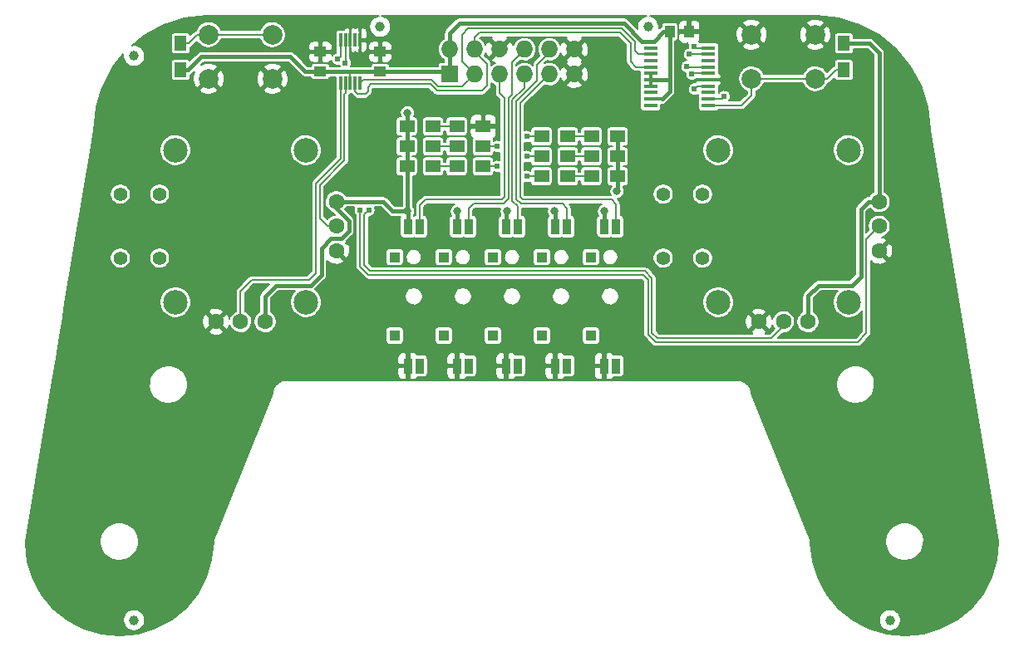
<source format=gtl>
G04 #@! TF.FileFunction,Copper,L1,Top,Signal*
%FSLAX46Y46*%
G04 Gerber Fmt 4.6, Leading zero omitted, Abs format (unit mm)*
G04 Created by KiCad (PCBNEW 4.0.7-e2-6376~61~ubuntu18.04.1) date Mon Jan  6 20:04:38 2020*
%MOMM*%
%LPD*%
G01*
G04 APERTURE LIST*
%ADD10C,0.100000*%
%ADD11R,1.250000X1.000000*%
%ADD12C,1.000000*%
%ADD13R,1.727200X1.727200*%
%ADD14O,1.727200X1.727200*%
%ADD15C,1.727200*%
%ADD16C,2.000000*%
%ADD17R,1.000000X1.250000*%
%ADD18R,1.500000X1.300000*%
%ADD19R,1.300000X1.500000*%
%ADD20R,1.450000X0.450000*%
%ADD21R,0.300000X1.400000*%
%ADD22R,0.900000X1.600000*%
%ADD23R,1.100000X1.100000*%
%ADD24C,1.600000*%
%ADD25C,1.400000*%
%ADD26C,2.500000*%
%ADD27C,0.812800*%
%ADD28C,0.609600*%
%ADD29C,0.304800*%
%ADD30C,0.406400*%
%ADD31C,0.381000*%
%ADD32C,0.152400*%
%ADD33C,0.203200*%
G04 APERTURE END LIST*
D10*
D11*
X36576000Y-6080000D03*
X36576000Y-4080000D03*
D12*
X63881000Y-1524000D03*
X36576000Y-1524000D03*
X88500000Y-62000000D03*
X11500000Y-62000000D03*
D13*
X43650000Y-6350000D03*
D14*
X43650000Y-3810000D03*
X46190000Y-6350000D03*
X46190000Y-3810000D03*
X48730000Y-6350000D03*
D15*
X48730000Y-3810000D02*
X48730000Y-3810000D01*
D14*
X51270000Y-6350000D03*
X51270000Y-3810000D03*
X53810000Y-6350000D03*
X53810000Y-3810000D03*
D15*
X56350000Y-6350000D02*
X56350000Y-6350000D01*
X56350000Y-3810000D02*
X56350000Y-3810000D01*
D16*
X80898000Y-2322000D03*
X80898000Y-6822000D03*
X74398000Y-2322000D03*
X74398000Y-6822000D03*
X19102000Y-6822000D03*
X19102000Y-2322000D03*
X25602000Y-6822000D03*
X25602000Y-2322000D03*
D11*
X30480000Y-6080000D03*
X30480000Y-4080000D03*
D17*
X66056000Y-2032000D03*
X68056000Y-2032000D03*
D18*
X47070000Y-11684000D03*
X44370000Y-11684000D03*
X53006000Y-16764000D03*
X55706000Y-16764000D03*
X47070000Y-15748000D03*
X44370000Y-15748000D03*
X53006000Y-14732000D03*
X55706000Y-14732000D03*
X47070000Y-13716000D03*
X44370000Y-13716000D03*
X53006000Y-12700000D03*
X55706000Y-12700000D03*
X41990000Y-11684000D03*
X39290000Y-11684000D03*
X58086000Y-16764000D03*
X60786000Y-16764000D03*
X41990000Y-15748000D03*
X39290000Y-15748000D03*
X58086000Y-14732000D03*
X60786000Y-14732000D03*
X41990000Y-13716000D03*
X39290000Y-13716000D03*
X58086000Y-12700000D03*
X60786000Y-12700000D03*
D19*
X16256000Y-5922000D03*
X16256000Y-3222000D03*
X83820000Y-3222000D03*
X83820000Y-5922000D03*
D20*
X64106000Y-3679000D03*
X64106000Y-4329000D03*
X64106000Y-4979000D03*
X64106000Y-5629000D03*
X64106000Y-6279000D03*
X64106000Y-6929000D03*
X64106000Y-7579000D03*
X64106000Y-8229000D03*
X64106000Y-8879000D03*
X64106000Y-9529000D03*
X70006000Y-9529000D03*
X70006000Y-8879000D03*
X70006000Y-8229000D03*
X70006000Y-7579000D03*
X70006000Y-6929000D03*
X70006000Y-6279000D03*
X70006000Y-5629000D03*
X70006000Y-4979000D03*
X70006000Y-4329000D03*
X70006000Y-3679000D03*
D21*
X34528000Y-2880000D03*
X34028000Y-2880000D03*
X33528000Y-2880000D03*
X33028000Y-2880000D03*
X32528000Y-2880000D03*
X32528000Y-7280000D03*
X33028000Y-7280000D03*
X33528000Y-7280000D03*
X34028000Y-7280000D03*
X34528000Y-7280000D03*
D22*
X59400000Y-21900000D03*
X60600000Y-21900000D03*
X59400000Y-36100000D03*
X60600000Y-36100000D03*
D23*
X58050000Y-25000000D03*
X58050000Y-33000000D03*
D22*
X54400000Y-21900000D03*
X55600000Y-21900000D03*
X54400000Y-36100000D03*
X55600000Y-36100000D03*
D23*
X53050000Y-25000000D03*
X53050000Y-33000000D03*
D22*
X49400000Y-21900000D03*
X50600000Y-21900000D03*
X49400000Y-36100000D03*
X50600000Y-36100000D03*
D23*
X48050000Y-25000000D03*
X48050000Y-33000000D03*
D22*
X44400000Y-21900000D03*
X45600000Y-21900000D03*
X44400000Y-36100000D03*
X45600000Y-36100000D03*
D23*
X43050000Y-25000000D03*
X43050000Y-33000000D03*
D22*
X39400000Y-21900000D03*
X40600000Y-21900000D03*
X39400000Y-36100000D03*
X40600000Y-36100000D03*
D23*
X38050000Y-25000000D03*
X38050000Y-33000000D03*
D24*
X19852000Y-31594000D03*
X22352000Y-31594000D03*
X24852000Y-31594000D03*
X32102000Y-24344000D03*
X32102000Y-21844000D03*
X32102000Y-19344000D03*
D25*
X10102000Y-18594000D03*
X14102000Y-18594000D03*
X10102000Y-25094000D03*
X14102000Y-25094000D03*
D26*
X15702000Y-29594000D03*
X15702000Y-14094000D03*
X29002000Y-14094000D03*
X29002000Y-29594000D03*
D24*
X75148000Y-31594000D03*
X77648000Y-31594000D03*
X80148000Y-31594000D03*
X87398000Y-24344000D03*
X87398000Y-21844000D03*
X87398000Y-19344000D03*
D25*
X65398000Y-18594000D03*
X69398000Y-18594000D03*
X65398000Y-25094000D03*
X69398000Y-25094000D03*
D26*
X70998000Y-29594000D03*
X70998000Y-14094000D03*
X84298000Y-14094000D03*
X84298000Y-29594000D03*
D12*
X11500000Y-4500000D03*
D27*
X60706000Y-18288000D03*
X39370000Y-10287000D03*
X54356000Y-20320000D03*
X39370000Y-20320000D03*
X59436000Y-20320000D03*
X49530000Y-20320000D03*
X44450000Y-20320000D03*
X34036000Y-4572000D03*
X47244000Y-9906000D03*
D28*
X68580000Y-7874000D03*
X51562000Y-16764000D03*
X68326000Y-6350000D03*
X48514000Y-15748000D03*
X67818000Y-5588000D03*
X51562000Y-14732000D03*
X68072000Y-4318000D03*
X48514000Y-13716000D03*
X68580000Y-3556000D03*
X51562000Y-12700000D03*
X33020000Y-5207000D03*
X35433000Y-20193000D03*
X32258000Y-4826000D03*
X34544000Y-20193000D03*
X71628000Y-8636000D03*
D29*
X65289000Y-8879000D02*
X64106000Y-8879000D01*
D30*
X65289000Y-8879000D02*
X66056000Y-8112000D01*
D29*
X64106000Y-6279000D02*
X64106000Y-6929000D01*
X64106000Y-7579000D02*
X64106000Y-6929000D01*
D30*
X66056000Y-2032000D02*
X66056000Y-6858000D01*
X66056000Y-6858000D02*
X66056000Y-8112000D01*
X64106000Y-6929000D02*
X65985000Y-6929000D01*
X65985000Y-6929000D02*
X66056000Y-6858000D01*
X60786000Y-16764000D02*
X60786000Y-18208000D01*
X60786000Y-18208000D02*
X60706000Y-18288000D01*
X39290000Y-11684000D02*
X39290000Y-10367000D01*
X39290000Y-10367000D02*
X39370000Y-10287000D01*
X39370000Y-20320000D02*
X39370000Y-15828000D01*
X39370000Y-15828000D02*
X39290000Y-15748000D01*
X30592304Y-24066738D02*
X31563653Y-23095389D01*
D31*
X32629806Y-23095389D02*
X31563653Y-23095389D01*
D30*
X24852000Y-31594000D02*
X24852000Y-28992843D01*
X24852000Y-28992843D02*
X25959213Y-27885630D01*
X25959213Y-27885630D02*
X29551044Y-27885630D01*
X29551044Y-27885630D02*
X30592304Y-26844370D01*
X30592304Y-26844370D02*
X30592304Y-24066738D01*
X32629806Y-23095389D02*
X33363223Y-22361972D01*
X33363223Y-22361972D02*
X33363223Y-21316135D01*
X33363223Y-21316135D02*
X32102000Y-20054912D01*
X32102000Y-20054912D02*
X32102000Y-19344000D01*
X80148000Y-31594000D02*
X80148000Y-28967914D01*
X80148000Y-28967914D02*
X81231300Y-27884614D01*
X86315908Y-19344000D02*
X87398000Y-19344000D01*
X81231300Y-27884614D02*
X84606290Y-27884614D01*
X85538732Y-26952172D02*
X85538732Y-20121176D01*
X84606290Y-27884614D02*
X85538732Y-26952172D01*
X85538732Y-20121176D02*
X86315908Y-19344000D01*
X87398000Y-19344000D02*
X87398000Y-4172716D01*
X87398000Y-4172716D02*
X86447284Y-3222000D01*
X86447284Y-3222000D02*
X83820000Y-3222000D01*
X30480000Y-6080000D02*
X28940000Y-6080000D01*
X17017708Y-5922000D02*
X16256000Y-5922000D01*
X28940000Y-6080000D02*
X27432000Y-4572000D01*
X27432000Y-4572000D02*
X18367708Y-4572000D01*
X18367708Y-4572000D02*
X17017708Y-5922000D01*
X66056000Y-2032000D02*
X65436527Y-2032000D01*
X65436527Y-2032000D02*
X64474573Y-2993954D01*
X64474573Y-2993954D02*
X63245835Y-2993954D01*
X63245835Y-2993954D02*
X61396088Y-1144207D01*
X61396088Y-1144207D02*
X44670199Y-1144207D01*
X44670199Y-1144207D02*
X43650000Y-2164406D01*
X43650000Y-2164406D02*
X43650000Y-3810000D01*
X36576000Y-6080000D02*
X33528000Y-6080000D01*
X33528000Y-6080000D02*
X30480000Y-6080000D01*
D32*
X33528000Y-7280000D02*
X33528000Y-6080000D01*
D30*
X36870000Y-19344000D02*
X37846000Y-20320000D01*
X37846000Y-20320000D02*
X39370000Y-20320000D01*
X32102000Y-19344000D02*
X36870000Y-19344000D01*
X54400000Y-21900000D02*
X54400000Y-20364000D01*
X54400000Y-20364000D02*
X54356000Y-20320000D01*
X39400000Y-21900000D02*
X39400000Y-20350000D01*
X39400000Y-20350000D02*
X39370000Y-20320000D01*
X59400000Y-21900000D02*
X59400000Y-20356000D01*
X59400000Y-20356000D02*
X59436000Y-20320000D01*
X49400000Y-21900000D02*
X49400000Y-20450000D01*
X49400000Y-20450000D02*
X49530000Y-20320000D01*
X44400000Y-21900000D02*
X44400000Y-20370000D01*
X44400000Y-20370000D02*
X44450000Y-20320000D01*
X32102000Y-19344000D02*
X32218000Y-19344000D01*
X43650000Y-3810000D02*
X43650000Y-6350000D01*
X36576000Y-6080000D02*
X43380000Y-6080000D01*
X43380000Y-6080000D02*
X43650000Y-6350000D01*
X39290000Y-13716000D02*
X39290000Y-11684000D01*
X39290000Y-15748000D02*
X39290000Y-13716000D01*
X60786000Y-14732000D02*
X60786000Y-12700000D01*
X60786000Y-16764000D02*
X60786000Y-14732000D01*
D32*
X34528000Y-4048000D02*
X34528000Y-2880000D01*
X33528000Y-2880000D02*
X33528000Y-4064000D01*
X34036000Y-4572000D02*
X34544000Y-4064000D01*
X33528000Y-4064000D02*
X34036000Y-4572000D01*
X34544000Y-4064000D02*
X34528000Y-4048000D01*
X36408000Y-2880000D02*
X36576000Y-3048000D01*
X36576000Y-3048000D02*
X36576000Y-4080000D01*
X34528000Y-2880000D02*
X36408000Y-2880000D01*
D30*
X47070000Y-11684000D02*
X47070000Y-10080000D01*
X47070000Y-10080000D02*
X47244000Y-9906000D01*
D33*
X44370000Y-11684000D02*
X41990000Y-11684000D01*
X70006000Y-7579000D02*
X68875000Y-7579000D01*
X68875000Y-7579000D02*
X68580000Y-7874000D01*
X53006000Y-16764000D02*
X51562000Y-16764000D01*
X58086000Y-16764000D02*
X55706000Y-16764000D01*
X70006000Y-6279000D02*
X68397000Y-6279000D01*
X68397000Y-6279000D02*
X68326000Y-6350000D01*
X47070000Y-15748000D02*
X48514000Y-15748000D01*
X44370000Y-15748000D02*
X41990000Y-15748000D01*
X70006000Y-5629000D02*
X67859000Y-5629000D01*
X67859000Y-5629000D02*
X67818000Y-5588000D01*
X53006000Y-14732000D02*
X51562000Y-14732000D01*
X55706000Y-14732000D02*
X58086000Y-14732000D01*
X70006000Y-4329000D02*
X68083000Y-4329000D01*
X68083000Y-4329000D02*
X68072000Y-4318000D01*
X69995000Y-4318000D02*
X70006000Y-4329000D01*
X47070000Y-13716000D02*
X48514000Y-13716000D01*
X41990000Y-13716000D02*
X44370000Y-13716000D01*
X70006000Y-3679000D02*
X68703000Y-3679000D01*
X68703000Y-3679000D02*
X68580000Y-3556000D01*
X53006000Y-12700000D02*
X51562000Y-12700000D01*
X58086000Y-12700000D02*
X55706000Y-12700000D01*
X46190000Y-6350000D02*
X46190000Y-6388000D01*
X46190000Y-6388000D02*
X44958000Y-7620000D01*
X44958000Y-7620000D02*
X42505613Y-7620000D01*
X42505613Y-7620000D02*
X41825128Y-6939515D01*
X41825128Y-6939515D02*
X34868485Y-6939515D01*
X34868485Y-6939515D02*
X34528000Y-7280000D01*
X64106000Y-4329000D02*
X62842338Y-4329000D01*
X62842338Y-4329000D02*
X62501822Y-3988484D01*
X44917698Y-2334742D02*
X44917698Y-5077698D01*
X44917698Y-5077698D02*
X46190000Y-6350000D01*
X62501822Y-3988484D02*
X62501822Y-3043441D01*
X62501822Y-3043441D02*
X61162591Y-1704210D01*
X45548230Y-1704210D02*
X44917698Y-2334742D01*
X61162591Y-1704210D02*
X45548230Y-1704210D01*
X34036000Y-8128000D02*
X34290000Y-8382000D01*
X35062338Y-8382000D02*
X35319431Y-8124907D01*
X35319431Y-7669617D02*
X35633329Y-7355719D01*
X34290000Y-8382000D02*
X35062338Y-8382000D01*
X35319431Y-8124907D02*
X35319431Y-7669617D01*
X35633329Y-7355719D02*
X41661219Y-7355719D01*
X41661219Y-7355719D02*
X42338902Y-8033402D01*
X42338902Y-8033402D02*
X46957531Y-8033402D01*
X46957531Y-8033402D02*
X47457274Y-7533659D01*
X47457274Y-7533659D02*
X47457274Y-5293274D01*
X47457274Y-5293274D02*
X46190000Y-4026000D01*
X46190000Y-4026000D02*
X46190000Y-3810000D01*
D32*
X34028000Y-7280000D02*
X34028000Y-8120000D01*
X34028000Y-8120000D02*
X34036000Y-8128000D01*
D33*
X64106000Y-5629000D02*
X62633655Y-5629000D01*
X62633655Y-5629000D02*
X62093398Y-5088743D01*
X62093398Y-5088743D02*
X62093398Y-3214436D01*
X62093398Y-3214436D02*
X60991744Y-2112782D01*
X60991744Y-2112782D02*
X46674574Y-2112782D01*
X46190000Y-2597356D02*
X46190000Y-3810000D01*
X46674574Y-2112782D02*
X46190000Y-2597356D01*
X46190000Y-3810000D02*
X46190000Y-3848000D01*
X48730000Y-6350000D02*
X48730000Y-8297956D01*
X48730000Y-8297956D02*
X49224750Y-8792706D01*
X49224750Y-8792706D02*
X49224750Y-18868400D01*
X49224750Y-18868400D02*
X48948354Y-19144796D01*
X48948354Y-19144796D02*
X41152575Y-19144796D01*
X41152575Y-19144796D02*
X40600000Y-19697371D01*
X40600000Y-19697371D02*
X40600000Y-21900000D01*
X51270000Y-6350000D02*
X51270000Y-7738481D01*
X51270000Y-7738481D02*
X50038000Y-8970481D01*
X50038000Y-8970481D02*
X50038000Y-19247405D01*
X50038000Y-19247405D02*
X50600000Y-19809405D01*
X50600000Y-19809405D02*
X50600000Y-21900000D01*
X51270000Y-3810000D02*
X51270000Y-3848000D01*
X51270000Y-3848000D02*
X49998948Y-5119052D01*
X46067440Y-19553748D02*
X45600000Y-20021188D01*
X49998948Y-5119052D02*
X49998948Y-8434660D01*
X49998948Y-8434660D02*
X49631499Y-8802109D01*
X49631499Y-8802109D02*
X49631499Y-19038274D01*
X49631499Y-19038274D02*
X49116025Y-19553748D01*
X49116025Y-19553748D02*
X46067440Y-19553748D01*
X45600000Y-20021188D02*
X45600000Y-21900000D01*
X53810000Y-6350000D02*
X53808403Y-6350000D01*
X50852912Y-18895481D02*
X51105200Y-19147769D01*
X53808403Y-6350000D02*
X50852912Y-9305491D01*
X50852912Y-9305491D02*
X50852912Y-18895481D01*
X51105200Y-19147769D02*
X60162963Y-19147769D01*
X60162963Y-19147769D02*
X60600000Y-19584806D01*
X60600000Y-19584806D02*
X60600000Y-21900000D01*
X53810000Y-3810000D02*
X53810000Y-4102000D01*
X53810000Y-4102000D02*
X52543231Y-5368769D01*
X52543231Y-5368769D02*
X52543231Y-7040352D01*
X52543231Y-7040352D02*
X50445440Y-9138143D01*
X50445440Y-19078421D02*
X50921815Y-19554796D01*
X55600000Y-20022373D02*
X55600000Y-21900000D01*
X50445440Y-9138143D02*
X50445440Y-19078421D01*
X50921815Y-19554796D02*
X55132423Y-19554796D01*
X55132423Y-19554796D02*
X55600000Y-20022373D01*
D32*
X33028000Y-2880000D02*
X33028000Y-5199000D01*
X33028000Y-5199000D02*
X33020000Y-5207000D01*
D33*
X77648000Y-31594000D02*
X77648000Y-32019230D01*
X77648000Y-32019230D02*
X76410622Y-33256608D01*
X76410622Y-33256608D02*
X64812839Y-33256608D01*
X64262000Y-32705769D02*
X64262000Y-27143897D01*
X63534103Y-26416000D02*
X35555539Y-26416000D01*
X64812839Y-33256608D02*
X64262000Y-32705769D01*
X64262000Y-27143897D02*
X63534103Y-26416000D01*
X35555539Y-26416000D02*
X34950871Y-25811332D01*
X34950871Y-25811332D02*
X34950871Y-20675129D01*
X34950871Y-20675129D02*
X35433000Y-20193000D01*
X32528000Y-2880000D02*
X32528000Y-4556000D01*
X32528000Y-4556000D02*
X32258000Y-4826000D01*
X34544000Y-20193000D02*
X34544000Y-25981075D01*
X35389588Y-26826663D02*
X63364027Y-26826663D01*
X34544000Y-25981075D02*
X35389588Y-26826663D01*
X64643447Y-33664305D02*
X85207695Y-33664305D01*
X86106000Y-32766000D02*
X86106000Y-23133396D01*
X63364027Y-26826663D02*
X63853342Y-27315978D01*
X63853342Y-27315978D02*
X63853342Y-32874200D01*
X63853342Y-32874200D02*
X64643447Y-33664305D01*
X85207695Y-33664305D02*
X86106000Y-32766000D01*
X86106000Y-23133396D02*
X87395396Y-21844000D01*
X87395396Y-21844000D02*
X87398000Y-21844000D01*
X22352000Y-31594000D02*
X22352000Y-28478886D01*
X22352000Y-28478886D02*
X23505497Y-27325389D01*
X30021955Y-26619960D02*
X30021955Y-17476045D01*
X23505497Y-27325389D02*
X29316526Y-27325389D01*
X29316526Y-27325389D02*
X30021955Y-26619960D01*
X32528000Y-14970000D02*
X32528000Y-7280000D01*
X30021955Y-17476045D02*
X32528000Y-14970000D01*
X32934792Y-15139142D02*
X32934792Y-8351195D01*
X32934792Y-8351195D02*
X33028000Y-8257987D01*
D32*
X33028000Y-7280000D02*
X33028000Y-8257987D01*
D33*
X32102000Y-21844000D02*
X31242000Y-21844000D01*
X31242000Y-21844000D02*
X30430763Y-21032763D01*
X30430763Y-21032763D02*
X30430763Y-17643171D01*
X30430763Y-17643171D02*
X32934792Y-15139142D01*
X19102000Y-2322000D02*
X17947666Y-2322000D01*
X17047666Y-3222000D02*
X16256000Y-3222000D01*
X17947666Y-2322000D02*
X17047666Y-3222000D01*
X71628000Y-8636000D02*
X71628000Y-8637726D01*
X71628000Y-8637726D02*
X71386726Y-8879000D01*
X71386726Y-8879000D02*
X70006000Y-8879000D01*
X25602000Y-2322000D02*
X19102000Y-2322000D01*
X80898000Y-6822000D02*
X82106437Y-6822000D01*
X82106437Y-6822000D02*
X83006437Y-5922000D01*
X83006437Y-5922000D02*
X83820000Y-5922000D01*
X70006000Y-9529000D02*
X73393946Y-9529000D01*
X73393946Y-9529000D02*
X74398000Y-8524946D01*
X74398000Y-8524946D02*
X74398000Y-6822000D01*
X80898000Y-6822000D02*
X74398000Y-6822000D01*
G36*
X36263468Y-462107D02*
X36063164Y-543035D01*
X35882393Y-661327D01*
X35728042Y-812479D01*
X35605990Y-990732D01*
X35520885Y-1189298D01*
X35475968Y-1400612D01*
X35472952Y-1616626D01*
X35511951Y-1829111D01*
X35591478Y-2029975D01*
X35708506Y-2211567D01*
X35858577Y-2366970D01*
X36035974Y-2490264D01*
X36233940Y-2576753D01*
X36444935Y-2623143D01*
X36660923Y-2627668D01*
X36873675Y-2590154D01*
X37075090Y-2512030D01*
X37257494Y-2396273D01*
X37413941Y-2247291D01*
X37538470Y-2070759D01*
X37626339Y-1873401D01*
X37674202Y-1662735D01*
X37677647Y-1415983D01*
X37635686Y-1204062D01*
X37553361Y-1004328D01*
X37433809Y-824388D01*
X37281584Y-671096D01*
X37102483Y-550291D01*
X36903328Y-466574D01*
X36728077Y-430600D01*
X63733633Y-430600D01*
X63568468Y-462107D01*
X63368164Y-543035D01*
X63187393Y-661327D01*
X63033042Y-812479D01*
X62910990Y-990732D01*
X62825885Y-1189298D01*
X62780968Y-1400612D01*
X62777952Y-1616626D01*
X62804744Y-1762601D01*
X61791219Y-749076D01*
X61751345Y-716323D01*
X61711792Y-683134D01*
X61709217Y-681718D01*
X61706946Y-679853D01*
X61661466Y-655467D01*
X61616223Y-630594D01*
X61613421Y-629705D01*
X61610832Y-628317D01*
X61561504Y-613236D01*
X61512269Y-597618D01*
X61509346Y-597290D01*
X61506539Y-596432D01*
X61455225Y-591219D01*
X61403890Y-585461D01*
X61398149Y-585421D01*
X61398038Y-585410D01*
X61397935Y-585420D01*
X61396088Y-585407D01*
X44670199Y-585407D01*
X44618790Y-590448D01*
X44567407Y-594943D01*
X44564588Y-595762D01*
X44561661Y-596049D01*
X44512241Y-610970D01*
X44462679Y-625369D01*
X44460069Y-626722D01*
X44457257Y-627571D01*
X44411722Y-651782D01*
X44365854Y-675558D01*
X44363555Y-677393D01*
X44360964Y-678771D01*
X44321001Y-711364D01*
X44280623Y-743597D01*
X44276536Y-747628D01*
X44276449Y-747699D01*
X44276382Y-747780D01*
X44275068Y-749076D01*
X43254869Y-1769275D01*
X43222116Y-1809149D01*
X43188927Y-1848702D01*
X43187511Y-1851277D01*
X43185646Y-1853548D01*
X43161260Y-1899028D01*
X43136387Y-1944271D01*
X43135498Y-1947073D01*
X43134110Y-1949662D01*
X43119029Y-1998990D01*
X43103411Y-2048225D01*
X43103083Y-2051148D01*
X43102225Y-2053955D01*
X43097012Y-2105269D01*
X43091254Y-2156604D01*
X43091214Y-2162345D01*
X43091203Y-2162456D01*
X43091213Y-2162559D01*
X43091200Y-2164406D01*
X43091200Y-2727044D01*
X42982411Y-2783918D01*
X42796970Y-2933016D01*
X42644022Y-3115293D01*
X42529390Y-3323807D01*
X42457442Y-3550615D01*
X42430919Y-3787078D01*
X42430800Y-3804101D01*
X42430800Y-3815899D01*
X42454019Y-4052710D01*
X42522793Y-4280500D01*
X42634502Y-4490594D01*
X42784891Y-4674989D01*
X42968232Y-4826662D01*
X43091200Y-4893151D01*
X43091200Y-5129080D01*
X42786400Y-5129080D01*
X42729772Y-5133596D01*
X42633725Y-5163340D01*
X42549767Y-5218664D01*
X42484546Y-5295188D01*
X42443227Y-5386853D01*
X42429080Y-5486400D01*
X42429080Y-5521200D01*
X37553131Y-5521200D01*
X37524060Y-5427325D01*
X37468736Y-5343367D01*
X37392212Y-5278146D01*
X37300547Y-5236827D01*
X37201000Y-5222680D01*
X35951000Y-5222680D01*
X35894372Y-5227196D01*
X35798325Y-5256940D01*
X35714367Y-5312264D01*
X35649146Y-5388788D01*
X35607827Y-5480453D01*
X35602036Y-5521200D01*
X33603037Y-5521200D01*
X33649669Y-5416463D01*
X33678362Y-5290171D01*
X33680428Y-5142244D01*
X33655272Y-5015200D01*
X33605920Y-4895461D01*
X33534249Y-4787589D01*
X33459800Y-4712618D01*
X33459800Y-4384800D01*
X35341400Y-4384800D01*
X35341400Y-4640040D01*
X35364827Y-4757813D01*
X35410779Y-4868754D01*
X35477493Y-4968597D01*
X35562402Y-5053507D01*
X35662246Y-5120220D01*
X35773186Y-5166173D01*
X35890959Y-5189600D01*
X36271200Y-5189600D01*
X36423600Y-5037200D01*
X36423600Y-4232400D01*
X36728400Y-4232400D01*
X36728400Y-5037200D01*
X36880800Y-5189600D01*
X37261041Y-5189600D01*
X37378814Y-5166173D01*
X37489754Y-5120220D01*
X37589598Y-5053507D01*
X37674507Y-4968597D01*
X37741221Y-4868754D01*
X37787173Y-4757813D01*
X37810600Y-4640040D01*
X37810600Y-4384800D01*
X37658200Y-4232400D01*
X36728400Y-4232400D01*
X36423600Y-4232400D01*
X35493800Y-4232400D01*
X35341400Y-4384800D01*
X33459800Y-4384800D01*
X33459800Y-4189600D01*
X33738041Y-4189600D01*
X33755400Y-4189600D01*
X34300600Y-4189600D01*
X34317959Y-4189600D01*
X34738041Y-4189600D01*
X34755400Y-4189600D01*
X34752520Y-4186720D01*
X34738041Y-4189600D01*
X34317959Y-4189600D01*
X34303480Y-4186720D01*
X34300600Y-4189600D01*
X33755400Y-4189600D01*
X33752520Y-4186720D01*
X33738041Y-4189600D01*
X33459800Y-4189600D01*
X33459800Y-3794741D01*
X33479854Y-3771212D01*
X33521173Y-3679547D01*
X33526619Y-3641224D01*
X33554940Y-3732675D01*
X33603000Y-3805609D01*
X33603000Y-4037200D01*
X33752520Y-4186720D01*
X33855814Y-4166173D01*
X33966754Y-4120220D01*
X34028000Y-4079297D01*
X34089246Y-4120220D01*
X34200186Y-4166173D01*
X34303480Y-4186720D01*
X34453000Y-4037200D01*
X34453000Y-3802720D01*
X34479854Y-3771212D01*
X34521173Y-3679547D01*
X34535320Y-3580000D01*
X34535320Y-3032400D01*
X34603000Y-3032400D01*
X34603000Y-4037200D01*
X34752520Y-4186720D01*
X34855814Y-4166173D01*
X34966754Y-4120220D01*
X35066598Y-4053507D01*
X35151507Y-3968597D01*
X35218221Y-3868754D01*
X35264173Y-3757813D01*
X35287600Y-3640040D01*
X35287600Y-3519960D01*
X35341400Y-3519960D01*
X35341400Y-3775200D01*
X35493800Y-3927600D01*
X36423600Y-3927600D01*
X36423600Y-3122800D01*
X36728400Y-3122800D01*
X36728400Y-3927600D01*
X37658200Y-3927600D01*
X37810600Y-3775200D01*
X37810600Y-3519960D01*
X37787173Y-3402187D01*
X37741221Y-3291246D01*
X37674507Y-3191403D01*
X37589598Y-3106493D01*
X37489754Y-3039780D01*
X37378814Y-2993827D01*
X37261041Y-2970400D01*
X36880800Y-2970400D01*
X36728400Y-3122800D01*
X36423600Y-3122800D01*
X36271200Y-2970400D01*
X35890959Y-2970400D01*
X35773186Y-2993827D01*
X35662246Y-3039780D01*
X35562402Y-3106493D01*
X35477493Y-3191403D01*
X35410779Y-3291246D01*
X35364827Y-3402187D01*
X35341400Y-3519960D01*
X35287600Y-3519960D01*
X35287600Y-3184800D01*
X35135200Y-3032400D01*
X34603000Y-3032400D01*
X34535320Y-3032400D01*
X34535320Y-2180000D01*
X34530804Y-2123372D01*
X34501060Y-2027325D01*
X34453000Y-1954391D01*
X34453000Y-1722800D01*
X34603000Y-1722800D01*
X34603000Y-2727600D01*
X35135200Y-2727600D01*
X35287600Y-2575200D01*
X35287600Y-2119960D01*
X35264173Y-2002187D01*
X35218221Y-1891246D01*
X35151507Y-1791403D01*
X35066598Y-1706493D01*
X34966754Y-1639780D01*
X34855814Y-1593827D01*
X34752520Y-1573280D01*
X34603000Y-1722800D01*
X34453000Y-1722800D01*
X34303480Y-1573280D01*
X34200186Y-1593827D01*
X34089246Y-1639780D01*
X34028000Y-1680703D01*
X33966754Y-1639780D01*
X33855814Y-1593827D01*
X33752520Y-1573280D01*
X33603000Y-1722800D01*
X33603000Y-1957280D01*
X33576146Y-1988788D01*
X33534827Y-2080453D01*
X33529381Y-2118776D01*
X33501060Y-2027325D01*
X33453000Y-1954391D01*
X33453000Y-1722800D01*
X33303480Y-1573280D01*
X33200186Y-1593827D01*
X33089246Y-1639780D01*
X32989402Y-1706493D01*
X32904493Y-1791403D01*
X32883594Y-1822680D01*
X32878000Y-1822680D01*
X32821372Y-1827196D01*
X32782729Y-1839163D01*
X32777547Y-1836827D01*
X32678000Y-1822680D01*
X32378000Y-1822680D01*
X32321372Y-1827196D01*
X32225325Y-1856940D01*
X32141367Y-1912264D01*
X32076146Y-1988788D01*
X32034827Y-2080453D01*
X32020680Y-2180000D01*
X32020680Y-3580000D01*
X32025196Y-3636628D01*
X32054940Y-3732675D01*
X32070800Y-3756744D01*
X32070800Y-4189373D01*
X32070640Y-4189404D01*
X31950559Y-4237920D01*
X31842189Y-4308835D01*
X31749657Y-4399449D01*
X31714600Y-4450648D01*
X31714600Y-4384800D01*
X31562200Y-4232400D01*
X30632400Y-4232400D01*
X30632400Y-5037200D01*
X30784800Y-5189600D01*
X31165041Y-5189600D01*
X31282814Y-5166173D01*
X31393754Y-5120220D01*
X31493598Y-5053507D01*
X31578507Y-4968597D01*
X31605342Y-4928437D01*
X31620112Y-5008912D01*
X31667788Y-5129328D01*
X31737945Y-5238191D01*
X31827911Y-5331353D01*
X31934259Y-5405267D01*
X32052938Y-5457116D01*
X32179428Y-5484927D01*
X32308910Y-5487639D01*
X32413503Y-5469197D01*
X32429788Y-5510328D01*
X32436794Y-5521200D01*
X31457131Y-5521200D01*
X31428060Y-5427325D01*
X31372736Y-5343367D01*
X31296212Y-5278146D01*
X31204547Y-5236827D01*
X31105000Y-5222680D01*
X29855000Y-5222680D01*
X29798372Y-5227196D01*
X29702325Y-5256940D01*
X29618367Y-5312264D01*
X29553146Y-5388788D01*
X29511827Y-5480453D01*
X29506036Y-5521200D01*
X29171462Y-5521200D01*
X28035062Y-4384800D01*
X29245400Y-4384800D01*
X29245400Y-4640040D01*
X29268827Y-4757813D01*
X29314779Y-4868754D01*
X29381493Y-4968597D01*
X29466402Y-5053507D01*
X29566246Y-5120220D01*
X29677186Y-5166173D01*
X29794959Y-5189600D01*
X30175200Y-5189600D01*
X30327600Y-5037200D01*
X30327600Y-4232400D01*
X29397800Y-4232400D01*
X29245400Y-4384800D01*
X28035062Y-4384800D01*
X27827131Y-4176869D01*
X27787257Y-4144116D01*
X27747704Y-4110927D01*
X27745129Y-4109511D01*
X27742858Y-4107646D01*
X27697378Y-4083260D01*
X27652135Y-4058387D01*
X27649333Y-4057498D01*
X27646744Y-4056110D01*
X27597416Y-4041029D01*
X27548181Y-4025411D01*
X27545258Y-4025083D01*
X27542451Y-4024225D01*
X27491137Y-4019012D01*
X27439802Y-4013254D01*
X27434061Y-4013214D01*
X27433950Y-4013203D01*
X27433847Y-4013213D01*
X27432000Y-4013200D01*
X18367708Y-4013200D01*
X18316299Y-4018241D01*
X18264916Y-4022736D01*
X18262097Y-4023555D01*
X18259170Y-4023842D01*
X18209764Y-4038759D01*
X18160187Y-4053162D01*
X18157575Y-4054516D01*
X18154766Y-4055364D01*
X18109250Y-4079566D01*
X18063363Y-4103351D01*
X18061064Y-4105186D01*
X18058473Y-4106564D01*
X18018510Y-4139157D01*
X17978132Y-4171390D01*
X17974045Y-4175421D01*
X17973958Y-4175492D01*
X17973891Y-4175573D01*
X17972577Y-4176869D01*
X17189761Y-4959685D01*
X17173736Y-4935367D01*
X17097212Y-4870146D01*
X17005547Y-4828827D01*
X16906000Y-4814680D01*
X15606000Y-4814680D01*
X15549372Y-4819196D01*
X15453325Y-4848940D01*
X15369367Y-4904264D01*
X15304146Y-4980788D01*
X15262827Y-5072453D01*
X15248680Y-5172000D01*
X15248680Y-6672000D01*
X15253196Y-6728628D01*
X15282940Y-6824675D01*
X15338264Y-6908633D01*
X15414788Y-6973854D01*
X15506453Y-7015173D01*
X15606000Y-7029320D01*
X16906000Y-7029320D01*
X16962628Y-7024804D01*
X17058675Y-6995060D01*
X17142633Y-6939736D01*
X17207854Y-6863212D01*
X17249173Y-6771547D01*
X17263320Y-6672000D01*
X17263320Y-6421265D01*
X17276205Y-6414414D01*
X17322052Y-6390649D01*
X17324349Y-6388815D01*
X17326943Y-6387436D01*
X17366928Y-6354825D01*
X17407284Y-6322610D01*
X17411371Y-6318579D01*
X17411458Y-6318508D01*
X17411525Y-6318427D01*
X17412839Y-6317131D01*
X17691124Y-6038846D01*
X17575912Y-6286278D01*
X17500721Y-6594297D01*
X17487066Y-6911066D01*
X17535473Y-7224413D01*
X17644080Y-7522295D01*
X17709749Y-7645153D01*
X17963955Y-7744519D01*
X18886474Y-6822000D01*
X19317526Y-6822000D01*
X20240045Y-7744519D01*
X20494251Y-7645153D01*
X20628088Y-7357722D01*
X20703279Y-7049703D01*
X20709255Y-6911066D01*
X23987066Y-6911066D01*
X24035473Y-7224413D01*
X24144080Y-7522295D01*
X24209749Y-7645153D01*
X24463955Y-7744519D01*
X25386474Y-6822000D01*
X25817526Y-6822000D01*
X26740045Y-7744519D01*
X26994251Y-7645153D01*
X27128088Y-7357722D01*
X27203279Y-7049703D01*
X27216934Y-6732934D01*
X27168527Y-6419587D01*
X27059920Y-6121705D01*
X26994251Y-5998847D01*
X26740045Y-5899481D01*
X25817526Y-6822000D01*
X25386474Y-6822000D01*
X24463955Y-5899481D01*
X24209749Y-5998847D01*
X24075912Y-6286278D01*
X24000721Y-6594297D01*
X23987066Y-6911066D01*
X20709255Y-6911066D01*
X20716934Y-6732934D01*
X20668527Y-6419587D01*
X20559920Y-6121705D01*
X20494251Y-5998847D01*
X20240045Y-5899481D01*
X19317526Y-6822000D01*
X18886474Y-6822000D01*
X18872332Y-6807858D01*
X19087858Y-6592332D01*
X19102000Y-6606474D01*
X20024519Y-5683955D01*
X24679481Y-5683955D01*
X25602000Y-6606474D01*
X26524519Y-5683955D01*
X26425153Y-5429749D01*
X26137722Y-5295912D01*
X25829703Y-5220721D01*
X25512934Y-5207066D01*
X25199587Y-5255473D01*
X24901705Y-5364080D01*
X24778847Y-5429749D01*
X24679481Y-5683955D01*
X20024519Y-5683955D01*
X19925153Y-5429749D01*
X19637722Y-5295912D01*
X19329703Y-5220721D01*
X19012934Y-5207066D01*
X18699587Y-5255473D01*
X18401705Y-5364080D01*
X18324764Y-5405206D01*
X18599170Y-5130800D01*
X27200538Y-5130800D01*
X28544869Y-6475131D01*
X28584743Y-6507884D01*
X28624296Y-6541073D01*
X28626871Y-6542489D01*
X28629142Y-6544354D01*
X28674622Y-6568740D01*
X28719865Y-6593613D01*
X28722667Y-6594502D01*
X28725256Y-6595890D01*
X28774584Y-6610971D01*
X28823819Y-6626589D01*
X28826742Y-6626917D01*
X28829549Y-6627775D01*
X28880863Y-6632988D01*
X28932198Y-6638746D01*
X28937939Y-6638786D01*
X28938050Y-6638797D01*
X28938153Y-6638787D01*
X28940000Y-6638800D01*
X29502869Y-6638800D01*
X29531940Y-6732675D01*
X29587264Y-6816633D01*
X29663788Y-6881854D01*
X29755453Y-6923173D01*
X29855000Y-6937320D01*
X31105000Y-6937320D01*
X31161628Y-6932804D01*
X31257675Y-6903060D01*
X31341633Y-6847736D01*
X31406854Y-6771212D01*
X31448173Y-6679547D01*
X31453964Y-6638800D01*
X32020680Y-6638800D01*
X32020680Y-7980000D01*
X32025196Y-8036628D01*
X32054940Y-8132675D01*
X32070800Y-8156744D01*
X32070800Y-14780622D01*
X29698666Y-17152756D01*
X29671864Y-17185384D01*
X29644713Y-17217742D01*
X29643555Y-17219848D01*
X29642029Y-17221706D01*
X29622085Y-17258901D01*
X29601726Y-17295935D01*
X29600998Y-17298230D01*
X29599864Y-17300345D01*
X29587513Y-17340742D01*
X29574746Y-17380988D01*
X29574479Y-17383371D01*
X29573774Y-17385676D01*
X29569495Y-17427802D01*
X29564800Y-17469661D01*
X29564767Y-17474351D01*
X29564757Y-17474449D01*
X29564766Y-17474540D01*
X29564755Y-17476045D01*
X29564755Y-26430582D01*
X29127148Y-26868189D01*
X23505497Y-26868189D01*
X23463454Y-26872311D01*
X23421394Y-26875991D01*
X23419087Y-26876661D01*
X23416693Y-26876896D01*
X23376297Y-26889093D01*
X23335707Y-26900885D01*
X23333568Y-26901994D01*
X23331272Y-26902687D01*
X23294001Y-26922504D01*
X23256488Y-26941949D01*
X23254612Y-26943447D01*
X23252486Y-26944577D01*
X23219682Y-26971331D01*
X23186754Y-26997618D01*
X23183414Y-27000911D01*
X23183338Y-27000973D01*
X23183280Y-27001043D01*
X23182208Y-27002100D01*
X22028711Y-28155597D01*
X22001909Y-28188225D01*
X21974758Y-28220583D01*
X21973600Y-28222689D01*
X21972074Y-28224547D01*
X21952130Y-28261742D01*
X21931771Y-28298776D01*
X21931043Y-28301071D01*
X21929909Y-28303186D01*
X21917558Y-28343583D01*
X21904791Y-28383829D01*
X21904524Y-28386212D01*
X21903819Y-28388517D01*
X21899540Y-28430643D01*
X21894845Y-28472502D01*
X21894812Y-28477192D01*
X21894802Y-28477290D01*
X21894811Y-28477381D01*
X21894800Y-28478886D01*
X21894800Y-30532313D01*
X21814025Y-30564948D01*
X21624393Y-30689040D01*
X21462476Y-30847601D01*
X21334441Y-31034592D01*
X21245164Y-31242891D01*
X21232422Y-31302835D01*
X21219020Y-31223186D01*
X21120411Y-30963619D01*
X21080833Y-30889577D01*
X20847040Y-30814486D01*
X20067526Y-31594000D01*
X20847040Y-32373514D01*
X21080833Y-32298423D01*
X21194648Y-32045155D01*
X21230907Y-31887452D01*
X21235792Y-31914068D01*
X21319218Y-32124778D01*
X21441982Y-32315271D01*
X21599409Y-32478291D01*
X21785502Y-32607629D01*
X21993172Y-32698358D01*
X22214510Y-32747023D01*
X22441085Y-32751769D01*
X22664267Y-32712416D01*
X22875555Y-32630463D01*
X23066901Y-32509031D01*
X23231016Y-32352746D01*
X23361650Y-32167561D01*
X23453826Y-31960529D01*
X23504035Y-31739536D01*
X23507649Y-31480688D01*
X23463631Y-31258379D01*
X23377271Y-31048854D01*
X23251859Y-30860093D01*
X23092171Y-30699287D01*
X22904291Y-30572560D01*
X22809200Y-30532587D01*
X22809200Y-28668264D01*
X23694875Y-27782589D01*
X25271991Y-27782589D01*
X24456869Y-28597712D01*
X24424116Y-28637586D01*
X24390927Y-28677139D01*
X24389511Y-28679714D01*
X24387646Y-28681985D01*
X24363260Y-28727465D01*
X24338387Y-28772708D01*
X24337498Y-28775510D01*
X24336110Y-28778099D01*
X24321029Y-28827427D01*
X24305411Y-28876662D01*
X24305083Y-28879585D01*
X24304225Y-28882392D01*
X24299012Y-28933706D01*
X24293254Y-28985041D01*
X24293214Y-28990782D01*
X24293203Y-28990893D01*
X24293213Y-28990996D01*
X24293200Y-28992843D01*
X24293200Y-30578576D01*
X24124393Y-30689040D01*
X23962476Y-30847601D01*
X23834441Y-31034592D01*
X23745164Y-31242891D01*
X23698046Y-31464563D01*
X23694881Y-31691166D01*
X23735792Y-31914068D01*
X23819218Y-32124778D01*
X23941982Y-32315271D01*
X24099409Y-32478291D01*
X24285502Y-32607629D01*
X24493172Y-32698358D01*
X24714510Y-32747023D01*
X24941085Y-32751769D01*
X25164267Y-32712416D01*
X25375555Y-32630463D01*
X25566901Y-32509031D01*
X25628889Y-32450000D01*
X37142680Y-32450000D01*
X37142680Y-33550000D01*
X37147196Y-33606628D01*
X37176940Y-33702675D01*
X37232264Y-33786633D01*
X37308788Y-33851854D01*
X37400453Y-33893173D01*
X37500000Y-33907320D01*
X38600000Y-33907320D01*
X38656628Y-33902804D01*
X38752675Y-33873060D01*
X38836633Y-33817736D01*
X38901854Y-33741212D01*
X38943173Y-33649547D01*
X38957320Y-33550000D01*
X38957320Y-32450000D01*
X42142680Y-32450000D01*
X42142680Y-33550000D01*
X42147196Y-33606628D01*
X42176940Y-33702675D01*
X42232264Y-33786633D01*
X42308788Y-33851854D01*
X42400453Y-33893173D01*
X42500000Y-33907320D01*
X43600000Y-33907320D01*
X43656628Y-33902804D01*
X43752675Y-33873060D01*
X43836633Y-33817736D01*
X43901854Y-33741212D01*
X43943173Y-33649547D01*
X43957320Y-33550000D01*
X43957320Y-32450000D01*
X47142680Y-32450000D01*
X47142680Y-33550000D01*
X47147196Y-33606628D01*
X47176940Y-33702675D01*
X47232264Y-33786633D01*
X47308788Y-33851854D01*
X47400453Y-33893173D01*
X47500000Y-33907320D01*
X48600000Y-33907320D01*
X48656628Y-33902804D01*
X48752675Y-33873060D01*
X48836633Y-33817736D01*
X48901854Y-33741212D01*
X48943173Y-33649547D01*
X48957320Y-33550000D01*
X48957320Y-32450000D01*
X52142680Y-32450000D01*
X52142680Y-33550000D01*
X52147196Y-33606628D01*
X52176940Y-33702675D01*
X52232264Y-33786633D01*
X52308788Y-33851854D01*
X52400453Y-33893173D01*
X52500000Y-33907320D01*
X53600000Y-33907320D01*
X53656628Y-33902804D01*
X53752675Y-33873060D01*
X53836633Y-33817736D01*
X53901854Y-33741212D01*
X53943173Y-33649547D01*
X53957320Y-33550000D01*
X53957320Y-32450000D01*
X57142680Y-32450000D01*
X57142680Y-33550000D01*
X57147196Y-33606628D01*
X57176940Y-33702675D01*
X57232264Y-33786633D01*
X57308788Y-33851854D01*
X57400453Y-33893173D01*
X57500000Y-33907320D01*
X58600000Y-33907320D01*
X58656628Y-33902804D01*
X58752675Y-33873060D01*
X58836633Y-33817736D01*
X58901854Y-33741212D01*
X58943173Y-33649547D01*
X58957320Y-33550000D01*
X58957320Y-32450000D01*
X58952804Y-32393372D01*
X58923060Y-32297325D01*
X58867736Y-32213367D01*
X58791212Y-32148146D01*
X58699547Y-32106827D01*
X58600000Y-32092680D01*
X57500000Y-32092680D01*
X57443372Y-32097196D01*
X57347325Y-32126940D01*
X57263367Y-32182264D01*
X57198146Y-32258788D01*
X57156827Y-32350453D01*
X57142680Y-32450000D01*
X53957320Y-32450000D01*
X53952804Y-32393372D01*
X53923060Y-32297325D01*
X53867736Y-32213367D01*
X53791212Y-32148146D01*
X53699547Y-32106827D01*
X53600000Y-32092680D01*
X52500000Y-32092680D01*
X52443372Y-32097196D01*
X52347325Y-32126940D01*
X52263367Y-32182264D01*
X52198146Y-32258788D01*
X52156827Y-32350453D01*
X52142680Y-32450000D01*
X48957320Y-32450000D01*
X48952804Y-32393372D01*
X48923060Y-32297325D01*
X48867736Y-32213367D01*
X48791212Y-32148146D01*
X48699547Y-32106827D01*
X48600000Y-32092680D01*
X47500000Y-32092680D01*
X47443372Y-32097196D01*
X47347325Y-32126940D01*
X47263367Y-32182264D01*
X47198146Y-32258788D01*
X47156827Y-32350453D01*
X47142680Y-32450000D01*
X43957320Y-32450000D01*
X43952804Y-32393372D01*
X43923060Y-32297325D01*
X43867736Y-32213367D01*
X43791212Y-32148146D01*
X43699547Y-32106827D01*
X43600000Y-32092680D01*
X42500000Y-32092680D01*
X42443372Y-32097196D01*
X42347325Y-32126940D01*
X42263367Y-32182264D01*
X42198146Y-32258788D01*
X42156827Y-32350453D01*
X42142680Y-32450000D01*
X38957320Y-32450000D01*
X38952804Y-32393372D01*
X38923060Y-32297325D01*
X38867736Y-32213367D01*
X38791212Y-32148146D01*
X38699547Y-32106827D01*
X38600000Y-32092680D01*
X37500000Y-32092680D01*
X37443372Y-32097196D01*
X37347325Y-32126940D01*
X37263367Y-32182264D01*
X37198146Y-32258788D01*
X37156827Y-32350453D01*
X37142680Y-32450000D01*
X25628889Y-32450000D01*
X25731016Y-32352746D01*
X25861650Y-32167561D01*
X25953826Y-31960529D01*
X26004035Y-31739536D01*
X26007649Y-31480688D01*
X25963631Y-31258379D01*
X25877271Y-31048854D01*
X25751859Y-30860093D01*
X25592171Y-30699287D01*
X25410800Y-30576950D01*
X25410800Y-29224305D01*
X26190676Y-28444430D01*
X27880986Y-28444430D01*
X27766088Y-28556946D01*
X27588194Y-28816754D01*
X27464152Y-29106166D01*
X27398686Y-29414159D01*
X27394289Y-29729003D01*
X27451130Y-30038705D01*
X27567043Y-30331468D01*
X27737613Y-30596141D01*
X27956343Y-30822642D01*
X28214902Y-31002345D01*
X28503442Y-31128405D01*
X28810971Y-31196020D01*
X29125776Y-31202614D01*
X29435867Y-31147937D01*
X29729432Y-31034070D01*
X29995289Y-30865352D01*
X30223312Y-30648209D01*
X30404816Y-30390910D01*
X30532887Y-30103258D01*
X30602647Y-29796209D01*
X30607669Y-29436563D01*
X30546510Y-29127685D01*
X30525267Y-29076145D01*
X39093209Y-29076145D01*
X39125269Y-29250825D01*
X39190647Y-29415951D01*
X39286853Y-29565233D01*
X39410223Y-29692986D01*
X39556056Y-29794343D01*
X39718800Y-29865444D01*
X39892255Y-29903581D01*
X40069813Y-29907300D01*
X40244712Y-29876461D01*
X40410290Y-29812237D01*
X40560241Y-29717076D01*
X40688852Y-29594601D01*
X40791225Y-29449478D01*
X40863460Y-29287235D01*
X40902807Y-29114051D01*
X40903336Y-29076145D01*
X44093209Y-29076145D01*
X44125269Y-29250825D01*
X44190647Y-29415951D01*
X44286853Y-29565233D01*
X44410223Y-29692986D01*
X44556056Y-29794343D01*
X44718800Y-29865444D01*
X44892255Y-29903581D01*
X45069813Y-29907300D01*
X45244712Y-29876461D01*
X45410290Y-29812237D01*
X45560241Y-29717076D01*
X45688852Y-29594601D01*
X45791225Y-29449478D01*
X45863460Y-29287235D01*
X45902807Y-29114051D01*
X45903336Y-29076145D01*
X49093209Y-29076145D01*
X49125269Y-29250825D01*
X49190647Y-29415951D01*
X49286853Y-29565233D01*
X49410223Y-29692986D01*
X49556056Y-29794343D01*
X49718800Y-29865444D01*
X49892255Y-29903581D01*
X50069813Y-29907300D01*
X50244712Y-29876461D01*
X50410290Y-29812237D01*
X50560241Y-29717076D01*
X50688852Y-29594601D01*
X50791225Y-29449478D01*
X50863460Y-29287235D01*
X50902807Y-29114051D01*
X50903336Y-29076145D01*
X54093209Y-29076145D01*
X54125269Y-29250825D01*
X54190647Y-29415951D01*
X54286853Y-29565233D01*
X54410223Y-29692986D01*
X54556056Y-29794343D01*
X54718800Y-29865444D01*
X54892255Y-29903581D01*
X55069813Y-29907300D01*
X55244712Y-29876461D01*
X55410290Y-29812237D01*
X55560241Y-29717076D01*
X55688852Y-29594601D01*
X55791225Y-29449478D01*
X55863460Y-29287235D01*
X55902807Y-29114051D01*
X55903336Y-29076145D01*
X59093209Y-29076145D01*
X59125269Y-29250825D01*
X59190647Y-29415951D01*
X59286853Y-29565233D01*
X59410223Y-29692986D01*
X59556056Y-29794343D01*
X59718800Y-29865444D01*
X59892255Y-29903581D01*
X60069813Y-29907300D01*
X60244712Y-29876461D01*
X60410290Y-29812237D01*
X60560241Y-29717076D01*
X60688852Y-29594601D01*
X60791225Y-29449478D01*
X60863460Y-29287235D01*
X60902807Y-29114051D01*
X60905639Y-28911201D01*
X60871144Y-28736986D01*
X60803466Y-28572789D01*
X60705186Y-28424865D01*
X60580044Y-28298847D01*
X60432809Y-28199536D01*
X60269089Y-28130714D01*
X60095119Y-28095003D01*
X59917526Y-28093763D01*
X59743074Y-28127042D01*
X59578409Y-28193571D01*
X59429802Y-28290816D01*
X59302913Y-28415075D01*
X59202577Y-28561613D01*
X59132614Y-28724849D01*
X59095689Y-28898565D01*
X59093209Y-29076145D01*
X55903336Y-29076145D01*
X55905639Y-28911201D01*
X55871144Y-28736986D01*
X55803466Y-28572789D01*
X55705186Y-28424865D01*
X55580044Y-28298847D01*
X55432809Y-28199536D01*
X55269089Y-28130714D01*
X55095119Y-28095003D01*
X54917526Y-28093763D01*
X54743074Y-28127042D01*
X54578409Y-28193571D01*
X54429802Y-28290816D01*
X54302913Y-28415075D01*
X54202577Y-28561613D01*
X54132614Y-28724849D01*
X54095689Y-28898565D01*
X54093209Y-29076145D01*
X50903336Y-29076145D01*
X50905639Y-28911201D01*
X50871144Y-28736986D01*
X50803466Y-28572789D01*
X50705186Y-28424865D01*
X50580044Y-28298847D01*
X50432809Y-28199536D01*
X50269089Y-28130714D01*
X50095119Y-28095003D01*
X49917526Y-28093763D01*
X49743074Y-28127042D01*
X49578409Y-28193571D01*
X49429802Y-28290816D01*
X49302913Y-28415075D01*
X49202577Y-28561613D01*
X49132614Y-28724849D01*
X49095689Y-28898565D01*
X49093209Y-29076145D01*
X45903336Y-29076145D01*
X45905639Y-28911201D01*
X45871144Y-28736986D01*
X45803466Y-28572789D01*
X45705186Y-28424865D01*
X45580044Y-28298847D01*
X45432809Y-28199536D01*
X45269089Y-28130714D01*
X45095119Y-28095003D01*
X44917526Y-28093763D01*
X44743074Y-28127042D01*
X44578409Y-28193571D01*
X44429802Y-28290816D01*
X44302913Y-28415075D01*
X44202577Y-28561613D01*
X44132614Y-28724849D01*
X44095689Y-28898565D01*
X44093209Y-29076145D01*
X40903336Y-29076145D01*
X40905639Y-28911201D01*
X40871144Y-28736986D01*
X40803466Y-28572789D01*
X40705186Y-28424865D01*
X40580044Y-28298847D01*
X40432809Y-28199536D01*
X40269089Y-28130714D01*
X40095119Y-28095003D01*
X39917526Y-28093763D01*
X39743074Y-28127042D01*
X39578409Y-28193571D01*
X39429802Y-28290816D01*
X39302913Y-28415075D01*
X39202577Y-28561613D01*
X39132614Y-28724849D01*
X39095689Y-28898565D01*
X39093209Y-29076145D01*
X30525267Y-29076145D01*
X30426520Y-28836569D01*
X30252271Y-28574304D01*
X30030400Y-28350878D01*
X29937849Y-28288452D01*
X29940620Y-28286240D01*
X29944707Y-28282209D01*
X29944794Y-28282138D01*
X29944861Y-28282057D01*
X29946175Y-28280761D01*
X30987435Y-27239501D01*
X31020188Y-27199627D01*
X31053377Y-27160074D01*
X31054793Y-27157499D01*
X31056658Y-27155228D01*
X31081044Y-27109748D01*
X31105917Y-27064505D01*
X31106806Y-27061703D01*
X31108194Y-27059114D01*
X31123275Y-27009786D01*
X31138893Y-26960551D01*
X31139221Y-26957628D01*
X31140079Y-26954821D01*
X31145292Y-26903507D01*
X31151050Y-26852172D01*
X31151090Y-26846431D01*
X31151101Y-26846320D01*
X31151091Y-26846217D01*
X31151104Y-26844370D01*
X31151104Y-25395530D01*
X31208551Y-25452977D01*
X31322487Y-25339042D01*
X31397577Y-25572833D01*
X31650845Y-25686648D01*
X31921452Y-25748866D01*
X32198997Y-25757095D01*
X32472814Y-25711020D01*
X32732381Y-25612411D01*
X32806423Y-25572833D01*
X32881514Y-25339040D01*
X32102000Y-24559526D01*
X32087858Y-24573669D01*
X31872332Y-24358143D01*
X31886474Y-24344000D01*
X31872332Y-24329858D01*
X32087858Y-24114332D01*
X32102000Y-24128474D01*
X32116143Y-24114332D01*
X32331669Y-24329858D01*
X32317526Y-24344000D01*
X33097040Y-25123514D01*
X33330833Y-25048423D01*
X33444648Y-24795155D01*
X33506866Y-24524548D01*
X33515095Y-24247003D01*
X33469020Y-23973186D01*
X33370411Y-23713619D01*
X33330833Y-23639577D01*
X33097042Y-23564487D01*
X33210977Y-23450551D01*
X33137942Y-23377516D01*
X33758354Y-22757103D01*
X33791107Y-22717229D01*
X33824296Y-22677676D01*
X33825712Y-22675101D01*
X33827577Y-22672830D01*
X33851944Y-22627384D01*
X33876836Y-22582107D01*
X33877726Y-22579300D01*
X33879112Y-22576716D01*
X33894179Y-22527434D01*
X33909812Y-22478153D01*
X33910140Y-22475230D01*
X33910998Y-22472423D01*
X33916211Y-22421109D01*
X33921969Y-22369774D01*
X33922009Y-22364033D01*
X33922020Y-22363922D01*
X33922010Y-22363819D01*
X33922023Y-22361972D01*
X33922023Y-21316135D01*
X33916986Y-21264767D01*
X33912488Y-21213344D01*
X33911668Y-21210520D01*
X33911381Y-21207597D01*
X33896469Y-21158207D01*
X33882061Y-21108615D01*
X33880708Y-21106005D01*
X33879859Y-21103193D01*
X33855637Y-21057638D01*
X33831872Y-21011791D01*
X33830038Y-21009494D01*
X33828659Y-21006900D01*
X33796048Y-20966915D01*
X33763833Y-20926559D01*
X33759799Y-20922468D01*
X33759731Y-20922385D01*
X33759654Y-20922321D01*
X33758355Y-20921004D01*
X32960056Y-20122706D01*
X32981016Y-20102746D01*
X33111650Y-19917561D01*
X33118222Y-19902800D01*
X33949848Y-19902800D01*
X33911467Y-19992349D01*
X33884541Y-20119030D01*
X33882732Y-20248528D01*
X33906112Y-20375912D01*
X33953788Y-20496328D01*
X34023945Y-20605191D01*
X34086800Y-20670279D01*
X34086800Y-25981075D01*
X34090922Y-26023118D01*
X34094602Y-26065178D01*
X34095272Y-26067485D01*
X34095507Y-26069879D01*
X34107704Y-26110275D01*
X34119496Y-26150865D01*
X34120605Y-26153004D01*
X34121298Y-26155300D01*
X34141115Y-26192571D01*
X34160560Y-26230084D01*
X34162058Y-26231960D01*
X34163188Y-26234086D01*
X34189917Y-26266859D01*
X34216228Y-26299818D01*
X34219523Y-26303160D01*
X34219584Y-26303234D01*
X34219653Y-26303291D01*
X34220711Y-26304364D01*
X35066299Y-27149952D01*
X35098927Y-27176754D01*
X35131285Y-27203905D01*
X35133391Y-27205063D01*
X35135249Y-27206589D01*
X35172444Y-27226533D01*
X35209478Y-27246892D01*
X35211773Y-27247620D01*
X35213888Y-27248754D01*
X35254285Y-27261105D01*
X35294531Y-27273872D01*
X35296914Y-27274139D01*
X35299219Y-27274844D01*
X35341345Y-27279123D01*
X35383204Y-27283818D01*
X35387894Y-27283851D01*
X35387992Y-27283861D01*
X35388083Y-27283852D01*
X35389588Y-27283863D01*
X63174649Y-27283863D01*
X63396142Y-27505356D01*
X63396142Y-32874200D01*
X63400264Y-32916243D01*
X63403944Y-32958303D01*
X63404614Y-32960610D01*
X63404849Y-32963004D01*
X63417046Y-33003400D01*
X63428838Y-33043990D01*
X63429947Y-33046129D01*
X63430640Y-33048425D01*
X63450457Y-33085696D01*
X63469902Y-33123209D01*
X63471400Y-33125085D01*
X63472530Y-33127211D01*
X63499259Y-33159984D01*
X63525570Y-33192943D01*
X63528865Y-33196285D01*
X63528926Y-33196359D01*
X63528995Y-33196416D01*
X63530053Y-33197489D01*
X64320158Y-33987594D01*
X64352786Y-34014396D01*
X64385144Y-34041547D01*
X64387250Y-34042705D01*
X64389108Y-34044231D01*
X64426303Y-34064175D01*
X64463337Y-34084534D01*
X64465632Y-34085262D01*
X64467747Y-34086396D01*
X64508103Y-34098734D01*
X64548390Y-34111514D01*
X64550778Y-34111782D01*
X64553078Y-34112485D01*
X64595110Y-34116754D01*
X64637063Y-34121460D01*
X64641764Y-34121493D01*
X64641851Y-34121502D01*
X64641932Y-34121494D01*
X64643447Y-34121505D01*
X85207695Y-34121505D01*
X85249738Y-34117383D01*
X85291798Y-34113703D01*
X85294105Y-34113033D01*
X85296499Y-34112798D01*
X85336895Y-34100601D01*
X85377485Y-34088809D01*
X85379624Y-34087700D01*
X85381920Y-34087007D01*
X85419191Y-34067190D01*
X85456704Y-34047745D01*
X85458580Y-34046247D01*
X85460706Y-34045117D01*
X85493479Y-34018388D01*
X85526438Y-33992077D01*
X85529780Y-33988782D01*
X85529854Y-33988721D01*
X85529911Y-33988652D01*
X85530984Y-33987594D01*
X86429289Y-33089289D01*
X86456091Y-33056661D01*
X86483242Y-33024303D01*
X86484400Y-33022197D01*
X86485926Y-33020339D01*
X86505870Y-32983144D01*
X86526229Y-32946110D01*
X86526957Y-32943815D01*
X86528091Y-32941700D01*
X86540429Y-32901344D01*
X86553209Y-32861057D01*
X86553477Y-32858669D01*
X86554180Y-32856369D01*
X86558449Y-32814337D01*
X86563155Y-32772384D01*
X86563188Y-32767683D01*
X86563197Y-32767596D01*
X86563189Y-32767515D01*
X86563200Y-32766000D01*
X86563200Y-25394328D01*
X86618487Y-25339042D01*
X86693577Y-25572833D01*
X86946845Y-25686648D01*
X87217452Y-25748866D01*
X87494997Y-25757095D01*
X87768814Y-25711020D01*
X88028381Y-25612411D01*
X88102423Y-25572833D01*
X88177514Y-25339040D01*
X87398000Y-24559526D01*
X87383858Y-24573669D01*
X87168332Y-24358143D01*
X87182474Y-24344000D01*
X87613526Y-24344000D01*
X88393040Y-25123514D01*
X88626833Y-25048423D01*
X88740648Y-24795155D01*
X88802866Y-24524548D01*
X88811095Y-24247003D01*
X88765020Y-23973186D01*
X88666411Y-23713619D01*
X88626833Y-23639577D01*
X88393040Y-23564486D01*
X87613526Y-24344000D01*
X87182474Y-24344000D01*
X87168332Y-24329858D01*
X87383858Y-24114332D01*
X87398000Y-24128474D01*
X88177514Y-23348960D01*
X88102423Y-23115167D01*
X87849155Y-23001352D01*
X87693029Y-22965456D01*
X87710267Y-22962416D01*
X87921555Y-22880463D01*
X88112901Y-22759031D01*
X88277016Y-22602746D01*
X88407650Y-22417561D01*
X88499826Y-22210529D01*
X88550035Y-21989536D01*
X88553649Y-21730688D01*
X88509631Y-21508379D01*
X88423271Y-21298854D01*
X88297859Y-21110093D01*
X88138171Y-20949287D01*
X87950291Y-20822560D01*
X87741374Y-20734739D01*
X87519378Y-20689170D01*
X87292758Y-20687588D01*
X87070148Y-20730053D01*
X86860025Y-20814948D01*
X86670393Y-20939040D01*
X86508476Y-21097601D01*
X86380441Y-21284592D01*
X86291164Y-21492891D01*
X86244046Y-21714563D01*
X86240881Y-21941166D01*
X86281792Y-22164068D01*
X86323474Y-22269344D01*
X86097532Y-22495286D01*
X86097532Y-20352638D01*
X86447584Y-20002586D01*
X86487982Y-20065271D01*
X86645409Y-20228291D01*
X86831502Y-20357629D01*
X87039172Y-20448358D01*
X87260510Y-20497023D01*
X87487085Y-20501769D01*
X87710267Y-20462416D01*
X87921555Y-20380463D01*
X88112901Y-20259031D01*
X88277016Y-20102746D01*
X88407650Y-19917561D01*
X88499826Y-19710529D01*
X88550035Y-19489536D01*
X88553649Y-19230688D01*
X88509631Y-19008379D01*
X88423271Y-18798854D01*
X88297859Y-18610093D01*
X88138171Y-18449287D01*
X87956800Y-18326950D01*
X87956800Y-4172716D01*
X87951759Y-4121307D01*
X87947264Y-4069924D01*
X87946445Y-4067105D01*
X87946158Y-4064178D01*
X87931238Y-4014762D01*
X87916838Y-3965195D01*
X87915484Y-3962583D01*
X87914636Y-3959774D01*
X87890434Y-3914258D01*
X87866649Y-3868371D01*
X87864813Y-3866072D01*
X87863436Y-3863481D01*
X87830863Y-3823542D01*
X87798610Y-3783139D01*
X87794574Y-3779047D01*
X87794508Y-3778966D01*
X87794432Y-3778903D01*
X87793131Y-3777584D01*
X86842415Y-2826869D01*
X86802541Y-2794116D01*
X86762988Y-2760927D01*
X86760413Y-2759511D01*
X86758142Y-2757646D01*
X86712662Y-2733260D01*
X86667419Y-2708387D01*
X86664617Y-2707498D01*
X86662028Y-2706110D01*
X86612700Y-2691029D01*
X86563465Y-2675411D01*
X86560542Y-2675083D01*
X86557735Y-2674225D01*
X86506421Y-2669012D01*
X86455086Y-2663254D01*
X86449345Y-2663214D01*
X86449234Y-2663203D01*
X86449131Y-2663213D01*
X86447284Y-2663200D01*
X84827320Y-2663200D01*
X84827320Y-2472000D01*
X84822804Y-2415372D01*
X84793060Y-2319325D01*
X84737736Y-2235367D01*
X84661212Y-2170146D01*
X84569547Y-2128827D01*
X84470000Y-2114680D01*
X83170000Y-2114680D01*
X83113372Y-2119196D01*
X83017325Y-2148940D01*
X82933367Y-2204264D01*
X82868146Y-2280788D01*
X82826827Y-2372453D01*
X82812680Y-2472000D01*
X82812680Y-3972000D01*
X82817196Y-4028628D01*
X82846940Y-4124675D01*
X82902264Y-4208633D01*
X82978788Y-4273854D01*
X83070453Y-4315173D01*
X83170000Y-4329320D01*
X84470000Y-4329320D01*
X84526628Y-4324804D01*
X84622675Y-4295060D01*
X84706633Y-4239736D01*
X84771854Y-4163212D01*
X84813173Y-4071547D01*
X84827320Y-3972000D01*
X84827320Y-3780800D01*
X86215822Y-3780800D01*
X86839200Y-4404179D01*
X86839200Y-18328576D01*
X86670393Y-18439040D01*
X86508476Y-18597601D01*
X86380441Y-18784592D01*
X86380180Y-18785200D01*
X86315908Y-18785200D01*
X86264494Y-18790241D01*
X86213117Y-18794736D01*
X86210298Y-18795555D01*
X86207370Y-18795842D01*
X86157938Y-18810767D01*
X86108388Y-18825162D01*
X86105778Y-18826515D01*
X86102966Y-18827364D01*
X86057411Y-18851586D01*
X86011564Y-18875351D01*
X86009267Y-18877185D01*
X86006673Y-18878564D01*
X85966688Y-18911175D01*
X85926332Y-18943390D01*
X85922245Y-18947421D01*
X85922158Y-18947492D01*
X85922091Y-18947573D01*
X85920777Y-18948869D01*
X85143601Y-19726045D01*
X85110848Y-19765919D01*
X85077659Y-19805472D01*
X85076243Y-19808047D01*
X85074378Y-19810318D01*
X85049992Y-19855798D01*
X85025119Y-19901041D01*
X85024230Y-19903843D01*
X85022842Y-19906432D01*
X85007761Y-19955760D01*
X84992143Y-20004995D01*
X84991815Y-20007918D01*
X84990957Y-20010725D01*
X84985744Y-20062039D01*
X84979986Y-20113374D01*
X84979946Y-20119115D01*
X84979935Y-20119226D01*
X84979945Y-20119329D01*
X84979932Y-20121176D01*
X84979932Y-26720710D01*
X84374828Y-27325814D01*
X81231300Y-27325814D01*
X81179977Y-27330846D01*
X81128509Y-27335349D01*
X81125685Y-27336169D01*
X81122762Y-27336456D01*
X81073418Y-27351354D01*
X81023780Y-27365775D01*
X81021165Y-27367130D01*
X81018358Y-27367978D01*
X80972838Y-27392181D01*
X80926956Y-27415965D01*
X80924659Y-27417799D01*
X80922065Y-27419178D01*
X80882080Y-27451789D01*
X80841724Y-27484004D01*
X80837633Y-27488038D01*
X80837550Y-27488106D01*
X80837486Y-27488183D01*
X80836169Y-27489482D01*
X79752869Y-28572783D01*
X79720116Y-28612657D01*
X79686927Y-28652210D01*
X79685511Y-28654785D01*
X79683646Y-28657056D01*
X79659260Y-28702536D01*
X79634387Y-28747779D01*
X79633498Y-28750581D01*
X79632110Y-28753170D01*
X79617029Y-28802498D01*
X79601411Y-28851733D01*
X79601083Y-28854656D01*
X79600225Y-28857463D01*
X79595012Y-28908777D01*
X79589254Y-28960112D01*
X79589214Y-28965853D01*
X79589203Y-28965964D01*
X79589213Y-28966067D01*
X79589200Y-28967914D01*
X79589200Y-30578576D01*
X79420393Y-30689040D01*
X79258476Y-30847601D01*
X79130441Y-31034592D01*
X79041164Y-31242891D01*
X78994046Y-31464563D01*
X78990881Y-31691166D01*
X79031792Y-31914068D01*
X79115218Y-32124778D01*
X79237982Y-32315271D01*
X79395409Y-32478291D01*
X79581502Y-32607629D01*
X79789172Y-32698358D01*
X80010510Y-32747023D01*
X80237085Y-32751769D01*
X80460267Y-32712416D01*
X80671555Y-32630463D01*
X80862901Y-32509031D01*
X81027016Y-32352746D01*
X81157650Y-32167561D01*
X81249826Y-31960529D01*
X81300035Y-31739536D01*
X81303649Y-31480688D01*
X81259631Y-31258379D01*
X81173271Y-31048854D01*
X81047859Y-30860093D01*
X80888171Y-30699287D01*
X80706800Y-30576950D01*
X80706800Y-29199376D01*
X81462763Y-28443414D01*
X83178023Y-28443414D01*
X83062088Y-28556946D01*
X82884194Y-28816754D01*
X82760152Y-29106166D01*
X82694686Y-29414159D01*
X82690289Y-29729003D01*
X82747130Y-30038705D01*
X82863043Y-30331468D01*
X83033613Y-30596141D01*
X83252343Y-30822642D01*
X83510902Y-31002345D01*
X83799442Y-31128405D01*
X84106971Y-31196020D01*
X84421776Y-31202614D01*
X84731867Y-31147937D01*
X85025432Y-31034070D01*
X85291289Y-30865352D01*
X85519312Y-30648209D01*
X85648800Y-30464648D01*
X85648800Y-32576622D01*
X85018317Y-33207105D01*
X77106703Y-33207105D01*
X77565630Y-32748178D01*
X77737085Y-32751769D01*
X77960267Y-32712416D01*
X78171555Y-32630463D01*
X78362901Y-32509031D01*
X78527016Y-32352746D01*
X78657650Y-32167561D01*
X78749826Y-31960529D01*
X78800035Y-31739536D01*
X78803649Y-31480688D01*
X78759631Y-31258379D01*
X78673271Y-31048854D01*
X78547859Y-30860093D01*
X78388171Y-30699287D01*
X78200291Y-30572560D01*
X77991374Y-30484739D01*
X77769378Y-30439170D01*
X77542758Y-30437588D01*
X77320148Y-30480053D01*
X77110025Y-30564948D01*
X76920393Y-30689040D01*
X76758476Y-30847601D01*
X76630441Y-31034592D01*
X76541164Y-31242891D01*
X76528422Y-31302835D01*
X76515020Y-31223186D01*
X76416411Y-30963619D01*
X76376833Y-30889577D01*
X76143040Y-30814486D01*
X75363526Y-31594000D01*
X76143040Y-32373514D01*
X76376833Y-32298423D01*
X76490648Y-32045155D01*
X76526907Y-31887452D01*
X76531792Y-31914068D01*
X76615218Y-32124778D01*
X76725206Y-32295446D01*
X76221244Y-32799408D01*
X75859947Y-32799408D01*
X75927514Y-32589040D01*
X75148000Y-31809526D01*
X74368486Y-32589040D01*
X74436053Y-32799408D01*
X65002217Y-32799408D01*
X64719200Y-32516391D01*
X64719200Y-31690997D01*
X73734905Y-31690997D01*
X73780980Y-31964814D01*
X73879589Y-32224381D01*
X73919167Y-32298423D01*
X74152960Y-32373514D01*
X74932474Y-31594000D01*
X74152960Y-30814486D01*
X73919167Y-30889577D01*
X73805352Y-31142845D01*
X73743134Y-31413452D01*
X73734905Y-31690997D01*
X64719200Y-31690997D01*
X64719200Y-29729003D01*
X69390289Y-29729003D01*
X69447130Y-30038705D01*
X69563043Y-30331468D01*
X69733613Y-30596141D01*
X69952343Y-30822642D01*
X70210902Y-31002345D01*
X70499442Y-31128405D01*
X70806971Y-31196020D01*
X71121776Y-31202614D01*
X71431867Y-31147937D01*
X71725432Y-31034070D01*
X71991289Y-30865352D01*
X72219312Y-30648209D01*
X72254053Y-30598960D01*
X74368486Y-30598960D01*
X75148000Y-31378474D01*
X75927514Y-30598960D01*
X75852423Y-30365167D01*
X75599155Y-30251352D01*
X75328548Y-30189134D01*
X75051003Y-30180905D01*
X74777186Y-30226980D01*
X74517619Y-30325589D01*
X74443577Y-30365167D01*
X74368486Y-30598960D01*
X72254053Y-30598960D01*
X72400816Y-30390910D01*
X72528887Y-30103258D01*
X72598647Y-29796209D01*
X72603669Y-29436563D01*
X72542510Y-29127685D01*
X72422520Y-28836569D01*
X72248271Y-28574304D01*
X72026400Y-28350878D01*
X71765357Y-28174802D01*
X71475086Y-28052784D01*
X71166643Y-27989469D01*
X70851776Y-27987271D01*
X70542479Y-28046273D01*
X70250533Y-28164227D01*
X69987057Y-28336640D01*
X69762088Y-28556946D01*
X69584194Y-28816754D01*
X69460152Y-29106166D01*
X69394686Y-29414159D01*
X69390289Y-29729003D01*
X64719200Y-29729003D01*
X64719200Y-27143897D01*
X64715077Y-27101850D01*
X64711398Y-27059795D01*
X64710728Y-27057488D01*
X64710493Y-27055093D01*
X64698293Y-27014684D01*
X64686504Y-26974107D01*
X64685395Y-26971968D01*
X64684702Y-26969672D01*
X64664885Y-26932401D01*
X64645440Y-26894888D01*
X64643942Y-26893012D01*
X64642812Y-26890886D01*
X64616083Y-26858113D01*
X64589772Y-26825154D01*
X64586477Y-26821812D01*
X64586416Y-26821738D01*
X64586347Y-26821681D01*
X64585289Y-26820608D01*
X63857392Y-26092711D01*
X63824764Y-26065909D01*
X63792406Y-26038758D01*
X63790300Y-26037600D01*
X63788442Y-26036074D01*
X63751247Y-26016130D01*
X63714213Y-25995771D01*
X63711918Y-25995043D01*
X63709803Y-25993909D01*
X63669406Y-25981558D01*
X63629160Y-25968791D01*
X63626777Y-25968524D01*
X63624472Y-25967819D01*
X63582346Y-25963540D01*
X63540487Y-25958845D01*
X63535797Y-25958812D01*
X63535699Y-25958802D01*
X63535608Y-25958811D01*
X63534103Y-25958800D01*
X35744917Y-25958800D01*
X35408071Y-25621954D01*
X35408071Y-24450000D01*
X37142680Y-24450000D01*
X37142680Y-25550000D01*
X37147196Y-25606628D01*
X37176940Y-25702675D01*
X37232264Y-25786633D01*
X37308788Y-25851854D01*
X37400453Y-25893173D01*
X37500000Y-25907320D01*
X38600000Y-25907320D01*
X38656628Y-25902804D01*
X38752675Y-25873060D01*
X38836633Y-25817736D01*
X38901854Y-25741212D01*
X38943173Y-25649547D01*
X38957320Y-25550000D01*
X38957320Y-25067737D01*
X39193341Y-25067737D01*
X39221861Y-25223128D01*
X39280019Y-25370020D01*
X39365602Y-25502818D01*
X39475348Y-25616464D01*
X39605079Y-25706629D01*
X39749851Y-25769878D01*
X39904152Y-25803804D01*
X40062104Y-25807112D01*
X40217690Y-25779678D01*
X40364984Y-25722546D01*
X40498377Y-25637893D01*
X40612786Y-25528943D01*
X40703854Y-25399845D01*
X40768113Y-25255517D01*
X40803115Y-25101457D01*
X40805635Y-24921007D01*
X40774948Y-24766029D01*
X40714744Y-24619964D01*
X40627316Y-24488374D01*
X40589210Y-24450000D01*
X42142680Y-24450000D01*
X42142680Y-25550000D01*
X42147196Y-25606628D01*
X42176940Y-25702675D01*
X42232264Y-25786633D01*
X42308788Y-25851854D01*
X42400453Y-25893173D01*
X42500000Y-25907320D01*
X43600000Y-25907320D01*
X43656628Y-25902804D01*
X43752675Y-25873060D01*
X43836633Y-25817736D01*
X43901854Y-25741212D01*
X43943173Y-25649547D01*
X43957320Y-25550000D01*
X43957320Y-25067737D01*
X44193341Y-25067737D01*
X44221861Y-25223128D01*
X44280019Y-25370020D01*
X44365602Y-25502818D01*
X44475348Y-25616464D01*
X44605079Y-25706629D01*
X44749851Y-25769878D01*
X44904152Y-25803804D01*
X45062104Y-25807112D01*
X45217690Y-25779678D01*
X45364984Y-25722546D01*
X45498377Y-25637893D01*
X45612786Y-25528943D01*
X45703854Y-25399845D01*
X45768113Y-25255517D01*
X45803115Y-25101457D01*
X45805635Y-24921007D01*
X45774948Y-24766029D01*
X45714744Y-24619964D01*
X45627316Y-24488374D01*
X45589210Y-24450000D01*
X47142680Y-24450000D01*
X47142680Y-25550000D01*
X47147196Y-25606628D01*
X47176940Y-25702675D01*
X47232264Y-25786633D01*
X47308788Y-25851854D01*
X47400453Y-25893173D01*
X47500000Y-25907320D01*
X48600000Y-25907320D01*
X48656628Y-25902804D01*
X48752675Y-25873060D01*
X48836633Y-25817736D01*
X48901854Y-25741212D01*
X48943173Y-25649547D01*
X48957320Y-25550000D01*
X48957320Y-25067737D01*
X49193341Y-25067737D01*
X49221861Y-25223128D01*
X49280019Y-25370020D01*
X49365602Y-25502818D01*
X49475348Y-25616464D01*
X49605079Y-25706629D01*
X49749851Y-25769878D01*
X49904152Y-25803804D01*
X50062104Y-25807112D01*
X50217690Y-25779678D01*
X50364984Y-25722546D01*
X50498377Y-25637893D01*
X50612786Y-25528943D01*
X50703854Y-25399845D01*
X50768113Y-25255517D01*
X50803115Y-25101457D01*
X50805635Y-24921007D01*
X50774948Y-24766029D01*
X50714744Y-24619964D01*
X50627316Y-24488374D01*
X50589210Y-24450000D01*
X52142680Y-24450000D01*
X52142680Y-25550000D01*
X52147196Y-25606628D01*
X52176940Y-25702675D01*
X52232264Y-25786633D01*
X52308788Y-25851854D01*
X52400453Y-25893173D01*
X52500000Y-25907320D01*
X53600000Y-25907320D01*
X53656628Y-25902804D01*
X53752675Y-25873060D01*
X53836633Y-25817736D01*
X53901854Y-25741212D01*
X53943173Y-25649547D01*
X53957320Y-25550000D01*
X53957320Y-25067737D01*
X54193341Y-25067737D01*
X54221861Y-25223128D01*
X54280019Y-25370020D01*
X54365602Y-25502818D01*
X54475348Y-25616464D01*
X54605079Y-25706629D01*
X54749851Y-25769878D01*
X54904152Y-25803804D01*
X55062104Y-25807112D01*
X55217690Y-25779678D01*
X55364984Y-25722546D01*
X55498377Y-25637893D01*
X55612786Y-25528943D01*
X55703854Y-25399845D01*
X55768113Y-25255517D01*
X55803115Y-25101457D01*
X55805635Y-24921007D01*
X55774948Y-24766029D01*
X55714744Y-24619964D01*
X55627316Y-24488374D01*
X55589210Y-24450000D01*
X57142680Y-24450000D01*
X57142680Y-25550000D01*
X57147196Y-25606628D01*
X57176940Y-25702675D01*
X57232264Y-25786633D01*
X57308788Y-25851854D01*
X57400453Y-25893173D01*
X57500000Y-25907320D01*
X58600000Y-25907320D01*
X58656628Y-25902804D01*
X58752675Y-25873060D01*
X58836633Y-25817736D01*
X58901854Y-25741212D01*
X58943173Y-25649547D01*
X58957320Y-25550000D01*
X58957320Y-25067737D01*
X59193341Y-25067737D01*
X59221861Y-25223128D01*
X59280019Y-25370020D01*
X59365602Y-25502818D01*
X59475348Y-25616464D01*
X59605079Y-25706629D01*
X59749851Y-25769878D01*
X59904152Y-25803804D01*
X60062104Y-25807112D01*
X60217690Y-25779678D01*
X60364984Y-25722546D01*
X60498377Y-25637893D01*
X60612786Y-25528943D01*
X60703854Y-25399845D01*
X60768113Y-25255517D01*
X60784643Y-25182758D01*
X64341012Y-25182758D01*
X64378382Y-25386371D01*
X64454589Y-25578847D01*
X64566730Y-25752856D01*
X64710534Y-25901770D01*
X64880523Y-26019915D01*
X65070223Y-26102793D01*
X65272408Y-26147246D01*
X65479376Y-26151582D01*
X65683245Y-26115634D01*
X65876249Y-26040773D01*
X66051037Y-25929849D01*
X66200951Y-25787088D01*
X66320280Y-25617928D01*
X66404480Y-25428811D01*
X66450344Y-25226942D01*
X66450961Y-25182758D01*
X68341012Y-25182758D01*
X68378382Y-25386371D01*
X68454589Y-25578847D01*
X68566730Y-25752856D01*
X68710534Y-25901770D01*
X68880523Y-26019915D01*
X69070223Y-26102793D01*
X69272408Y-26147246D01*
X69479376Y-26151582D01*
X69683245Y-26115634D01*
X69876249Y-26040773D01*
X70051037Y-25929849D01*
X70200951Y-25787088D01*
X70320280Y-25617928D01*
X70404480Y-25428811D01*
X70450344Y-25226942D01*
X70453646Y-24990493D01*
X70413436Y-24787422D01*
X70334550Y-24596028D01*
X70219990Y-24423601D01*
X70074121Y-24276710D01*
X69902498Y-24160950D01*
X69711660Y-24080729D01*
X69508874Y-24039103D01*
X69301865Y-24037657D01*
X69098518Y-24076448D01*
X68906578Y-24153997D01*
X68733356Y-24267350D01*
X68585451Y-24412190D01*
X68468494Y-24583000D01*
X68386943Y-24773274D01*
X68343902Y-24975764D01*
X68341012Y-25182758D01*
X66450961Y-25182758D01*
X66453646Y-24990493D01*
X66413436Y-24787422D01*
X66334550Y-24596028D01*
X66219990Y-24423601D01*
X66074121Y-24276710D01*
X65902498Y-24160950D01*
X65711660Y-24080729D01*
X65508874Y-24039103D01*
X65301865Y-24037657D01*
X65098518Y-24076448D01*
X64906578Y-24153997D01*
X64733356Y-24267350D01*
X64585451Y-24412190D01*
X64468494Y-24583000D01*
X64386943Y-24773274D01*
X64343902Y-24975764D01*
X64341012Y-25182758D01*
X60784643Y-25182758D01*
X60803115Y-25101457D01*
X60805635Y-24921007D01*
X60774948Y-24766029D01*
X60714744Y-24619964D01*
X60627316Y-24488374D01*
X60515993Y-24376271D01*
X60385017Y-24287926D01*
X60239375Y-24226704D01*
X60084616Y-24194937D01*
X59926633Y-24193834D01*
X59771445Y-24223437D01*
X59624963Y-24282620D01*
X59492765Y-24369127D01*
X59379889Y-24479665D01*
X59290631Y-24610021D01*
X59228394Y-24755232D01*
X59195547Y-24909766D01*
X59193341Y-25067737D01*
X58957320Y-25067737D01*
X58957320Y-24450000D01*
X58952804Y-24393372D01*
X58923060Y-24297325D01*
X58867736Y-24213367D01*
X58791212Y-24148146D01*
X58699547Y-24106827D01*
X58600000Y-24092680D01*
X57500000Y-24092680D01*
X57443372Y-24097196D01*
X57347325Y-24126940D01*
X57263367Y-24182264D01*
X57198146Y-24258788D01*
X57156827Y-24350453D01*
X57142680Y-24450000D01*
X55589210Y-24450000D01*
X55515993Y-24376271D01*
X55385017Y-24287926D01*
X55239375Y-24226704D01*
X55084616Y-24194937D01*
X54926633Y-24193834D01*
X54771445Y-24223437D01*
X54624963Y-24282620D01*
X54492765Y-24369127D01*
X54379889Y-24479665D01*
X54290631Y-24610021D01*
X54228394Y-24755232D01*
X54195547Y-24909766D01*
X54193341Y-25067737D01*
X53957320Y-25067737D01*
X53957320Y-24450000D01*
X53952804Y-24393372D01*
X53923060Y-24297325D01*
X53867736Y-24213367D01*
X53791212Y-24148146D01*
X53699547Y-24106827D01*
X53600000Y-24092680D01*
X52500000Y-24092680D01*
X52443372Y-24097196D01*
X52347325Y-24126940D01*
X52263367Y-24182264D01*
X52198146Y-24258788D01*
X52156827Y-24350453D01*
X52142680Y-24450000D01*
X50589210Y-24450000D01*
X50515993Y-24376271D01*
X50385017Y-24287926D01*
X50239375Y-24226704D01*
X50084616Y-24194937D01*
X49926633Y-24193834D01*
X49771445Y-24223437D01*
X49624963Y-24282620D01*
X49492765Y-24369127D01*
X49379889Y-24479665D01*
X49290631Y-24610021D01*
X49228394Y-24755232D01*
X49195547Y-24909766D01*
X49193341Y-25067737D01*
X48957320Y-25067737D01*
X48957320Y-24450000D01*
X48952804Y-24393372D01*
X48923060Y-24297325D01*
X48867736Y-24213367D01*
X48791212Y-24148146D01*
X48699547Y-24106827D01*
X48600000Y-24092680D01*
X47500000Y-24092680D01*
X47443372Y-24097196D01*
X47347325Y-24126940D01*
X47263367Y-24182264D01*
X47198146Y-24258788D01*
X47156827Y-24350453D01*
X47142680Y-24450000D01*
X45589210Y-24450000D01*
X45515993Y-24376271D01*
X45385017Y-24287926D01*
X45239375Y-24226704D01*
X45084616Y-24194937D01*
X44926633Y-24193834D01*
X44771445Y-24223437D01*
X44624963Y-24282620D01*
X44492765Y-24369127D01*
X44379889Y-24479665D01*
X44290631Y-24610021D01*
X44228394Y-24755232D01*
X44195547Y-24909766D01*
X44193341Y-25067737D01*
X43957320Y-25067737D01*
X43957320Y-24450000D01*
X43952804Y-24393372D01*
X43923060Y-24297325D01*
X43867736Y-24213367D01*
X43791212Y-24148146D01*
X43699547Y-24106827D01*
X43600000Y-24092680D01*
X42500000Y-24092680D01*
X42443372Y-24097196D01*
X42347325Y-24126940D01*
X42263367Y-24182264D01*
X42198146Y-24258788D01*
X42156827Y-24350453D01*
X42142680Y-24450000D01*
X40589210Y-24450000D01*
X40515993Y-24376271D01*
X40385017Y-24287926D01*
X40239375Y-24226704D01*
X40084616Y-24194937D01*
X39926633Y-24193834D01*
X39771445Y-24223437D01*
X39624963Y-24282620D01*
X39492765Y-24369127D01*
X39379889Y-24479665D01*
X39290631Y-24610021D01*
X39228394Y-24755232D01*
X39195547Y-24909766D01*
X39193341Y-25067737D01*
X38957320Y-25067737D01*
X38957320Y-24450000D01*
X38952804Y-24393372D01*
X38923060Y-24297325D01*
X38867736Y-24213367D01*
X38791212Y-24148146D01*
X38699547Y-24106827D01*
X38600000Y-24092680D01*
X37500000Y-24092680D01*
X37443372Y-24097196D01*
X37347325Y-24126940D01*
X37263367Y-24182264D01*
X37198146Y-24258788D01*
X37156827Y-24350453D01*
X37142680Y-24450000D01*
X35408071Y-24450000D01*
X35408071Y-20864507D01*
X35419292Y-20853286D01*
X35483910Y-20854639D01*
X35611454Y-20832150D01*
X35732200Y-20785315D01*
X35841550Y-20715920D01*
X35935338Y-20626607D01*
X36009992Y-20520777D01*
X36062669Y-20402463D01*
X36091362Y-20276171D01*
X36093428Y-20128244D01*
X36068272Y-20001200D01*
X36027715Y-19902800D01*
X36638538Y-19902800D01*
X37450868Y-20715131D01*
X37490790Y-20747923D01*
X37530296Y-20781073D01*
X37532868Y-20782487D01*
X37535141Y-20784354D01*
X37580608Y-20808733D01*
X37625865Y-20833613D01*
X37628672Y-20834503D01*
X37631256Y-20835889D01*
X37680538Y-20850956D01*
X37729819Y-20866589D01*
X37732742Y-20866917D01*
X37735549Y-20867775D01*
X37786823Y-20872983D01*
X37838198Y-20878746D01*
X37843949Y-20878786D01*
X37844049Y-20878796D01*
X37844143Y-20878787D01*
X37846000Y-20878800D01*
X38673705Y-20878800D01*
X38648146Y-20908788D01*
X38606827Y-21000453D01*
X38592680Y-21100000D01*
X38592680Y-22700000D01*
X38597196Y-22756628D01*
X38626940Y-22852675D01*
X38682264Y-22936633D01*
X38758788Y-23001854D01*
X38850453Y-23043173D01*
X38950000Y-23057320D01*
X39850000Y-23057320D01*
X39906628Y-23052804D01*
X40002675Y-23023060D01*
X40003958Y-23022215D01*
X40050453Y-23043173D01*
X40150000Y-23057320D01*
X41050000Y-23057320D01*
X41106628Y-23052804D01*
X41202675Y-23023060D01*
X41286633Y-22967736D01*
X41351854Y-22891212D01*
X41393173Y-22799547D01*
X41407320Y-22700000D01*
X41407320Y-21100000D01*
X41402804Y-21043372D01*
X41373060Y-20947325D01*
X41317736Y-20863367D01*
X41241212Y-20798146D01*
X41149547Y-20756827D01*
X41057200Y-20743703D01*
X41057200Y-19886749D01*
X41341953Y-19601996D01*
X44192901Y-19601996D01*
X44095260Y-19641445D01*
X43970218Y-19723271D01*
X43863450Y-19827826D01*
X43779023Y-19951127D01*
X43720154Y-20088479D01*
X43689085Y-20234650D01*
X43686998Y-20384071D01*
X43713974Y-20531052D01*
X43768985Y-20669994D01*
X43831155Y-20766463D01*
X43797325Y-20776940D01*
X43713367Y-20832264D01*
X43648146Y-20908788D01*
X43606827Y-21000453D01*
X43592680Y-21100000D01*
X43592680Y-22700000D01*
X43597196Y-22756628D01*
X43626940Y-22852675D01*
X43682264Y-22936633D01*
X43758788Y-23001854D01*
X43850453Y-23043173D01*
X43950000Y-23057320D01*
X44850000Y-23057320D01*
X44906628Y-23052804D01*
X45002675Y-23023060D01*
X45003958Y-23022215D01*
X45050453Y-23043173D01*
X45150000Y-23057320D01*
X46050000Y-23057320D01*
X46106628Y-23052804D01*
X46202675Y-23023060D01*
X46286633Y-22967736D01*
X46351854Y-22891212D01*
X46393173Y-22799547D01*
X46407320Y-22700000D01*
X46407320Y-21100000D01*
X46402804Y-21043372D01*
X46373060Y-20947325D01*
X46317736Y-20863367D01*
X46241212Y-20798146D01*
X46149547Y-20756827D01*
X46057200Y-20743703D01*
X46057200Y-20210566D01*
X46256818Y-20010948D01*
X48833384Y-20010948D01*
X48800154Y-20088479D01*
X48769085Y-20234650D01*
X48766998Y-20384071D01*
X48793974Y-20531052D01*
X48841200Y-20650331D01*
X48841200Y-20763353D01*
X48797325Y-20776940D01*
X48713367Y-20832264D01*
X48648146Y-20908788D01*
X48606827Y-21000453D01*
X48592680Y-21100000D01*
X48592680Y-22700000D01*
X48597196Y-22756628D01*
X48626940Y-22852675D01*
X48682264Y-22936633D01*
X48758788Y-23001854D01*
X48850453Y-23043173D01*
X48950000Y-23057320D01*
X49850000Y-23057320D01*
X49906628Y-23052804D01*
X50002675Y-23023060D01*
X50003958Y-23022215D01*
X50050453Y-23043173D01*
X50150000Y-23057320D01*
X51050000Y-23057320D01*
X51106628Y-23052804D01*
X51202675Y-23023060D01*
X51286633Y-22967736D01*
X51351854Y-22891212D01*
X51393173Y-22799547D01*
X51407320Y-22700000D01*
X51407320Y-21100000D01*
X51402804Y-21043372D01*
X51373060Y-20947325D01*
X51317736Y-20863367D01*
X51241212Y-20798146D01*
X51149547Y-20756827D01*
X51057200Y-20743703D01*
X51057200Y-20011996D01*
X53658935Y-20011996D01*
X53626154Y-20088479D01*
X53595085Y-20234650D01*
X53592998Y-20384071D01*
X53619974Y-20531052D01*
X53674985Y-20669994D01*
X53755936Y-20795605D01*
X53761016Y-20800866D01*
X53713367Y-20832264D01*
X53648146Y-20908788D01*
X53606827Y-21000453D01*
X53592680Y-21100000D01*
X53592680Y-22700000D01*
X53597196Y-22756628D01*
X53626940Y-22852675D01*
X53682264Y-22936633D01*
X53758788Y-23001854D01*
X53850453Y-23043173D01*
X53950000Y-23057320D01*
X54850000Y-23057320D01*
X54906628Y-23052804D01*
X55002675Y-23023060D01*
X55003958Y-23022215D01*
X55050453Y-23043173D01*
X55150000Y-23057320D01*
X56050000Y-23057320D01*
X56106628Y-23052804D01*
X56202675Y-23023060D01*
X56286633Y-22967736D01*
X56351854Y-22891212D01*
X56393173Y-22799547D01*
X56407320Y-22700000D01*
X56407320Y-21100000D01*
X56402804Y-21043372D01*
X56373060Y-20947325D01*
X56317736Y-20863367D01*
X56241212Y-20798146D01*
X56149547Y-20756827D01*
X56057200Y-20743703D01*
X56057200Y-20022373D01*
X56053077Y-19980326D01*
X56049398Y-19938271D01*
X56048728Y-19935964D01*
X56048493Y-19933569D01*
X56036293Y-19893160D01*
X56024504Y-19852583D01*
X56023395Y-19850444D01*
X56022702Y-19848148D01*
X56002885Y-19810877D01*
X55983440Y-19773364D01*
X55981942Y-19771488D01*
X55980812Y-19769362D01*
X55954083Y-19736589D01*
X55927772Y-19703630D01*
X55924477Y-19700288D01*
X55924416Y-19700214D01*
X55924347Y-19700157D01*
X55923289Y-19699084D01*
X55829174Y-19604969D01*
X59171543Y-19604969D01*
X59081260Y-19641445D01*
X58956218Y-19723271D01*
X58849450Y-19827826D01*
X58765023Y-19951127D01*
X58706154Y-20088479D01*
X58675085Y-20234650D01*
X58672998Y-20384071D01*
X58699974Y-20531052D01*
X58754985Y-20669994D01*
X58819485Y-20770078D01*
X58797325Y-20776940D01*
X58713367Y-20832264D01*
X58648146Y-20908788D01*
X58606827Y-21000453D01*
X58592680Y-21100000D01*
X58592680Y-22700000D01*
X58597196Y-22756628D01*
X58626940Y-22852675D01*
X58682264Y-22936633D01*
X58758788Y-23001854D01*
X58850453Y-23043173D01*
X58950000Y-23057320D01*
X59850000Y-23057320D01*
X59906628Y-23052804D01*
X60002675Y-23023060D01*
X60003958Y-23022215D01*
X60050453Y-23043173D01*
X60150000Y-23057320D01*
X61050000Y-23057320D01*
X61106628Y-23052804D01*
X61202675Y-23023060D01*
X61286633Y-22967736D01*
X61351854Y-22891212D01*
X61393173Y-22799547D01*
X61407320Y-22700000D01*
X61407320Y-21100000D01*
X61402804Y-21043372D01*
X61373060Y-20947325D01*
X61317736Y-20863367D01*
X61241212Y-20798146D01*
X61149547Y-20756827D01*
X61057200Y-20743703D01*
X61057200Y-19584806D01*
X61053077Y-19542759D01*
X61049398Y-19500704D01*
X61048728Y-19498397D01*
X61048493Y-19496002D01*
X61036293Y-19455593D01*
X61024504Y-19415016D01*
X61023395Y-19412877D01*
X61022702Y-19410581D01*
X61002885Y-19373310D01*
X60983440Y-19335797D01*
X60981942Y-19333921D01*
X60980812Y-19331795D01*
X60954083Y-19299022D01*
X60927772Y-19266063D01*
X60924477Y-19262721D01*
X60924416Y-19262647D01*
X60924347Y-19262590D01*
X60923289Y-19261517D01*
X60712099Y-19050327D01*
X60764743Y-19051430D01*
X60911908Y-19025481D01*
X61051231Y-18971441D01*
X61177404Y-18891370D01*
X61285621Y-18788316D01*
X61360084Y-18682758D01*
X64341012Y-18682758D01*
X64378382Y-18886371D01*
X64454589Y-19078847D01*
X64566730Y-19252856D01*
X64710534Y-19401770D01*
X64880523Y-19519915D01*
X65070223Y-19602793D01*
X65272408Y-19647246D01*
X65479376Y-19651582D01*
X65683245Y-19615634D01*
X65876249Y-19540773D01*
X66051037Y-19429849D01*
X66200951Y-19287088D01*
X66320280Y-19117928D01*
X66404480Y-18928811D01*
X66450344Y-18726942D01*
X66450961Y-18682758D01*
X68341012Y-18682758D01*
X68378382Y-18886371D01*
X68454589Y-19078847D01*
X68566730Y-19252856D01*
X68710534Y-19401770D01*
X68880523Y-19519915D01*
X69070223Y-19602793D01*
X69272408Y-19647246D01*
X69479376Y-19651582D01*
X69683245Y-19615634D01*
X69876249Y-19540773D01*
X70051037Y-19429849D01*
X70200951Y-19287088D01*
X70320280Y-19117928D01*
X70404480Y-18928811D01*
X70450344Y-18726942D01*
X70453646Y-18490493D01*
X70413436Y-18287422D01*
X70334550Y-18096028D01*
X70219990Y-17923601D01*
X70074121Y-17776710D01*
X69902498Y-17660950D01*
X69711660Y-17580729D01*
X69508874Y-17539103D01*
X69301865Y-17537657D01*
X69098518Y-17576448D01*
X68906578Y-17653997D01*
X68733356Y-17767350D01*
X68585451Y-17912190D01*
X68468494Y-18083000D01*
X68386943Y-18273274D01*
X68343902Y-18475764D01*
X68341012Y-18682758D01*
X66450961Y-18682758D01*
X66453646Y-18490493D01*
X66413436Y-18287422D01*
X66334550Y-18096028D01*
X66219990Y-17923601D01*
X66074121Y-17776710D01*
X65902498Y-17660950D01*
X65711660Y-17580729D01*
X65508874Y-17539103D01*
X65301865Y-17537657D01*
X65098518Y-17576448D01*
X64906578Y-17653997D01*
X64733356Y-17767350D01*
X64585451Y-17912190D01*
X64468494Y-18083000D01*
X64386943Y-18273274D01*
X64343902Y-18475764D01*
X64341012Y-18682758D01*
X61360084Y-18682758D01*
X61371761Y-18666205D01*
X61432542Y-18529688D01*
X61465649Y-18383966D01*
X61468033Y-18213282D01*
X61439007Y-18066692D01*
X61382061Y-17928532D01*
X61344800Y-17872449D01*
X61344800Y-17771320D01*
X61536000Y-17771320D01*
X61592628Y-17766804D01*
X61688675Y-17737060D01*
X61772633Y-17681736D01*
X61837854Y-17605212D01*
X61879173Y-17513547D01*
X61893320Y-17414000D01*
X61893320Y-16114000D01*
X61888804Y-16057372D01*
X61859060Y-15961325D01*
X61803736Y-15877367D01*
X61727212Y-15812146D01*
X61635547Y-15770827D01*
X61536000Y-15756680D01*
X61344800Y-15756680D01*
X61344800Y-15739320D01*
X61536000Y-15739320D01*
X61592628Y-15734804D01*
X61688675Y-15705060D01*
X61772633Y-15649736D01*
X61837854Y-15573212D01*
X61879173Y-15481547D01*
X61893320Y-15382000D01*
X61893320Y-14229003D01*
X69390289Y-14229003D01*
X69447130Y-14538705D01*
X69563043Y-14831468D01*
X69733613Y-15096141D01*
X69952343Y-15322642D01*
X70210902Y-15502345D01*
X70499442Y-15628405D01*
X70806971Y-15696020D01*
X71121776Y-15702614D01*
X71431867Y-15647937D01*
X71725432Y-15534070D01*
X71991289Y-15365352D01*
X72219312Y-15148209D01*
X72400816Y-14890910D01*
X72528887Y-14603258D01*
X72598647Y-14296209D01*
X72599585Y-14229003D01*
X82690289Y-14229003D01*
X82747130Y-14538705D01*
X82863043Y-14831468D01*
X83033613Y-15096141D01*
X83252343Y-15322642D01*
X83510902Y-15502345D01*
X83799442Y-15628405D01*
X84106971Y-15696020D01*
X84421776Y-15702614D01*
X84731867Y-15647937D01*
X85025432Y-15534070D01*
X85291289Y-15365352D01*
X85519312Y-15148209D01*
X85700816Y-14890910D01*
X85828887Y-14603258D01*
X85898647Y-14296209D01*
X85903669Y-13936563D01*
X85842510Y-13627685D01*
X85722520Y-13336569D01*
X85548271Y-13074304D01*
X85326400Y-12850878D01*
X85065357Y-12674802D01*
X84775086Y-12552784D01*
X84466643Y-12489469D01*
X84151776Y-12487271D01*
X83842479Y-12546273D01*
X83550533Y-12664227D01*
X83287057Y-12836640D01*
X83062088Y-13056946D01*
X82884194Y-13316754D01*
X82760152Y-13606166D01*
X82694686Y-13914159D01*
X82690289Y-14229003D01*
X72599585Y-14229003D01*
X72603669Y-13936563D01*
X72542510Y-13627685D01*
X72422520Y-13336569D01*
X72248271Y-13074304D01*
X72026400Y-12850878D01*
X71765357Y-12674802D01*
X71475086Y-12552784D01*
X71166643Y-12489469D01*
X70851776Y-12487271D01*
X70542479Y-12546273D01*
X70250533Y-12664227D01*
X69987057Y-12836640D01*
X69762088Y-13056946D01*
X69584194Y-13316754D01*
X69460152Y-13606166D01*
X69394686Y-13914159D01*
X69390289Y-14229003D01*
X61893320Y-14229003D01*
X61893320Y-14082000D01*
X61888804Y-14025372D01*
X61859060Y-13929325D01*
X61803736Y-13845367D01*
X61727212Y-13780146D01*
X61635547Y-13738827D01*
X61536000Y-13724680D01*
X61344800Y-13724680D01*
X61344800Y-13707320D01*
X61536000Y-13707320D01*
X61592628Y-13702804D01*
X61688675Y-13673060D01*
X61772633Y-13617736D01*
X61837854Y-13541212D01*
X61879173Y-13449547D01*
X61893320Y-13350000D01*
X61893320Y-12050000D01*
X61888804Y-11993372D01*
X61859060Y-11897325D01*
X61803736Y-11813367D01*
X61727212Y-11748146D01*
X61635547Y-11706827D01*
X61536000Y-11692680D01*
X60036000Y-11692680D01*
X59979372Y-11697196D01*
X59883325Y-11726940D01*
X59799367Y-11782264D01*
X59734146Y-11858788D01*
X59692827Y-11950453D01*
X59678680Y-12050000D01*
X59678680Y-13350000D01*
X59683196Y-13406628D01*
X59712940Y-13502675D01*
X59768264Y-13586633D01*
X59844788Y-13651854D01*
X59936453Y-13693173D01*
X60036000Y-13707320D01*
X60227200Y-13707320D01*
X60227200Y-13724680D01*
X60036000Y-13724680D01*
X59979372Y-13729196D01*
X59883325Y-13758940D01*
X59799367Y-13814264D01*
X59734146Y-13890788D01*
X59692827Y-13982453D01*
X59678680Y-14082000D01*
X59678680Y-15382000D01*
X59683196Y-15438628D01*
X59712940Y-15534675D01*
X59768264Y-15618633D01*
X59844788Y-15683854D01*
X59936453Y-15725173D01*
X60036000Y-15739320D01*
X60227200Y-15739320D01*
X60227200Y-15756680D01*
X60036000Y-15756680D01*
X59979372Y-15761196D01*
X59883325Y-15790940D01*
X59799367Y-15846264D01*
X59734146Y-15922788D01*
X59692827Y-16014453D01*
X59678680Y-16114000D01*
X59678680Y-17414000D01*
X59683196Y-17470628D01*
X59712940Y-17566675D01*
X59768264Y-17650633D01*
X59844788Y-17715854D01*
X59936453Y-17757173D01*
X60036000Y-17771320D01*
X60144475Y-17771320D01*
X60119450Y-17795826D01*
X60035023Y-17919127D01*
X59976154Y-18056479D01*
X59945085Y-18202650D01*
X59942998Y-18352071D01*
X59969974Y-18499052D01*
X60024985Y-18637994D01*
X60058867Y-18690569D01*
X51310112Y-18690569D01*
X51310112Y-17374658D01*
X51356938Y-17395116D01*
X51483428Y-17422927D01*
X51612910Y-17425639D01*
X51740454Y-17403150D01*
X51861200Y-17356315D01*
X51898680Y-17332530D01*
X51898680Y-17414000D01*
X51903196Y-17470628D01*
X51932940Y-17566675D01*
X51988264Y-17650633D01*
X52064788Y-17715854D01*
X52156453Y-17757173D01*
X52256000Y-17771320D01*
X53756000Y-17771320D01*
X53812628Y-17766804D01*
X53908675Y-17737060D01*
X53992633Y-17681736D01*
X54057854Y-17605212D01*
X54099173Y-17513547D01*
X54113320Y-17414000D01*
X54113320Y-16114000D01*
X54598680Y-16114000D01*
X54598680Y-17414000D01*
X54603196Y-17470628D01*
X54632940Y-17566675D01*
X54688264Y-17650633D01*
X54764788Y-17715854D01*
X54856453Y-17757173D01*
X54956000Y-17771320D01*
X56456000Y-17771320D01*
X56512628Y-17766804D01*
X56608675Y-17737060D01*
X56692633Y-17681736D01*
X56757854Y-17605212D01*
X56799173Y-17513547D01*
X56813320Y-17414000D01*
X56813320Y-17221200D01*
X56978680Y-17221200D01*
X56978680Y-17414000D01*
X56983196Y-17470628D01*
X57012940Y-17566675D01*
X57068264Y-17650633D01*
X57144788Y-17715854D01*
X57236453Y-17757173D01*
X57336000Y-17771320D01*
X58836000Y-17771320D01*
X58892628Y-17766804D01*
X58988675Y-17737060D01*
X59072633Y-17681736D01*
X59137854Y-17605212D01*
X59179173Y-17513547D01*
X59193320Y-17414000D01*
X59193320Y-16114000D01*
X59188804Y-16057372D01*
X59159060Y-15961325D01*
X59103736Y-15877367D01*
X59027212Y-15812146D01*
X58935547Y-15770827D01*
X58836000Y-15756680D01*
X57336000Y-15756680D01*
X57279372Y-15761196D01*
X57183325Y-15790940D01*
X57099367Y-15846264D01*
X57034146Y-15922788D01*
X56992827Y-16014453D01*
X56978680Y-16114000D01*
X56978680Y-16306800D01*
X56813320Y-16306800D01*
X56813320Y-16114000D01*
X56808804Y-16057372D01*
X56779060Y-15961325D01*
X56723736Y-15877367D01*
X56647212Y-15812146D01*
X56555547Y-15770827D01*
X56456000Y-15756680D01*
X54956000Y-15756680D01*
X54899372Y-15761196D01*
X54803325Y-15790940D01*
X54719367Y-15846264D01*
X54654146Y-15922788D01*
X54612827Y-16014453D01*
X54598680Y-16114000D01*
X54113320Y-16114000D01*
X54108804Y-16057372D01*
X54079060Y-15961325D01*
X54023736Y-15877367D01*
X53947212Y-15812146D01*
X53855547Y-15770827D01*
X53756000Y-15756680D01*
X52256000Y-15756680D01*
X52199372Y-15761196D01*
X52103325Y-15790940D01*
X52019367Y-15846264D01*
X51954146Y-15922788D01*
X51912827Y-16014453D01*
X51898680Y-16114000D01*
X51898680Y-16194474D01*
X51877622Y-16180270D01*
X51758230Y-16130082D01*
X51631365Y-16104040D01*
X51501857Y-16103136D01*
X51374640Y-16127404D01*
X51310112Y-16153475D01*
X51310112Y-15342658D01*
X51356938Y-15363116D01*
X51483428Y-15390927D01*
X51612910Y-15393639D01*
X51740454Y-15371150D01*
X51861200Y-15324315D01*
X51898680Y-15300530D01*
X51898680Y-15382000D01*
X51903196Y-15438628D01*
X51932940Y-15534675D01*
X51988264Y-15618633D01*
X52064788Y-15683854D01*
X52156453Y-15725173D01*
X52256000Y-15739320D01*
X53756000Y-15739320D01*
X53812628Y-15734804D01*
X53908675Y-15705060D01*
X53992633Y-15649736D01*
X54057854Y-15573212D01*
X54099173Y-15481547D01*
X54113320Y-15382000D01*
X54113320Y-14082000D01*
X54598680Y-14082000D01*
X54598680Y-15382000D01*
X54603196Y-15438628D01*
X54632940Y-15534675D01*
X54688264Y-15618633D01*
X54764788Y-15683854D01*
X54856453Y-15725173D01*
X54956000Y-15739320D01*
X56456000Y-15739320D01*
X56512628Y-15734804D01*
X56608675Y-15705060D01*
X56692633Y-15649736D01*
X56757854Y-15573212D01*
X56799173Y-15481547D01*
X56813320Y-15382000D01*
X56813320Y-15189200D01*
X56978680Y-15189200D01*
X56978680Y-15382000D01*
X56983196Y-15438628D01*
X57012940Y-15534675D01*
X57068264Y-15618633D01*
X57144788Y-15683854D01*
X57236453Y-15725173D01*
X57336000Y-15739320D01*
X58836000Y-15739320D01*
X58892628Y-15734804D01*
X58988675Y-15705060D01*
X59072633Y-15649736D01*
X59137854Y-15573212D01*
X59179173Y-15481547D01*
X59193320Y-15382000D01*
X59193320Y-14082000D01*
X59188804Y-14025372D01*
X59159060Y-13929325D01*
X59103736Y-13845367D01*
X59027212Y-13780146D01*
X58935547Y-13738827D01*
X58836000Y-13724680D01*
X57336000Y-13724680D01*
X57279372Y-13729196D01*
X57183325Y-13758940D01*
X57099367Y-13814264D01*
X57034146Y-13890788D01*
X56992827Y-13982453D01*
X56978680Y-14082000D01*
X56978680Y-14274800D01*
X56813320Y-14274800D01*
X56813320Y-14082000D01*
X56808804Y-14025372D01*
X56779060Y-13929325D01*
X56723736Y-13845367D01*
X56647212Y-13780146D01*
X56555547Y-13738827D01*
X56456000Y-13724680D01*
X54956000Y-13724680D01*
X54899372Y-13729196D01*
X54803325Y-13758940D01*
X54719367Y-13814264D01*
X54654146Y-13890788D01*
X54612827Y-13982453D01*
X54598680Y-14082000D01*
X54113320Y-14082000D01*
X54108804Y-14025372D01*
X54079060Y-13929325D01*
X54023736Y-13845367D01*
X53947212Y-13780146D01*
X53855547Y-13738827D01*
X53756000Y-13724680D01*
X52256000Y-13724680D01*
X52199372Y-13729196D01*
X52103325Y-13758940D01*
X52019367Y-13814264D01*
X51954146Y-13890788D01*
X51912827Y-13982453D01*
X51898680Y-14082000D01*
X51898680Y-14162474D01*
X51877622Y-14148270D01*
X51758230Y-14098082D01*
X51631365Y-14072040D01*
X51501857Y-14071136D01*
X51374640Y-14095404D01*
X51310112Y-14121475D01*
X51310112Y-13310658D01*
X51356938Y-13331116D01*
X51483428Y-13358927D01*
X51612910Y-13361639D01*
X51740454Y-13339150D01*
X51861200Y-13292315D01*
X51898680Y-13268530D01*
X51898680Y-13350000D01*
X51903196Y-13406628D01*
X51932940Y-13502675D01*
X51988264Y-13586633D01*
X52064788Y-13651854D01*
X52156453Y-13693173D01*
X52256000Y-13707320D01*
X53756000Y-13707320D01*
X53812628Y-13702804D01*
X53908675Y-13673060D01*
X53992633Y-13617736D01*
X54057854Y-13541212D01*
X54099173Y-13449547D01*
X54113320Y-13350000D01*
X54113320Y-12050000D01*
X54598680Y-12050000D01*
X54598680Y-13350000D01*
X54603196Y-13406628D01*
X54632940Y-13502675D01*
X54688264Y-13586633D01*
X54764788Y-13651854D01*
X54856453Y-13693173D01*
X54956000Y-13707320D01*
X56456000Y-13707320D01*
X56512628Y-13702804D01*
X56608675Y-13673060D01*
X56692633Y-13617736D01*
X56757854Y-13541212D01*
X56799173Y-13449547D01*
X56813320Y-13350000D01*
X56813320Y-13157200D01*
X56978680Y-13157200D01*
X56978680Y-13350000D01*
X56983196Y-13406628D01*
X57012940Y-13502675D01*
X57068264Y-13586633D01*
X57144788Y-13651854D01*
X57236453Y-13693173D01*
X57336000Y-13707320D01*
X58836000Y-13707320D01*
X58892628Y-13702804D01*
X58988675Y-13673060D01*
X59072633Y-13617736D01*
X59137854Y-13541212D01*
X59179173Y-13449547D01*
X59193320Y-13350000D01*
X59193320Y-12050000D01*
X59188804Y-11993372D01*
X59159060Y-11897325D01*
X59103736Y-11813367D01*
X59027212Y-11748146D01*
X58935547Y-11706827D01*
X58836000Y-11692680D01*
X57336000Y-11692680D01*
X57279372Y-11697196D01*
X57183325Y-11726940D01*
X57099367Y-11782264D01*
X57034146Y-11858788D01*
X56992827Y-11950453D01*
X56978680Y-12050000D01*
X56978680Y-12242800D01*
X56813320Y-12242800D01*
X56813320Y-12050000D01*
X56808804Y-11993372D01*
X56779060Y-11897325D01*
X56723736Y-11813367D01*
X56647212Y-11748146D01*
X56555547Y-11706827D01*
X56456000Y-11692680D01*
X54956000Y-11692680D01*
X54899372Y-11697196D01*
X54803325Y-11726940D01*
X54719367Y-11782264D01*
X54654146Y-11858788D01*
X54612827Y-11950453D01*
X54598680Y-12050000D01*
X54113320Y-12050000D01*
X54108804Y-11993372D01*
X54079060Y-11897325D01*
X54023736Y-11813367D01*
X53947212Y-11748146D01*
X53855547Y-11706827D01*
X53756000Y-11692680D01*
X52256000Y-11692680D01*
X52199372Y-11697196D01*
X52103325Y-11726940D01*
X52019367Y-11782264D01*
X51954146Y-11858788D01*
X51912827Y-11950453D01*
X51898680Y-12050000D01*
X51898680Y-12130474D01*
X51877622Y-12116270D01*
X51758230Y-12066082D01*
X51631365Y-12040040D01*
X51501857Y-12039136D01*
X51374640Y-12063404D01*
X51310112Y-12089475D01*
X51310112Y-9494869D01*
X53329496Y-7475485D01*
X53337541Y-7479835D01*
X53564846Y-7550197D01*
X53801488Y-7575069D01*
X54038455Y-7553504D01*
X54266720Y-7486322D01*
X54458378Y-7386125D01*
X55529401Y-7386125D01*
X55612011Y-7625032D01*
X55874938Y-7744507D01*
X56156121Y-7810392D01*
X56444754Y-7820155D01*
X56729747Y-7773421D01*
X57000146Y-7671985D01*
X57087985Y-7625027D01*
X57169945Y-7385472D01*
X56350000Y-6565526D01*
X55529401Y-7386125D01*
X54458378Y-7386125D01*
X54477589Y-7376082D01*
X54663030Y-7226984D01*
X54815978Y-7044707D01*
X54930610Y-6836193D01*
X54946422Y-6786348D01*
X54955493Y-6825062D01*
X55074968Y-7087989D01*
X55313875Y-7170599D01*
X56134474Y-6350000D01*
X56565526Y-6350000D01*
X57385472Y-7169945D01*
X57625027Y-7087985D01*
X57671985Y-7000146D01*
X57773421Y-6729747D01*
X57820155Y-6444754D01*
X57810392Y-6156121D01*
X57744507Y-5874938D01*
X57625032Y-5612011D01*
X57386125Y-5529401D01*
X56565526Y-6350000D01*
X56134474Y-6350000D01*
X55314528Y-5530055D01*
X55074973Y-5612015D01*
X55028015Y-5699854D01*
X54947649Y-5914086D01*
X54937207Y-5879500D01*
X54825498Y-5669406D01*
X54675109Y-5485011D01*
X54491768Y-5333338D01*
X54282459Y-5220165D01*
X54055154Y-5149803D01*
X53818512Y-5124931D01*
X53581545Y-5146496D01*
X53353280Y-5213678D01*
X53335720Y-5222858D01*
X53552273Y-5006305D01*
X53564846Y-5010197D01*
X53801488Y-5035069D01*
X54038455Y-5013504D01*
X54266720Y-4946322D01*
X54458378Y-4846125D01*
X55529401Y-4846125D01*
X55610283Y-5080035D01*
X55530055Y-5314528D01*
X56350000Y-6134474D01*
X57170599Y-5313875D01*
X57089717Y-5079965D01*
X57169945Y-4845472D01*
X56350000Y-4025526D01*
X55529401Y-4846125D01*
X54458378Y-4846125D01*
X54477589Y-4836082D01*
X54663030Y-4686984D01*
X54815978Y-4504707D01*
X54930610Y-4296193D01*
X54946422Y-4246348D01*
X54955493Y-4285062D01*
X55074968Y-4547989D01*
X55313875Y-4630599D01*
X56134474Y-3810000D01*
X56565526Y-3810000D01*
X57385472Y-4629945D01*
X57625027Y-4547985D01*
X57671985Y-4460146D01*
X57773421Y-4189747D01*
X57820155Y-3904754D01*
X57810392Y-3616121D01*
X57744507Y-3334938D01*
X57625032Y-3072011D01*
X57386125Y-2989401D01*
X56565526Y-3810000D01*
X56134474Y-3810000D01*
X55314528Y-2990055D01*
X55074973Y-3072015D01*
X55028015Y-3159854D01*
X54947649Y-3374086D01*
X54937207Y-3339500D01*
X54825498Y-3129406D01*
X54675109Y-2945011D01*
X54491768Y-2793338D01*
X54282459Y-2680165D01*
X54055154Y-2609803D01*
X53818512Y-2584931D01*
X53581545Y-2606496D01*
X53353280Y-2673678D01*
X53142411Y-2783918D01*
X52956970Y-2933016D01*
X52804022Y-3115293D01*
X52689390Y-3323807D01*
X52617442Y-3550615D01*
X52590919Y-3787078D01*
X52590800Y-3804101D01*
X52590800Y-3815899D01*
X52614019Y-4052710D01*
X52682793Y-4280500D01*
X52787672Y-4477750D01*
X52219942Y-5045480D01*
X52193140Y-5078108D01*
X52165989Y-5110466D01*
X52164831Y-5112572D01*
X52163305Y-5114430D01*
X52143361Y-5151625D01*
X52123002Y-5188659D01*
X52122274Y-5190954D01*
X52121140Y-5193069D01*
X52108789Y-5233466D01*
X52096022Y-5273712D01*
X52095755Y-5276095D01*
X52095050Y-5278400D01*
X52090771Y-5320526D01*
X52086076Y-5362385D01*
X52086043Y-5367075D01*
X52086033Y-5367173D01*
X52086042Y-5367264D01*
X52086031Y-5368769D01*
X52086031Y-5444410D01*
X51951768Y-5333338D01*
X51742459Y-5220165D01*
X51515154Y-5149803D01*
X51278512Y-5124931D01*
X51041545Y-5146496D01*
X50813280Y-5213678D01*
X50602411Y-5323918D01*
X50456148Y-5441516D01*
X50456148Y-5308430D01*
X50818313Y-4946265D01*
X51024846Y-5010197D01*
X51261488Y-5035069D01*
X51498455Y-5013504D01*
X51726720Y-4946322D01*
X51937589Y-4836082D01*
X52123030Y-4686984D01*
X52275978Y-4504707D01*
X52390610Y-4296193D01*
X52462558Y-4069385D01*
X52489081Y-3832922D01*
X52489200Y-3815899D01*
X52489200Y-3804101D01*
X52465981Y-3567290D01*
X52397207Y-3339500D01*
X52285498Y-3129406D01*
X52135109Y-2945011D01*
X51951768Y-2793338D01*
X51742459Y-2680165D01*
X51515154Y-2609803D01*
X51278512Y-2584931D01*
X51041545Y-2606496D01*
X50813280Y-2673678D01*
X50602411Y-2783918D01*
X50416970Y-2933016D01*
X50264022Y-3115293D01*
X50149390Y-3323807D01*
X50133578Y-3373652D01*
X50124507Y-3334938D01*
X50005032Y-3072011D01*
X49766125Y-2989401D01*
X48945526Y-3810000D01*
X48959669Y-3824142D01*
X48744142Y-4039669D01*
X48730000Y-4025526D01*
X47909401Y-4846125D01*
X47992011Y-5085032D01*
X48254938Y-5204507D01*
X48282499Y-5210965D01*
X48273280Y-5213678D01*
X48062411Y-5323918D01*
X47914474Y-5442862D01*
X47914474Y-5293274D01*
X47910352Y-5251231D01*
X47906672Y-5209171D01*
X47906002Y-5206864D01*
X47905767Y-5204470D01*
X47893570Y-5164074D01*
X47881778Y-5123484D01*
X47880669Y-5121345D01*
X47879976Y-5119049D01*
X47860159Y-5081778D01*
X47840714Y-5044265D01*
X47839216Y-5042389D01*
X47838086Y-5040263D01*
X47811357Y-5007490D01*
X47785046Y-4974531D01*
X47781751Y-4971189D01*
X47781690Y-4971115D01*
X47781621Y-4971058D01*
X47780563Y-4969985D01*
X47238301Y-4427723D01*
X47310610Y-4296193D01*
X47326422Y-4246348D01*
X47335493Y-4285062D01*
X47454968Y-4547989D01*
X47693875Y-4630599D01*
X48514474Y-3810000D01*
X47694528Y-2990055D01*
X47454973Y-3072015D01*
X47408015Y-3159854D01*
X47327649Y-3374086D01*
X47317207Y-3339500D01*
X47205498Y-3129406D01*
X47055109Y-2945011D01*
X46871768Y-2793338D01*
X46721724Y-2712210D01*
X46863952Y-2569982D01*
X47980037Y-2569982D01*
X47910055Y-2774528D01*
X48730000Y-3594474D01*
X49550599Y-2773875D01*
X49480096Y-2569982D01*
X55600037Y-2569982D01*
X55530055Y-2774528D01*
X56350000Y-3594474D01*
X57170599Y-2773875D01*
X57100096Y-2569982D01*
X60802366Y-2569982D01*
X61636198Y-3403814D01*
X61636198Y-5088743D01*
X61640320Y-5130786D01*
X61644000Y-5172846D01*
X61644670Y-5175153D01*
X61644905Y-5177547D01*
X61657102Y-5217943D01*
X61668894Y-5258533D01*
X61670003Y-5260672D01*
X61670696Y-5262968D01*
X61690513Y-5300239D01*
X61709958Y-5337752D01*
X61711456Y-5339628D01*
X61712586Y-5341754D01*
X61739315Y-5374527D01*
X61765626Y-5407486D01*
X61768921Y-5410828D01*
X61768982Y-5410902D01*
X61769051Y-5410959D01*
X61770109Y-5412032D01*
X62310366Y-5952289D01*
X62342999Y-5979095D01*
X62375352Y-6006242D01*
X62377457Y-6007399D01*
X62379317Y-6008927D01*
X62416529Y-6028880D01*
X62453545Y-6049229D01*
X62455840Y-6049957D01*
X62457955Y-6051091D01*
X62498352Y-6063442D01*
X62538598Y-6076209D01*
X62540981Y-6076476D01*
X62543286Y-6077181D01*
X62585412Y-6081460D01*
X62627271Y-6086155D01*
X62631961Y-6086188D01*
X62632059Y-6086198D01*
X62632150Y-6086189D01*
X62633655Y-6086200D01*
X63023680Y-6086200D01*
X63023680Y-6504000D01*
X63028196Y-6560628D01*
X63040163Y-6599271D01*
X63037827Y-6604453D01*
X63023680Y-6704000D01*
X63023680Y-7154000D01*
X63028196Y-7210628D01*
X63040163Y-7249271D01*
X63037827Y-7254453D01*
X63023680Y-7354000D01*
X63023680Y-7804000D01*
X63028196Y-7860628D01*
X63040163Y-7899271D01*
X63037827Y-7904453D01*
X63023680Y-8004000D01*
X63023680Y-8454000D01*
X63028196Y-8510628D01*
X63040163Y-8549271D01*
X63037827Y-8554453D01*
X63023680Y-8654000D01*
X63023680Y-9104000D01*
X63028196Y-9160628D01*
X63040163Y-9199271D01*
X63037827Y-9204453D01*
X63023680Y-9304000D01*
X63023680Y-9754000D01*
X63028196Y-9810628D01*
X63057940Y-9906675D01*
X63113264Y-9990633D01*
X63189788Y-10055854D01*
X63281453Y-10097173D01*
X63381000Y-10111320D01*
X64831000Y-10111320D01*
X64887628Y-10106804D01*
X64983675Y-10077060D01*
X65067633Y-10021736D01*
X65132854Y-9945212D01*
X65174173Y-9853547D01*
X65188320Y-9754000D01*
X65188320Y-9427468D01*
X65283149Y-9437769D01*
X65391791Y-9428264D01*
X65496520Y-9397838D01*
X65593344Y-9347649D01*
X65678576Y-9279610D01*
X65684131Y-9274131D01*
X66451131Y-8507131D01*
X66483884Y-8467257D01*
X66517073Y-8427704D01*
X66518489Y-8425129D01*
X66520354Y-8422858D01*
X66544740Y-8377378D01*
X66569613Y-8332135D01*
X66570502Y-8329333D01*
X66571890Y-8326744D01*
X66586971Y-8277416D01*
X66602589Y-8228181D01*
X66602917Y-8225258D01*
X66603775Y-8222451D01*
X66608988Y-8171137D01*
X66614746Y-8119802D01*
X66614786Y-8114061D01*
X66614797Y-8113950D01*
X66614787Y-8113847D01*
X66614800Y-8112000D01*
X66614800Y-7929528D01*
X67918732Y-7929528D01*
X67942112Y-8056912D01*
X67989788Y-8177328D01*
X68059945Y-8286191D01*
X68149911Y-8379353D01*
X68256259Y-8453267D01*
X68374938Y-8505116D01*
X68501428Y-8532927D01*
X68630910Y-8535639D01*
X68758454Y-8513150D01*
X68879200Y-8466315D01*
X68923680Y-8438087D01*
X68923680Y-8454000D01*
X68928196Y-8510628D01*
X68940163Y-8549271D01*
X68937827Y-8554453D01*
X68923680Y-8654000D01*
X68923680Y-9104000D01*
X68928196Y-9160628D01*
X68940163Y-9199271D01*
X68937827Y-9204453D01*
X68923680Y-9304000D01*
X68923680Y-9754000D01*
X68928196Y-9810628D01*
X68957940Y-9906675D01*
X69013264Y-9990633D01*
X69089788Y-10055854D01*
X69181453Y-10097173D01*
X69281000Y-10111320D01*
X70731000Y-10111320D01*
X70787628Y-10106804D01*
X70883675Y-10077060D01*
X70967633Y-10021736D01*
X70997920Y-9986200D01*
X73393946Y-9986200D01*
X73435989Y-9982078D01*
X73478049Y-9978398D01*
X73480356Y-9977728D01*
X73482750Y-9977493D01*
X73523146Y-9965296D01*
X73563736Y-9953504D01*
X73565875Y-9952395D01*
X73568171Y-9951702D01*
X73605442Y-9931885D01*
X73642955Y-9912440D01*
X73644831Y-9910942D01*
X73646957Y-9909812D01*
X73679730Y-9883083D01*
X73712689Y-9856772D01*
X73716031Y-9853477D01*
X73716105Y-9853416D01*
X73716162Y-9853347D01*
X73717235Y-9852289D01*
X74721289Y-8848235D01*
X74748095Y-8815602D01*
X74775242Y-8783249D01*
X74776399Y-8781144D01*
X74777927Y-8779284D01*
X74797880Y-8742072D01*
X74818229Y-8705056D01*
X74818957Y-8702761D01*
X74820091Y-8700646D01*
X74832442Y-8660249D01*
X74845209Y-8620003D01*
X74845476Y-8617620D01*
X74846181Y-8615315D01*
X74850460Y-8573189D01*
X74855155Y-8531330D01*
X74855188Y-8526640D01*
X74855198Y-8526542D01*
X74855189Y-8526451D01*
X74855200Y-8524946D01*
X74855200Y-8098728D01*
X75012167Y-8037844D01*
X75236629Y-7895396D01*
X75429148Y-7712063D01*
X75582390Y-7494827D01*
X75678394Y-7279200D01*
X79620971Y-7279200D01*
X79686473Y-7444640D01*
X79830485Y-7668102D01*
X80015158Y-7859336D01*
X80233458Y-8011059D01*
X80477070Y-8117490D01*
X80736715Y-8174577D01*
X81002504Y-8180144D01*
X81264312Y-8133981D01*
X81512167Y-8037844D01*
X81736629Y-7895396D01*
X81929148Y-7712063D01*
X82082390Y-7494827D01*
X82181516Y-7272188D01*
X82190540Y-7271398D01*
X82192847Y-7270728D01*
X82195241Y-7270493D01*
X82235637Y-7258296D01*
X82276227Y-7246504D01*
X82278366Y-7245395D01*
X82280662Y-7244702D01*
X82317933Y-7224885D01*
X82355446Y-7205440D01*
X82357322Y-7203942D01*
X82359448Y-7202812D01*
X82392221Y-7176083D01*
X82425180Y-7149772D01*
X82428522Y-7146477D01*
X82428596Y-7146416D01*
X82428653Y-7146347D01*
X82429726Y-7145289D01*
X82824098Y-6750917D01*
X82846940Y-6824675D01*
X82902264Y-6908633D01*
X82978788Y-6973854D01*
X83070453Y-7015173D01*
X83170000Y-7029320D01*
X84470000Y-7029320D01*
X84526628Y-7024804D01*
X84622675Y-6995060D01*
X84706633Y-6939736D01*
X84771854Y-6863212D01*
X84813173Y-6771547D01*
X84827320Y-6672000D01*
X84827320Y-5172000D01*
X84822804Y-5115372D01*
X84793060Y-5019325D01*
X84737736Y-4935367D01*
X84661212Y-4870146D01*
X84569547Y-4828827D01*
X84470000Y-4814680D01*
X83170000Y-4814680D01*
X83113372Y-4819196D01*
X83017325Y-4848940D01*
X82933367Y-4904264D01*
X82868146Y-4980788D01*
X82826827Y-5072453D01*
X82812680Y-5172000D01*
X82812680Y-5509683D01*
X82794941Y-5519115D01*
X82757428Y-5538560D01*
X82755552Y-5540058D01*
X82753426Y-5541188D01*
X82720622Y-5567942D01*
X82687694Y-5594229D01*
X82684354Y-5597522D01*
X82684278Y-5597584D01*
X82684220Y-5597654D01*
X82683148Y-5598711D01*
X82100172Y-6181687D01*
X81953598Y-5961076D01*
X81766273Y-5772438D01*
X81545876Y-5623779D01*
X81300801Y-5520759D01*
X81040384Y-5467303D01*
X80774544Y-5465447D01*
X80513406Y-5515262D01*
X80266917Y-5614850D01*
X80044466Y-5760418D01*
X79854526Y-5946421D01*
X79704331Y-6165775D01*
X79619029Y-6364800D01*
X75675851Y-6364800D01*
X75600715Y-6182505D01*
X75453598Y-5961076D01*
X75266273Y-5772438D01*
X75045876Y-5623779D01*
X74800801Y-5520759D01*
X74540384Y-5467303D01*
X74274544Y-5465447D01*
X74013406Y-5515262D01*
X73766917Y-5614850D01*
X73544466Y-5760418D01*
X73354526Y-5946421D01*
X73204331Y-6165775D01*
X73099603Y-6410124D01*
X73044330Y-6670162D01*
X73040618Y-6935983D01*
X73088609Y-7197462D01*
X73186473Y-7444640D01*
X73330485Y-7668102D01*
X73515158Y-7859336D01*
X73733458Y-8011059D01*
X73940800Y-8101644D01*
X73940800Y-8335568D01*
X73204568Y-9071800D01*
X72128035Y-9071800D01*
X72130338Y-9069607D01*
X72204992Y-8963777D01*
X72257669Y-8845463D01*
X72286362Y-8719171D01*
X72288428Y-8571244D01*
X72263272Y-8444200D01*
X72213920Y-8324461D01*
X72142249Y-8216589D01*
X72050991Y-8124691D01*
X71943622Y-8052270D01*
X71824230Y-8002082D01*
X71697365Y-7976040D01*
X71567857Y-7975136D01*
X71440640Y-7999404D01*
X71320559Y-8047920D01*
X71212189Y-8118835D01*
X71119657Y-8209449D01*
X71088320Y-8255215D01*
X71088320Y-8004000D01*
X71083804Y-7947372D01*
X71071837Y-7908729D01*
X71074173Y-7903547D01*
X71088320Y-7804000D01*
X71088320Y-7648406D01*
X71119597Y-7627507D01*
X71204507Y-7542598D01*
X71271220Y-7442754D01*
X71317173Y-7331814D01*
X71340600Y-7214041D01*
X71340600Y-7193900D01*
X71188200Y-7041500D01*
X70898594Y-7041500D01*
X70830547Y-7010827D01*
X70731000Y-6996680D01*
X69281000Y-6996680D01*
X69224372Y-7001196D01*
X69128325Y-7030940D01*
X69112299Y-7041500D01*
X68823800Y-7041500D01*
X68713095Y-7152205D01*
X68705210Y-7154496D01*
X68703071Y-7155605D01*
X68700775Y-7156298D01*
X68663504Y-7176115D01*
X68625991Y-7195560D01*
X68624115Y-7197058D01*
X68621989Y-7198188D01*
X68602950Y-7213716D01*
X68519857Y-7213136D01*
X68392640Y-7237404D01*
X68272559Y-7285920D01*
X68164189Y-7356835D01*
X68071657Y-7447449D01*
X67998487Y-7554311D01*
X67947467Y-7673349D01*
X67920541Y-7800030D01*
X67918732Y-7929528D01*
X66614800Y-7929528D01*
X66614800Y-3009131D01*
X66708675Y-2980060D01*
X66792633Y-2924736D01*
X66857854Y-2848212D01*
X66899173Y-2756547D01*
X66913320Y-2657000D01*
X66913320Y-2336800D01*
X66946400Y-2336800D01*
X66946400Y-2717041D01*
X66969827Y-2834814D01*
X67015780Y-2945754D01*
X67082493Y-3045598D01*
X67167403Y-3130507D01*
X67267246Y-3197221D01*
X67378187Y-3243173D01*
X67495960Y-3266600D01*
X67751200Y-3266600D01*
X67903598Y-3114202D01*
X67903598Y-3266600D01*
X67985505Y-3266600D01*
X67947467Y-3355349D01*
X67920541Y-3482030D01*
X67918732Y-3611528D01*
X67929970Y-3672757D01*
X67884640Y-3681404D01*
X67764559Y-3729920D01*
X67656189Y-3800835D01*
X67563657Y-3891449D01*
X67490487Y-3998311D01*
X67439467Y-4117349D01*
X67412541Y-4244030D01*
X67410732Y-4373528D01*
X67434112Y-4500912D01*
X67481788Y-4621328D01*
X67551945Y-4730191D01*
X67641911Y-4823353D01*
X67748259Y-4897267D01*
X67817581Y-4927553D01*
X67757857Y-4927136D01*
X67630640Y-4951404D01*
X67510559Y-4999920D01*
X67402189Y-5070835D01*
X67309657Y-5161449D01*
X67236487Y-5268311D01*
X67185467Y-5387349D01*
X67158541Y-5514030D01*
X67156732Y-5643528D01*
X67180112Y-5770912D01*
X67227788Y-5891328D01*
X67297945Y-6000191D01*
X67387911Y-6093353D01*
X67494259Y-6167267D01*
X67612938Y-6219116D01*
X67675705Y-6232916D01*
X67666541Y-6276030D01*
X67664732Y-6405528D01*
X67688112Y-6532912D01*
X67735788Y-6653328D01*
X67805945Y-6762191D01*
X67895911Y-6855353D01*
X68002259Y-6929267D01*
X68120938Y-6981116D01*
X68247428Y-7008927D01*
X68376910Y-7011639D01*
X68504454Y-6989150D01*
X68625200Y-6942315D01*
X68734550Y-6872920D01*
X68809165Y-6801865D01*
X68823800Y-6816500D01*
X69113406Y-6816500D01*
X69181453Y-6847173D01*
X69281000Y-6861320D01*
X70731000Y-6861320D01*
X70787628Y-6856804D01*
X70883675Y-6827060D01*
X70899701Y-6816500D01*
X71188200Y-6816500D01*
X71340600Y-6664100D01*
X71340600Y-6643959D01*
X71317173Y-6526186D01*
X71271220Y-6415246D01*
X71204507Y-6315402D01*
X71119597Y-6230493D01*
X71088320Y-6209594D01*
X71088320Y-6054000D01*
X71083804Y-5997372D01*
X71071837Y-5958729D01*
X71074173Y-5953547D01*
X71088320Y-5854000D01*
X71088320Y-5404000D01*
X71083804Y-5347372D01*
X71071837Y-5308729D01*
X71074173Y-5303547D01*
X71088320Y-5204000D01*
X71088320Y-4754000D01*
X71083804Y-4697372D01*
X71071837Y-4658729D01*
X71074173Y-4653547D01*
X71088320Y-4554000D01*
X71088320Y-4104000D01*
X71083804Y-4047372D01*
X71071837Y-4008729D01*
X71074173Y-4003547D01*
X71088320Y-3904000D01*
X71088320Y-3460045D01*
X73475481Y-3460045D01*
X73574847Y-3714251D01*
X73862278Y-3848088D01*
X74170297Y-3923279D01*
X74487066Y-3936934D01*
X74800413Y-3888527D01*
X75098295Y-3779920D01*
X75221153Y-3714251D01*
X75320519Y-3460045D01*
X79975481Y-3460045D01*
X80074847Y-3714251D01*
X80362278Y-3848088D01*
X80670297Y-3923279D01*
X80987066Y-3936934D01*
X81300413Y-3888527D01*
X81598295Y-3779920D01*
X81721153Y-3714251D01*
X81820519Y-3460045D01*
X80898000Y-2537526D01*
X79975481Y-3460045D01*
X75320519Y-3460045D01*
X74398000Y-2537526D01*
X73475481Y-3460045D01*
X71088320Y-3460045D01*
X71088320Y-3454000D01*
X71083804Y-3397372D01*
X71054060Y-3301325D01*
X70998736Y-3217367D01*
X70922212Y-3152146D01*
X70830547Y-3110827D01*
X70731000Y-3096680D01*
X69281000Y-3096680D01*
X69224372Y-3101196D01*
X69128325Y-3130940D01*
X69102015Y-3148277D01*
X69094249Y-3136589D01*
X69016655Y-3058450D01*
X69029507Y-3045598D01*
X69096220Y-2945754D01*
X69142173Y-2834814D01*
X69165600Y-2717041D01*
X69165600Y-2411066D01*
X72783066Y-2411066D01*
X72831473Y-2724413D01*
X72940080Y-3022295D01*
X73005749Y-3145153D01*
X73259955Y-3244519D01*
X74182474Y-2322000D01*
X74613526Y-2322000D01*
X75536045Y-3244519D01*
X75790251Y-3145153D01*
X75924088Y-2857722D01*
X75999279Y-2549703D01*
X76005255Y-2411066D01*
X79283066Y-2411066D01*
X79331473Y-2724413D01*
X79440080Y-3022295D01*
X79505749Y-3145153D01*
X79759955Y-3244519D01*
X80682474Y-2322000D01*
X81113526Y-2322000D01*
X82036045Y-3244519D01*
X82290251Y-3145153D01*
X82424088Y-2857722D01*
X82499279Y-2549703D01*
X82512934Y-2232934D01*
X82464527Y-1919587D01*
X82355920Y-1621705D01*
X82290251Y-1498847D01*
X82036045Y-1399481D01*
X81113526Y-2322000D01*
X80682474Y-2322000D01*
X79759955Y-1399481D01*
X79505749Y-1498847D01*
X79371912Y-1786278D01*
X79296721Y-2094297D01*
X79283066Y-2411066D01*
X76005255Y-2411066D01*
X76012934Y-2232934D01*
X75964527Y-1919587D01*
X75855920Y-1621705D01*
X75790251Y-1498847D01*
X75536045Y-1399481D01*
X74613526Y-2322000D01*
X74182474Y-2322000D01*
X73259955Y-1399481D01*
X73005749Y-1498847D01*
X72871912Y-1786278D01*
X72796721Y-2094297D01*
X72783066Y-2411066D01*
X69165600Y-2411066D01*
X69165600Y-2336800D01*
X69013200Y-2184400D01*
X68208400Y-2184400D01*
X68208400Y-2204400D01*
X67903600Y-2204400D01*
X67903600Y-2184400D01*
X67098800Y-2184400D01*
X66946400Y-2336800D01*
X66913320Y-2336800D01*
X66913320Y-1407000D01*
X66908804Y-1350372D01*
X66907748Y-1346959D01*
X66946400Y-1346959D01*
X66946400Y-1727200D01*
X67098800Y-1879600D01*
X67903600Y-1879600D01*
X67903600Y-949800D01*
X68208400Y-949800D01*
X68208400Y-1879600D01*
X69013200Y-1879600D01*
X69165600Y-1727200D01*
X69165600Y-1346959D01*
X69142173Y-1229186D01*
X69123438Y-1183955D01*
X73475481Y-1183955D01*
X74398000Y-2106474D01*
X75320519Y-1183955D01*
X79975481Y-1183955D01*
X80898000Y-2106474D01*
X81820519Y-1183955D01*
X81721153Y-929749D01*
X81433722Y-795912D01*
X81125703Y-720721D01*
X80808934Y-707066D01*
X80495587Y-755473D01*
X80197705Y-864080D01*
X80074847Y-929749D01*
X79975481Y-1183955D01*
X75320519Y-1183955D01*
X75221153Y-929749D01*
X74933722Y-795912D01*
X74625703Y-720721D01*
X74308934Y-707066D01*
X73995587Y-755473D01*
X73697705Y-864080D01*
X73574847Y-929749D01*
X73475481Y-1183955D01*
X69123438Y-1183955D01*
X69096220Y-1118246D01*
X69029507Y-1018402D01*
X68944597Y-933493D01*
X68844754Y-866779D01*
X68733813Y-820827D01*
X68616040Y-797400D01*
X68360800Y-797400D01*
X68208400Y-949800D01*
X67903600Y-949800D01*
X67751200Y-797400D01*
X67495960Y-797400D01*
X67378187Y-820827D01*
X67267246Y-866779D01*
X67167403Y-933493D01*
X67082493Y-1018402D01*
X67015780Y-1118246D01*
X66969827Y-1229186D01*
X66946400Y-1346959D01*
X66907748Y-1346959D01*
X66879060Y-1254325D01*
X66823736Y-1170367D01*
X66747212Y-1105146D01*
X66655547Y-1063827D01*
X66556000Y-1049680D01*
X65556000Y-1049680D01*
X65499372Y-1054196D01*
X65403325Y-1083940D01*
X65319367Y-1139264D01*
X65254146Y-1215788D01*
X65212827Y-1307453D01*
X65198680Y-1407000D01*
X65198680Y-1528606D01*
X65178069Y-1539566D01*
X65132182Y-1563351D01*
X65129883Y-1565187D01*
X65127292Y-1566564D01*
X65087353Y-1599137D01*
X65046950Y-1631390D01*
X65042858Y-1635426D01*
X65042777Y-1635492D01*
X65042714Y-1635568D01*
X65041395Y-1636869D01*
X64968522Y-1709742D01*
X64979202Y-1662735D01*
X64982647Y-1415983D01*
X64940686Y-1204062D01*
X64858361Y-1004328D01*
X64738809Y-824388D01*
X64586584Y-671096D01*
X64407483Y-550291D01*
X64208328Y-466574D01*
X64033077Y-430600D01*
X80978940Y-430600D01*
X83246773Y-652963D01*
X85407973Y-1305468D01*
X87401266Y-2365321D01*
X89150740Y-3792157D01*
X90589753Y-5531624D01*
X91663500Y-7517479D01*
X92331075Y-9674066D01*
X92569187Y-11939543D01*
X92569403Y-12001501D01*
X92572615Y-12033120D01*
X92574312Y-12064853D01*
X92575259Y-12070790D01*
X99565900Y-54014636D01*
X99385127Y-55858305D01*
X98845440Y-57645831D01*
X97968836Y-59294482D01*
X96788701Y-60741471D01*
X95349987Y-61931680D01*
X93707491Y-62819774D01*
X91923778Y-63371924D01*
X90066794Y-63567102D01*
X88207261Y-63397872D01*
X86416010Y-62870678D01*
X84927736Y-62092626D01*
X87396952Y-62092626D01*
X87435951Y-62305111D01*
X87515478Y-62505975D01*
X87632506Y-62687567D01*
X87782577Y-62842970D01*
X87959974Y-62966264D01*
X88157940Y-63052753D01*
X88368935Y-63099143D01*
X88584923Y-63103668D01*
X88797675Y-63066154D01*
X88999090Y-62988030D01*
X89181494Y-62872273D01*
X89337941Y-62723291D01*
X89462470Y-62546759D01*
X89550339Y-62349401D01*
X89598202Y-62138735D01*
X89601647Y-61891983D01*
X89559686Y-61680062D01*
X89477361Y-61480328D01*
X89357809Y-61300388D01*
X89205584Y-61147096D01*
X89026483Y-61026291D01*
X88827328Y-60942574D01*
X88615706Y-60899134D01*
X88399676Y-60897626D01*
X88187468Y-60938107D01*
X87987164Y-61019035D01*
X87806393Y-61137327D01*
X87652042Y-61288479D01*
X87529990Y-61466732D01*
X87444885Y-61665298D01*
X87399968Y-61876612D01*
X87396952Y-62092626D01*
X84927736Y-62092626D01*
X84761282Y-62005606D01*
X83306085Y-60835598D01*
X82105864Y-59405230D01*
X81206324Y-57768973D01*
X80641733Y-55989157D01*
X80437059Y-54164432D01*
X88041830Y-54164432D01*
X88111061Y-54541644D01*
X88252242Y-54898226D01*
X88459994Y-55220594D01*
X88726404Y-55496470D01*
X89041326Y-55715346D01*
X89392762Y-55868885D01*
X89767329Y-55951239D01*
X90150758Y-55959270D01*
X90528444Y-55892674D01*
X90886002Y-55753986D01*
X91209813Y-55548490D01*
X91487542Y-55284012D01*
X91708611Y-54970626D01*
X91864600Y-54620270D01*
X91949567Y-54246288D01*
X91955684Y-53808244D01*
X91881192Y-53432035D01*
X91735047Y-53077459D01*
X91522814Y-52758023D01*
X91252578Y-52485894D01*
X90934631Y-52271436D01*
X90581085Y-52122819D01*
X90205405Y-52045703D01*
X89821901Y-52043025D01*
X89445182Y-52114889D01*
X89089595Y-52258555D01*
X88768685Y-52468553D01*
X88494675Y-52736882D01*
X88278003Y-53053324D01*
X88126921Y-53405824D01*
X88047184Y-53780957D01*
X88041830Y-54164432D01*
X80437059Y-54164432D01*
X80431407Y-54114051D01*
X80430590Y-53996993D01*
X80426899Y-53961874D01*
X80424314Y-53926697D01*
X80422514Y-53920164D01*
X80421805Y-53913415D01*
X80411367Y-53879696D01*
X80401996Y-53845676D01*
X80399802Y-53840079D01*
X74422957Y-38897967D01*
X74407816Y-38753911D01*
X74399975Y-38715715D01*
X74392656Y-38677346D01*
X74390918Y-38671590D01*
X74333206Y-38485153D01*
X74318067Y-38449139D01*
X74303462Y-38412989D01*
X74300640Y-38407681D01*
X74207815Y-38236004D01*
X74186005Y-38203670D01*
X74164620Y-38170990D01*
X74160820Y-38166331D01*
X74159249Y-38164432D01*
X83041830Y-38164432D01*
X83111061Y-38541644D01*
X83252242Y-38898226D01*
X83459994Y-39220594D01*
X83726404Y-39496470D01*
X84041326Y-39715346D01*
X84392762Y-39868885D01*
X84767329Y-39951239D01*
X85150758Y-39959270D01*
X85528444Y-39892674D01*
X85886002Y-39753986D01*
X86209813Y-39548490D01*
X86487542Y-39284012D01*
X86708611Y-38970626D01*
X86864600Y-38620270D01*
X86949567Y-38246288D01*
X86955684Y-37808244D01*
X86881192Y-37432035D01*
X86735047Y-37077459D01*
X86522814Y-36758023D01*
X86252578Y-36485894D01*
X85934631Y-36271436D01*
X85581085Y-36122819D01*
X85205405Y-36045703D01*
X84821901Y-36043025D01*
X84445182Y-36114889D01*
X84089595Y-36258555D01*
X83768685Y-36468553D01*
X83494675Y-36736882D01*
X83278003Y-37053324D01*
X83126921Y-37405824D01*
X83047184Y-37780957D01*
X83041830Y-38164432D01*
X74159249Y-38164432D01*
X74036416Y-38015954D01*
X74008744Y-37988474D01*
X73981418Y-37960570D01*
X73976786Y-37956738D01*
X73825544Y-37833388D01*
X73793018Y-37811778D01*
X73760835Y-37789741D01*
X73755551Y-37786885D01*
X73755547Y-37786882D01*
X73755543Y-37786880D01*
X73583224Y-37695257D01*
X73547127Y-37680379D01*
X73511270Y-37665010D01*
X73505527Y-37663232D01*
X73318691Y-37606823D01*
X73280352Y-37599232D01*
X73242232Y-37591129D01*
X73236253Y-37590500D01*
X73042020Y-37571455D01*
X73023958Y-37571455D01*
X73006012Y-37569442D01*
X73000000Y-37569400D01*
X27000000Y-37569400D01*
X26999920Y-37569408D01*
X26998520Y-37569403D01*
X26991539Y-37569427D01*
X26972818Y-37571328D01*
X26953991Y-37571196D01*
X26948008Y-37571783D01*
X26753911Y-37592184D01*
X26715715Y-37600025D01*
X26677346Y-37607344D01*
X26671590Y-37609082D01*
X26485153Y-37666794D01*
X26449139Y-37681933D01*
X26412989Y-37696538D01*
X26407681Y-37699360D01*
X26236004Y-37792185D01*
X26203670Y-37813995D01*
X26170990Y-37835380D01*
X26166331Y-37839180D01*
X26015954Y-37963584D01*
X25988474Y-37991256D01*
X25960570Y-38018582D01*
X25956738Y-38023214D01*
X25833388Y-38174456D01*
X25811778Y-38206982D01*
X25789741Y-38239165D01*
X25786885Y-38244449D01*
X25786882Y-38244453D01*
X25786882Y-38244454D01*
X25695257Y-38416776D01*
X25680379Y-38452873D01*
X25665010Y-38488730D01*
X25663232Y-38494473D01*
X25606823Y-38681309D01*
X25599232Y-38719648D01*
X25591129Y-38757768D01*
X25590500Y-38763747D01*
X25577436Y-38896986D01*
X19600198Y-53840079D01*
X19595786Y-53855266D01*
X19589556Y-53869800D01*
X19584088Y-53895526D01*
X19576750Y-53920780D01*
X19575371Y-53936532D01*
X19572083Y-53952002D01*
X19571455Y-53957981D01*
X19385127Y-55858305D01*
X18845440Y-57645831D01*
X17968836Y-59294482D01*
X16788701Y-60741471D01*
X15349987Y-61931680D01*
X13707491Y-62819774D01*
X11923778Y-63371924D01*
X10066794Y-63567102D01*
X8207261Y-63397872D01*
X6416010Y-62870678D01*
X4927736Y-62092626D01*
X10396952Y-62092626D01*
X10435951Y-62305111D01*
X10515478Y-62505975D01*
X10632506Y-62687567D01*
X10782577Y-62842970D01*
X10959974Y-62966264D01*
X11157940Y-63052753D01*
X11368935Y-63099143D01*
X11584923Y-63103668D01*
X11797675Y-63066154D01*
X11999090Y-62988030D01*
X12181494Y-62872273D01*
X12337941Y-62723291D01*
X12462470Y-62546759D01*
X12550339Y-62349401D01*
X12598202Y-62138735D01*
X12601647Y-61891983D01*
X12559686Y-61680062D01*
X12477361Y-61480328D01*
X12357809Y-61300388D01*
X12205584Y-61147096D01*
X12026483Y-61026291D01*
X11827328Y-60942574D01*
X11615706Y-60899134D01*
X11399676Y-60897626D01*
X11187468Y-60938107D01*
X10987164Y-61019035D01*
X10806393Y-61137327D01*
X10652042Y-61288479D01*
X10529990Y-61466732D01*
X10444885Y-61665298D01*
X10399968Y-61876612D01*
X10396952Y-62092626D01*
X4927736Y-62092626D01*
X4761282Y-62005606D01*
X3306085Y-60835598D01*
X2105864Y-59405230D01*
X1206324Y-57768973D01*
X641733Y-55989157D01*
X437059Y-54164432D01*
X8041830Y-54164432D01*
X8111061Y-54541644D01*
X8252242Y-54898226D01*
X8459994Y-55220594D01*
X8726404Y-55496470D01*
X9041326Y-55715346D01*
X9392762Y-55868885D01*
X9767329Y-55951239D01*
X10150758Y-55959270D01*
X10528444Y-55892674D01*
X10886002Y-55753986D01*
X11209813Y-55548490D01*
X11487542Y-55284012D01*
X11708611Y-54970626D01*
X11864600Y-54620270D01*
X11949567Y-54246288D01*
X11955684Y-53808244D01*
X11881192Y-53432035D01*
X11735047Y-53077459D01*
X11522814Y-52758023D01*
X11252578Y-52485894D01*
X10934631Y-52271436D01*
X10581085Y-52122819D01*
X10205405Y-52045703D01*
X9821901Y-52043025D01*
X9445182Y-52114889D01*
X9089595Y-52258555D01*
X8768685Y-52468553D01*
X8494675Y-52736882D01*
X8278003Y-53053324D01*
X8126921Y-53405824D01*
X8047184Y-53780957D01*
X8041830Y-54164432D01*
X437059Y-54164432D01*
X431407Y-54114051D01*
X430849Y-54034141D01*
X3075800Y-38164432D01*
X13041830Y-38164432D01*
X13111061Y-38541644D01*
X13252242Y-38898226D01*
X13459994Y-39220594D01*
X13726404Y-39496470D01*
X14041326Y-39715346D01*
X14392762Y-39868885D01*
X14767329Y-39951239D01*
X15150758Y-39959270D01*
X15528444Y-39892674D01*
X15886002Y-39753986D01*
X16209813Y-39548490D01*
X16487542Y-39284012D01*
X16708611Y-38970626D01*
X16864600Y-38620270D01*
X16949567Y-38246288D01*
X16955684Y-37808244D01*
X16881192Y-37432035D01*
X16735047Y-37077459D01*
X16522814Y-36758023D01*
X16252578Y-36485894D01*
X16132352Y-36404800D01*
X38340400Y-36404800D01*
X38340400Y-36960040D01*
X38363827Y-37077813D01*
X38409779Y-37188754D01*
X38476493Y-37288597D01*
X38561402Y-37373507D01*
X38661246Y-37440220D01*
X38772186Y-37486173D01*
X38889959Y-37509600D01*
X39095200Y-37509600D01*
X39247600Y-37357200D01*
X39247600Y-36252400D01*
X38492800Y-36252400D01*
X38340400Y-36404800D01*
X16132352Y-36404800D01*
X15934631Y-36271436D01*
X15581085Y-36122819D01*
X15205405Y-36045703D01*
X14821901Y-36043025D01*
X14445182Y-36114889D01*
X14089595Y-36258555D01*
X13768685Y-36468553D01*
X13494675Y-36736882D01*
X13278003Y-37053324D01*
X13126921Y-37405824D01*
X13047184Y-37780957D01*
X13041830Y-38164432D01*
X3075800Y-38164432D01*
X3563211Y-35239960D01*
X38340400Y-35239960D01*
X38340400Y-35795200D01*
X38492800Y-35947600D01*
X39247600Y-35947600D01*
X39247600Y-34842800D01*
X39552400Y-34842800D01*
X39552400Y-35947600D01*
X39572400Y-35947600D01*
X39572400Y-36252400D01*
X39552400Y-36252400D01*
X39552400Y-37357200D01*
X39704800Y-37509600D01*
X39910041Y-37509600D01*
X40027814Y-37486173D01*
X40138754Y-37440220D01*
X40238598Y-37373507D01*
X40323507Y-37288597D01*
X40344406Y-37257320D01*
X41050000Y-37257320D01*
X41106628Y-37252804D01*
X41202675Y-37223060D01*
X41286633Y-37167736D01*
X41351854Y-37091212D01*
X41393173Y-36999547D01*
X41407320Y-36900000D01*
X41407320Y-36404800D01*
X43340400Y-36404800D01*
X43340400Y-36960040D01*
X43363827Y-37077813D01*
X43409779Y-37188754D01*
X43476493Y-37288597D01*
X43561402Y-37373507D01*
X43661246Y-37440220D01*
X43772186Y-37486173D01*
X43889959Y-37509600D01*
X44095200Y-37509600D01*
X44247600Y-37357200D01*
X44247600Y-36252400D01*
X43492800Y-36252400D01*
X43340400Y-36404800D01*
X41407320Y-36404800D01*
X41407320Y-35300000D01*
X41402804Y-35243372D01*
X41401748Y-35239960D01*
X43340400Y-35239960D01*
X43340400Y-35795200D01*
X43492800Y-35947600D01*
X44247600Y-35947600D01*
X44247600Y-34842800D01*
X44552400Y-34842800D01*
X44552400Y-35947600D01*
X44572400Y-35947600D01*
X44572400Y-36252400D01*
X44552400Y-36252400D01*
X44552400Y-37357200D01*
X44704800Y-37509600D01*
X44910041Y-37509600D01*
X45027814Y-37486173D01*
X45138754Y-37440220D01*
X45238598Y-37373507D01*
X45323507Y-37288597D01*
X45344406Y-37257320D01*
X46050000Y-37257320D01*
X46106628Y-37252804D01*
X46202675Y-37223060D01*
X46286633Y-37167736D01*
X46351854Y-37091212D01*
X46393173Y-36999547D01*
X46407320Y-36900000D01*
X46407320Y-36404800D01*
X48340400Y-36404800D01*
X48340400Y-36960040D01*
X48363827Y-37077813D01*
X48409779Y-37188754D01*
X48476493Y-37288597D01*
X48561402Y-37373507D01*
X48661246Y-37440220D01*
X48772186Y-37486173D01*
X48889959Y-37509600D01*
X49095200Y-37509600D01*
X49247600Y-37357200D01*
X49247600Y-36252400D01*
X48492800Y-36252400D01*
X48340400Y-36404800D01*
X46407320Y-36404800D01*
X46407320Y-35300000D01*
X46402804Y-35243372D01*
X46401748Y-35239960D01*
X48340400Y-35239960D01*
X48340400Y-35795200D01*
X48492800Y-35947600D01*
X49247600Y-35947600D01*
X49247600Y-34842800D01*
X49552400Y-34842800D01*
X49552400Y-35947600D01*
X49572400Y-35947600D01*
X49572400Y-36252400D01*
X49552400Y-36252400D01*
X49552400Y-37357200D01*
X49704800Y-37509600D01*
X49910041Y-37509600D01*
X50027814Y-37486173D01*
X50138754Y-37440220D01*
X50238598Y-37373507D01*
X50323507Y-37288597D01*
X50344406Y-37257320D01*
X51050000Y-37257320D01*
X51106628Y-37252804D01*
X51202675Y-37223060D01*
X51286633Y-37167736D01*
X51351854Y-37091212D01*
X51393173Y-36999547D01*
X51407320Y-36900000D01*
X51407320Y-36404800D01*
X53340400Y-36404800D01*
X53340400Y-36960040D01*
X53363827Y-37077813D01*
X53409779Y-37188754D01*
X53476493Y-37288597D01*
X53561402Y-37373507D01*
X53661246Y-37440220D01*
X53772186Y-37486173D01*
X53889959Y-37509600D01*
X54095200Y-37509600D01*
X54247600Y-37357200D01*
X54247600Y-36252400D01*
X53492800Y-36252400D01*
X53340400Y-36404800D01*
X51407320Y-36404800D01*
X51407320Y-35300000D01*
X51402804Y-35243372D01*
X51401748Y-35239960D01*
X53340400Y-35239960D01*
X53340400Y-35795200D01*
X53492800Y-35947600D01*
X54247600Y-35947600D01*
X54247600Y-34842800D01*
X54552400Y-34842800D01*
X54552400Y-35947600D01*
X54572400Y-35947600D01*
X54572400Y-36252400D01*
X54552400Y-36252400D01*
X54552400Y-37357200D01*
X54704800Y-37509600D01*
X54910041Y-37509600D01*
X55027814Y-37486173D01*
X55138754Y-37440220D01*
X55238598Y-37373507D01*
X55323507Y-37288597D01*
X55344406Y-37257320D01*
X56050000Y-37257320D01*
X56106628Y-37252804D01*
X56202675Y-37223060D01*
X56286633Y-37167736D01*
X56351854Y-37091212D01*
X56393173Y-36999547D01*
X56407320Y-36900000D01*
X56407320Y-36404800D01*
X58340400Y-36404800D01*
X58340400Y-36960040D01*
X58363827Y-37077813D01*
X58409779Y-37188754D01*
X58476493Y-37288597D01*
X58561402Y-37373507D01*
X58661246Y-37440220D01*
X58772186Y-37486173D01*
X58889959Y-37509600D01*
X59095200Y-37509600D01*
X59247600Y-37357200D01*
X59247600Y-36252400D01*
X58492800Y-36252400D01*
X58340400Y-36404800D01*
X56407320Y-36404800D01*
X56407320Y-35300000D01*
X56402804Y-35243372D01*
X56401748Y-35239960D01*
X58340400Y-35239960D01*
X58340400Y-35795200D01*
X58492800Y-35947600D01*
X59247600Y-35947600D01*
X59247600Y-34842800D01*
X59552400Y-34842800D01*
X59552400Y-35947600D01*
X59572400Y-35947600D01*
X59572400Y-36252400D01*
X59552400Y-36252400D01*
X59552400Y-37357200D01*
X59704800Y-37509600D01*
X59910041Y-37509600D01*
X60027814Y-37486173D01*
X60138754Y-37440220D01*
X60238598Y-37373507D01*
X60323507Y-37288597D01*
X60344406Y-37257320D01*
X61050000Y-37257320D01*
X61106628Y-37252804D01*
X61202675Y-37223060D01*
X61286633Y-37167736D01*
X61351854Y-37091212D01*
X61393173Y-36999547D01*
X61407320Y-36900000D01*
X61407320Y-35300000D01*
X61402804Y-35243372D01*
X61373060Y-35147325D01*
X61317736Y-35063367D01*
X61241212Y-34998146D01*
X61149547Y-34956827D01*
X61050000Y-34942680D01*
X60344406Y-34942680D01*
X60323507Y-34911403D01*
X60238598Y-34826493D01*
X60138754Y-34759780D01*
X60027814Y-34713827D01*
X59910041Y-34690400D01*
X59704800Y-34690400D01*
X59552400Y-34842800D01*
X59247600Y-34842800D01*
X59095200Y-34690400D01*
X58889959Y-34690400D01*
X58772186Y-34713827D01*
X58661246Y-34759780D01*
X58561402Y-34826493D01*
X58476493Y-34911403D01*
X58409779Y-35011246D01*
X58363827Y-35122187D01*
X58340400Y-35239960D01*
X56401748Y-35239960D01*
X56373060Y-35147325D01*
X56317736Y-35063367D01*
X56241212Y-34998146D01*
X56149547Y-34956827D01*
X56050000Y-34942680D01*
X55344406Y-34942680D01*
X55323507Y-34911403D01*
X55238598Y-34826493D01*
X55138754Y-34759780D01*
X55027814Y-34713827D01*
X54910041Y-34690400D01*
X54704800Y-34690400D01*
X54552400Y-34842800D01*
X54247600Y-34842800D01*
X54095200Y-34690400D01*
X53889959Y-34690400D01*
X53772186Y-34713827D01*
X53661246Y-34759780D01*
X53561402Y-34826493D01*
X53476493Y-34911403D01*
X53409779Y-35011246D01*
X53363827Y-35122187D01*
X53340400Y-35239960D01*
X51401748Y-35239960D01*
X51373060Y-35147325D01*
X51317736Y-35063367D01*
X51241212Y-34998146D01*
X51149547Y-34956827D01*
X51050000Y-34942680D01*
X50344406Y-34942680D01*
X50323507Y-34911403D01*
X50238598Y-34826493D01*
X50138754Y-34759780D01*
X50027814Y-34713827D01*
X49910041Y-34690400D01*
X49704800Y-34690400D01*
X49552400Y-34842800D01*
X49247600Y-34842800D01*
X49095200Y-34690400D01*
X48889959Y-34690400D01*
X48772186Y-34713827D01*
X48661246Y-34759780D01*
X48561402Y-34826493D01*
X48476493Y-34911403D01*
X48409779Y-35011246D01*
X48363827Y-35122187D01*
X48340400Y-35239960D01*
X46401748Y-35239960D01*
X46373060Y-35147325D01*
X46317736Y-35063367D01*
X46241212Y-34998146D01*
X46149547Y-34956827D01*
X46050000Y-34942680D01*
X45344406Y-34942680D01*
X45323507Y-34911403D01*
X45238598Y-34826493D01*
X45138754Y-34759780D01*
X45027814Y-34713827D01*
X44910041Y-34690400D01*
X44704800Y-34690400D01*
X44552400Y-34842800D01*
X44247600Y-34842800D01*
X44095200Y-34690400D01*
X43889959Y-34690400D01*
X43772186Y-34713827D01*
X43661246Y-34759780D01*
X43561402Y-34826493D01*
X43476493Y-34911403D01*
X43409779Y-35011246D01*
X43363827Y-35122187D01*
X43340400Y-35239960D01*
X41401748Y-35239960D01*
X41373060Y-35147325D01*
X41317736Y-35063367D01*
X41241212Y-34998146D01*
X41149547Y-34956827D01*
X41050000Y-34942680D01*
X40344406Y-34942680D01*
X40323507Y-34911403D01*
X40238598Y-34826493D01*
X40138754Y-34759780D01*
X40027814Y-34713827D01*
X39910041Y-34690400D01*
X39704800Y-34690400D01*
X39552400Y-34842800D01*
X39247600Y-34842800D01*
X39095200Y-34690400D01*
X38889959Y-34690400D01*
X38772186Y-34713827D01*
X38661246Y-34759780D01*
X38561402Y-34826493D01*
X38476493Y-34911403D01*
X38409779Y-35011246D01*
X38363827Y-35122187D01*
X38340400Y-35239960D01*
X3563211Y-35239960D01*
X4005031Y-32589040D01*
X19072486Y-32589040D01*
X19147577Y-32822833D01*
X19400845Y-32936648D01*
X19671452Y-32998866D01*
X19948997Y-33007095D01*
X20222814Y-32961020D01*
X20482381Y-32862411D01*
X20556423Y-32822833D01*
X20631514Y-32589040D01*
X19852000Y-31809526D01*
X19072486Y-32589040D01*
X4005031Y-32589040D01*
X4154705Y-31690997D01*
X18438905Y-31690997D01*
X18484980Y-31964814D01*
X18583589Y-32224381D01*
X18623167Y-32298423D01*
X18856960Y-32373514D01*
X19636474Y-31594000D01*
X18856960Y-30814486D01*
X18623167Y-30889577D01*
X18509352Y-31142845D01*
X18447134Y-31413452D01*
X18438905Y-31690997D01*
X4154705Y-31690997D01*
X4481704Y-29729003D01*
X14094289Y-29729003D01*
X14151130Y-30038705D01*
X14267043Y-30331468D01*
X14437613Y-30596141D01*
X14656343Y-30822642D01*
X14914902Y-31002345D01*
X15203442Y-31128405D01*
X15510971Y-31196020D01*
X15825776Y-31202614D01*
X16135867Y-31147937D01*
X16429432Y-31034070D01*
X16695289Y-30865352D01*
X16923312Y-30648209D01*
X16958053Y-30598960D01*
X19072486Y-30598960D01*
X19852000Y-31378474D01*
X20631514Y-30598960D01*
X20556423Y-30365167D01*
X20303155Y-30251352D01*
X20032548Y-30189134D01*
X19755003Y-30180905D01*
X19481186Y-30226980D01*
X19221619Y-30325589D01*
X19147577Y-30365167D01*
X19072486Y-30598960D01*
X16958053Y-30598960D01*
X17104816Y-30390910D01*
X17232887Y-30103258D01*
X17302647Y-29796209D01*
X17307669Y-29436563D01*
X17246510Y-29127685D01*
X17126520Y-28836569D01*
X16952271Y-28574304D01*
X16730400Y-28350878D01*
X16469357Y-28174802D01*
X16179086Y-28052784D01*
X15870643Y-27989469D01*
X15555776Y-27987271D01*
X15246479Y-28046273D01*
X14954533Y-28164227D01*
X14691057Y-28336640D01*
X14466088Y-28556946D01*
X14288194Y-28816754D01*
X14164152Y-29106166D01*
X14098686Y-29414159D01*
X14094289Y-29729003D01*
X4481704Y-29729003D01*
X5239412Y-25182758D01*
X9045012Y-25182758D01*
X9082382Y-25386371D01*
X9158589Y-25578847D01*
X9270730Y-25752856D01*
X9414534Y-25901770D01*
X9584523Y-26019915D01*
X9774223Y-26102793D01*
X9976408Y-26147246D01*
X10183376Y-26151582D01*
X10387245Y-26115634D01*
X10580249Y-26040773D01*
X10755037Y-25929849D01*
X10904951Y-25787088D01*
X11024280Y-25617928D01*
X11108480Y-25428811D01*
X11154344Y-25226942D01*
X11154961Y-25182758D01*
X13045012Y-25182758D01*
X13082382Y-25386371D01*
X13158589Y-25578847D01*
X13270730Y-25752856D01*
X13414534Y-25901770D01*
X13584523Y-26019915D01*
X13774223Y-26102793D01*
X13976408Y-26147246D01*
X14183376Y-26151582D01*
X14387245Y-26115634D01*
X14580249Y-26040773D01*
X14755037Y-25929849D01*
X14904951Y-25787088D01*
X15024280Y-25617928D01*
X15108480Y-25428811D01*
X15154344Y-25226942D01*
X15157646Y-24990493D01*
X15117436Y-24787422D01*
X15038550Y-24596028D01*
X14923990Y-24423601D01*
X14778121Y-24276710D01*
X14606498Y-24160950D01*
X14415660Y-24080729D01*
X14212874Y-24039103D01*
X14005865Y-24037657D01*
X13802518Y-24076448D01*
X13610578Y-24153997D01*
X13437356Y-24267350D01*
X13289451Y-24412190D01*
X13172494Y-24583000D01*
X13090943Y-24773274D01*
X13047902Y-24975764D01*
X13045012Y-25182758D01*
X11154961Y-25182758D01*
X11157646Y-24990493D01*
X11117436Y-24787422D01*
X11038550Y-24596028D01*
X10923990Y-24423601D01*
X10778121Y-24276710D01*
X10606498Y-24160950D01*
X10415660Y-24080729D01*
X10212874Y-24039103D01*
X10005865Y-24037657D01*
X9802518Y-24076448D01*
X9610578Y-24153997D01*
X9437356Y-24267350D01*
X9289451Y-24412190D01*
X9172494Y-24583000D01*
X9090943Y-24773274D01*
X9047902Y-24975764D01*
X9045012Y-25182758D01*
X5239412Y-25182758D01*
X6322745Y-18682758D01*
X9045012Y-18682758D01*
X9082382Y-18886371D01*
X9158589Y-19078847D01*
X9270730Y-19252856D01*
X9414534Y-19401770D01*
X9584523Y-19519915D01*
X9774223Y-19602793D01*
X9976408Y-19647246D01*
X10183376Y-19651582D01*
X10387245Y-19615634D01*
X10580249Y-19540773D01*
X10755037Y-19429849D01*
X10904951Y-19287088D01*
X11024280Y-19117928D01*
X11108480Y-18928811D01*
X11154344Y-18726942D01*
X11154961Y-18682758D01*
X13045012Y-18682758D01*
X13082382Y-18886371D01*
X13158589Y-19078847D01*
X13270730Y-19252856D01*
X13414534Y-19401770D01*
X13584523Y-19519915D01*
X13774223Y-19602793D01*
X13976408Y-19647246D01*
X14183376Y-19651582D01*
X14387245Y-19615634D01*
X14580249Y-19540773D01*
X14755037Y-19429849D01*
X14904951Y-19287088D01*
X15024280Y-19117928D01*
X15108480Y-18928811D01*
X15154344Y-18726942D01*
X15157646Y-18490493D01*
X15117436Y-18287422D01*
X15038550Y-18096028D01*
X14923990Y-17923601D01*
X14778121Y-17776710D01*
X14606498Y-17660950D01*
X14415660Y-17580729D01*
X14212874Y-17539103D01*
X14005865Y-17537657D01*
X13802518Y-17576448D01*
X13610578Y-17653997D01*
X13437356Y-17767350D01*
X13289451Y-17912190D01*
X13172494Y-18083000D01*
X13090943Y-18273274D01*
X13047902Y-18475764D01*
X13045012Y-18682758D01*
X11154961Y-18682758D01*
X11157646Y-18490493D01*
X11117436Y-18287422D01*
X11038550Y-18096028D01*
X10923990Y-17923601D01*
X10778121Y-17776710D01*
X10606498Y-17660950D01*
X10415660Y-17580729D01*
X10212874Y-17539103D01*
X10005865Y-17537657D01*
X9802518Y-17576448D01*
X9610578Y-17653997D01*
X9437356Y-17767350D01*
X9289451Y-17912190D01*
X9172494Y-18083000D01*
X9090943Y-18273274D01*
X9047902Y-18475764D01*
X9045012Y-18682758D01*
X6322745Y-18682758D01*
X7065038Y-14229003D01*
X14094289Y-14229003D01*
X14151130Y-14538705D01*
X14267043Y-14831468D01*
X14437613Y-15096141D01*
X14656343Y-15322642D01*
X14914902Y-15502345D01*
X15203442Y-15628405D01*
X15510971Y-15696020D01*
X15825776Y-15702614D01*
X16135867Y-15647937D01*
X16429432Y-15534070D01*
X16695289Y-15365352D01*
X16923312Y-15148209D01*
X17104816Y-14890910D01*
X17232887Y-14603258D01*
X17302647Y-14296209D01*
X17303585Y-14229003D01*
X27394289Y-14229003D01*
X27451130Y-14538705D01*
X27567043Y-14831468D01*
X27737613Y-15096141D01*
X27956343Y-15322642D01*
X28214902Y-15502345D01*
X28503442Y-15628405D01*
X28810971Y-15696020D01*
X29125776Y-15702614D01*
X29435867Y-15647937D01*
X29729432Y-15534070D01*
X29995289Y-15365352D01*
X30223312Y-15148209D01*
X30404816Y-14890910D01*
X30532887Y-14603258D01*
X30602647Y-14296209D01*
X30607669Y-13936563D01*
X30546510Y-13627685D01*
X30426520Y-13336569D01*
X30252271Y-13074304D01*
X30030400Y-12850878D01*
X29769357Y-12674802D01*
X29479086Y-12552784D01*
X29170643Y-12489469D01*
X28855776Y-12487271D01*
X28546479Y-12546273D01*
X28254533Y-12664227D01*
X27991057Y-12836640D01*
X27766088Y-13056946D01*
X27588194Y-13316754D01*
X27464152Y-13606166D01*
X27398686Y-13914159D01*
X27394289Y-14229003D01*
X17303585Y-14229003D01*
X17307669Y-13936563D01*
X17246510Y-13627685D01*
X17126520Y-13336569D01*
X16952271Y-13074304D01*
X16730400Y-12850878D01*
X16469357Y-12674802D01*
X16179086Y-12552784D01*
X15870643Y-12489469D01*
X15555776Y-12487271D01*
X15246479Y-12546273D01*
X14954533Y-12664227D01*
X14691057Y-12836640D01*
X14466088Y-13056946D01*
X14288194Y-13316754D01*
X14164152Y-13606166D01*
X14098686Y-13914159D01*
X14094289Y-14229003D01*
X7065038Y-14229003D01*
X7424741Y-12070790D01*
X7425518Y-12059280D01*
X7427916Y-12047998D01*
X7428545Y-12042019D01*
X7652963Y-9753227D01*
X8194356Y-7960045D01*
X18179481Y-7960045D01*
X18278847Y-8214251D01*
X18566278Y-8348088D01*
X18874297Y-8423279D01*
X19191066Y-8436934D01*
X19504413Y-8388527D01*
X19802295Y-8279920D01*
X19925153Y-8214251D01*
X20024519Y-7960045D01*
X24679481Y-7960045D01*
X24778847Y-8214251D01*
X25066278Y-8348088D01*
X25374297Y-8423279D01*
X25691066Y-8436934D01*
X26004413Y-8388527D01*
X26302295Y-8279920D01*
X26425153Y-8214251D01*
X26524519Y-7960045D01*
X25602000Y-7037526D01*
X24679481Y-7960045D01*
X20024519Y-7960045D01*
X19102000Y-7037526D01*
X18179481Y-7960045D01*
X8194356Y-7960045D01*
X8305468Y-7592027D01*
X9365321Y-5598734D01*
X10413331Y-4313747D01*
X10399968Y-4376612D01*
X10396952Y-4592626D01*
X10435951Y-4805111D01*
X10515478Y-5005975D01*
X10632506Y-5187567D01*
X10782577Y-5342970D01*
X10959974Y-5466264D01*
X11157940Y-5552753D01*
X11368935Y-5599143D01*
X11584923Y-5603668D01*
X11797675Y-5566154D01*
X11999090Y-5488030D01*
X12181494Y-5372273D01*
X12337941Y-5223291D01*
X12462470Y-5046759D01*
X12550339Y-4849401D01*
X12598202Y-4638735D01*
X12601647Y-4391983D01*
X12559686Y-4180062D01*
X12477361Y-3980328D01*
X12357809Y-3800388D01*
X12205584Y-3647096D01*
X12026483Y-3526291D01*
X11827328Y-3442574D01*
X11615706Y-3399134D01*
X11399676Y-3397626D01*
X11319631Y-3412895D01*
X12456977Y-2472000D01*
X15248680Y-2472000D01*
X15248680Y-3972000D01*
X15253196Y-4028628D01*
X15282940Y-4124675D01*
X15338264Y-4208633D01*
X15414788Y-4273854D01*
X15506453Y-4315173D01*
X15606000Y-4329320D01*
X16906000Y-4329320D01*
X16962628Y-4324804D01*
X17058675Y-4295060D01*
X17142633Y-4239736D01*
X17207854Y-4163212D01*
X17249173Y-4071547D01*
X17263320Y-3972000D01*
X17263320Y-3622730D01*
X17296675Y-3605440D01*
X17298551Y-3603942D01*
X17300677Y-3602812D01*
X17333450Y-3576083D01*
X17366409Y-3549772D01*
X17369751Y-3546477D01*
X17369825Y-3546416D01*
X17369882Y-3546347D01*
X17370955Y-3545289D01*
X17922268Y-2993976D01*
X18034485Y-3168102D01*
X18219158Y-3359336D01*
X18437458Y-3511059D01*
X18681070Y-3617490D01*
X18940715Y-3674577D01*
X19206504Y-3680144D01*
X19468312Y-3633981D01*
X19716167Y-3537844D01*
X19940629Y-3395396D01*
X20133148Y-3212063D01*
X20286390Y-2994827D01*
X20382394Y-2779200D01*
X24324971Y-2779200D01*
X24390473Y-2944640D01*
X24534485Y-3168102D01*
X24719158Y-3359336D01*
X24937458Y-3511059D01*
X25181070Y-3617490D01*
X25440715Y-3674577D01*
X25706504Y-3680144D01*
X25968312Y-3633981D01*
X26216167Y-3537844D01*
X26244347Y-3519960D01*
X29245400Y-3519960D01*
X29245400Y-3775200D01*
X29397800Y-3927600D01*
X30327600Y-3927600D01*
X30327600Y-3122800D01*
X30632400Y-3122800D01*
X30632400Y-3927600D01*
X31562200Y-3927600D01*
X31714600Y-3775200D01*
X31714600Y-3519960D01*
X31691173Y-3402187D01*
X31645221Y-3291246D01*
X31578507Y-3191403D01*
X31493598Y-3106493D01*
X31393754Y-3039780D01*
X31282814Y-2993827D01*
X31165041Y-2970400D01*
X30784800Y-2970400D01*
X30632400Y-3122800D01*
X30327600Y-3122800D01*
X30175200Y-2970400D01*
X29794959Y-2970400D01*
X29677186Y-2993827D01*
X29566246Y-3039780D01*
X29466402Y-3106493D01*
X29381493Y-3191403D01*
X29314779Y-3291246D01*
X29268827Y-3402187D01*
X29245400Y-3519960D01*
X26244347Y-3519960D01*
X26440629Y-3395396D01*
X26633148Y-3212063D01*
X26786390Y-2994827D01*
X26894520Y-2751964D01*
X26953418Y-2492724D01*
X26957658Y-2189077D01*
X26906021Y-1928293D01*
X26804715Y-1682505D01*
X26730233Y-1570400D01*
X33300600Y-1570400D01*
X33303480Y-1573280D01*
X33317959Y-1570400D01*
X33738041Y-1570400D01*
X33752520Y-1573280D01*
X33755400Y-1570400D01*
X34300600Y-1570400D01*
X34303480Y-1573280D01*
X34317959Y-1570400D01*
X34738041Y-1570400D01*
X34752520Y-1573280D01*
X34755400Y-1570400D01*
X34738041Y-1570400D01*
X34317959Y-1570400D01*
X34300600Y-1570400D01*
X33755400Y-1570400D01*
X33738041Y-1570400D01*
X33317959Y-1570400D01*
X33300600Y-1570400D01*
X26730233Y-1570400D01*
X26657598Y-1461076D01*
X26470273Y-1272438D01*
X26249876Y-1123779D01*
X26004801Y-1020759D01*
X25744384Y-967303D01*
X25478544Y-965447D01*
X25217406Y-1015262D01*
X24970917Y-1114850D01*
X24748466Y-1260418D01*
X24558526Y-1446421D01*
X24408331Y-1665775D01*
X24323029Y-1864800D01*
X20379851Y-1864800D01*
X20304715Y-1682505D01*
X20157598Y-1461076D01*
X19970273Y-1272438D01*
X19749876Y-1123779D01*
X19504801Y-1020759D01*
X19244384Y-967303D01*
X18978544Y-965447D01*
X18717406Y-1015262D01*
X18470917Y-1114850D01*
X18248466Y-1260418D01*
X18058526Y-1446421D01*
X17908331Y-1665775D01*
X17813444Y-1887163D01*
X17777876Y-1897496D01*
X17775737Y-1898605D01*
X17773441Y-1899298D01*
X17736170Y-1919115D01*
X17698657Y-1938560D01*
X17696781Y-1940058D01*
X17694655Y-1941188D01*
X17661851Y-1967942D01*
X17628923Y-1994229D01*
X17625583Y-1997522D01*
X17625507Y-1997584D01*
X17625449Y-1997654D01*
X17624377Y-1998711D01*
X17246724Y-2376364D01*
X17229060Y-2319325D01*
X17173736Y-2235367D01*
X17097212Y-2170146D01*
X17005547Y-2128827D01*
X16906000Y-2114680D01*
X15606000Y-2114680D01*
X15549372Y-2119196D01*
X15453325Y-2148940D01*
X15369367Y-2204264D01*
X15304146Y-2280788D01*
X15262827Y-2372453D01*
X15248680Y-2472000D01*
X12456977Y-2472000D01*
X12531624Y-2410247D01*
X14517479Y-1336500D01*
X16674066Y-668925D01*
X18939543Y-430813D01*
X19000640Y-430600D01*
X36428633Y-430600D01*
X36263468Y-462107D01*
X36263468Y-462107D01*
G37*
X36263468Y-462107D02*
X36063164Y-543035D01*
X35882393Y-661327D01*
X35728042Y-812479D01*
X35605990Y-990732D01*
X35520885Y-1189298D01*
X35475968Y-1400612D01*
X35472952Y-1616626D01*
X35511951Y-1829111D01*
X35591478Y-2029975D01*
X35708506Y-2211567D01*
X35858577Y-2366970D01*
X36035974Y-2490264D01*
X36233940Y-2576753D01*
X36444935Y-2623143D01*
X36660923Y-2627668D01*
X36873675Y-2590154D01*
X37075090Y-2512030D01*
X37257494Y-2396273D01*
X37413941Y-2247291D01*
X37538470Y-2070759D01*
X37626339Y-1873401D01*
X37674202Y-1662735D01*
X37677647Y-1415983D01*
X37635686Y-1204062D01*
X37553361Y-1004328D01*
X37433809Y-824388D01*
X37281584Y-671096D01*
X37102483Y-550291D01*
X36903328Y-466574D01*
X36728077Y-430600D01*
X63733633Y-430600D01*
X63568468Y-462107D01*
X63368164Y-543035D01*
X63187393Y-661327D01*
X63033042Y-812479D01*
X62910990Y-990732D01*
X62825885Y-1189298D01*
X62780968Y-1400612D01*
X62777952Y-1616626D01*
X62804744Y-1762601D01*
X61791219Y-749076D01*
X61751345Y-716323D01*
X61711792Y-683134D01*
X61709217Y-681718D01*
X61706946Y-679853D01*
X61661466Y-655467D01*
X61616223Y-630594D01*
X61613421Y-629705D01*
X61610832Y-628317D01*
X61561504Y-613236D01*
X61512269Y-597618D01*
X61509346Y-597290D01*
X61506539Y-596432D01*
X61455225Y-591219D01*
X61403890Y-585461D01*
X61398149Y-585421D01*
X61398038Y-585410D01*
X61397935Y-585420D01*
X61396088Y-585407D01*
X44670199Y-585407D01*
X44618790Y-590448D01*
X44567407Y-594943D01*
X44564588Y-595762D01*
X44561661Y-596049D01*
X44512241Y-610970D01*
X44462679Y-625369D01*
X44460069Y-626722D01*
X44457257Y-627571D01*
X44411722Y-651782D01*
X44365854Y-675558D01*
X44363555Y-677393D01*
X44360964Y-678771D01*
X44321001Y-711364D01*
X44280623Y-743597D01*
X44276536Y-747628D01*
X44276449Y-747699D01*
X44276382Y-747780D01*
X44275068Y-749076D01*
X43254869Y-1769275D01*
X43222116Y-1809149D01*
X43188927Y-1848702D01*
X43187511Y-1851277D01*
X43185646Y-1853548D01*
X43161260Y-1899028D01*
X43136387Y-1944271D01*
X43135498Y-1947073D01*
X43134110Y-1949662D01*
X43119029Y-1998990D01*
X43103411Y-2048225D01*
X43103083Y-2051148D01*
X43102225Y-2053955D01*
X43097012Y-2105269D01*
X43091254Y-2156604D01*
X43091214Y-2162345D01*
X43091203Y-2162456D01*
X43091213Y-2162559D01*
X43091200Y-2164406D01*
X43091200Y-2727044D01*
X42982411Y-2783918D01*
X42796970Y-2933016D01*
X42644022Y-3115293D01*
X42529390Y-3323807D01*
X42457442Y-3550615D01*
X42430919Y-3787078D01*
X42430800Y-3804101D01*
X42430800Y-3815899D01*
X42454019Y-4052710D01*
X42522793Y-4280500D01*
X42634502Y-4490594D01*
X42784891Y-4674989D01*
X42968232Y-4826662D01*
X43091200Y-4893151D01*
X43091200Y-5129080D01*
X42786400Y-5129080D01*
X42729772Y-5133596D01*
X42633725Y-5163340D01*
X42549767Y-5218664D01*
X42484546Y-5295188D01*
X42443227Y-5386853D01*
X42429080Y-5486400D01*
X42429080Y-5521200D01*
X37553131Y-5521200D01*
X37524060Y-5427325D01*
X37468736Y-5343367D01*
X37392212Y-5278146D01*
X37300547Y-5236827D01*
X37201000Y-5222680D01*
X35951000Y-5222680D01*
X35894372Y-5227196D01*
X35798325Y-5256940D01*
X35714367Y-5312264D01*
X35649146Y-5388788D01*
X35607827Y-5480453D01*
X35602036Y-5521200D01*
X33603037Y-5521200D01*
X33649669Y-5416463D01*
X33678362Y-5290171D01*
X33680428Y-5142244D01*
X33655272Y-5015200D01*
X33605920Y-4895461D01*
X33534249Y-4787589D01*
X33459800Y-4712618D01*
X33459800Y-4384800D01*
X35341400Y-4384800D01*
X35341400Y-4640040D01*
X35364827Y-4757813D01*
X35410779Y-4868754D01*
X35477493Y-4968597D01*
X35562402Y-5053507D01*
X35662246Y-5120220D01*
X35773186Y-5166173D01*
X35890959Y-5189600D01*
X36271200Y-5189600D01*
X36423600Y-5037200D01*
X36423600Y-4232400D01*
X36728400Y-4232400D01*
X36728400Y-5037200D01*
X36880800Y-5189600D01*
X37261041Y-5189600D01*
X37378814Y-5166173D01*
X37489754Y-5120220D01*
X37589598Y-5053507D01*
X37674507Y-4968597D01*
X37741221Y-4868754D01*
X37787173Y-4757813D01*
X37810600Y-4640040D01*
X37810600Y-4384800D01*
X37658200Y-4232400D01*
X36728400Y-4232400D01*
X36423600Y-4232400D01*
X35493800Y-4232400D01*
X35341400Y-4384800D01*
X33459800Y-4384800D01*
X33459800Y-4189600D01*
X33738041Y-4189600D01*
X33755400Y-4189600D01*
X34300600Y-4189600D01*
X34317959Y-4189600D01*
X34738041Y-4189600D01*
X34755400Y-4189600D01*
X34752520Y-4186720D01*
X34738041Y-4189600D01*
X34317959Y-4189600D01*
X34303480Y-4186720D01*
X34300600Y-4189600D01*
X33755400Y-4189600D01*
X33752520Y-4186720D01*
X33738041Y-4189600D01*
X33459800Y-4189600D01*
X33459800Y-3794741D01*
X33479854Y-3771212D01*
X33521173Y-3679547D01*
X33526619Y-3641224D01*
X33554940Y-3732675D01*
X33603000Y-3805609D01*
X33603000Y-4037200D01*
X33752520Y-4186720D01*
X33855814Y-4166173D01*
X33966754Y-4120220D01*
X34028000Y-4079297D01*
X34089246Y-4120220D01*
X34200186Y-4166173D01*
X34303480Y-4186720D01*
X34453000Y-4037200D01*
X34453000Y-3802720D01*
X34479854Y-3771212D01*
X34521173Y-3679547D01*
X34535320Y-3580000D01*
X34535320Y-3032400D01*
X34603000Y-3032400D01*
X34603000Y-4037200D01*
X34752520Y-4186720D01*
X34855814Y-4166173D01*
X34966754Y-4120220D01*
X35066598Y-4053507D01*
X35151507Y-3968597D01*
X35218221Y-3868754D01*
X35264173Y-3757813D01*
X35287600Y-3640040D01*
X35287600Y-3519960D01*
X35341400Y-3519960D01*
X35341400Y-3775200D01*
X35493800Y-3927600D01*
X36423600Y-3927600D01*
X36423600Y-3122800D01*
X36728400Y-3122800D01*
X36728400Y-3927600D01*
X37658200Y-3927600D01*
X37810600Y-3775200D01*
X37810600Y-3519960D01*
X37787173Y-3402187D01*
X37741221Y-3291246D01*
X37674507Y-3191403D01*
X37589598Y-3106493D01*
X37489754Y-3039780D01*
X37378814Y-2993827D01*
X37261041Y-2970400D01*
X36880800Y-2970400D01*
X36728400Y-3122800D01*
X36423600Y-3122800D01*
X36271200Y-2970400D01*
X35890959Y-2970400D01*
X35773186Y-2993827D01*
X35662246Y-3039780D01*
X35562402Y-3106493D01*
X35477493Y-3191403D01*
X35410779Y-3291246D01*
X35364827Y-3402187D01*
X35341400Y-3519960D01*
X35287600Y-3519960D01*
X35287600Y-3184800D01*
X35135200Y-3032400D01*
X34603000Y-3032400D01*
X34535320Y-3032400D01*
X34535320Y-2180000D01*
X34530804Y-2123372D01*
X34501060Y-2027325D01*
X34453000Y-1954391D01*
X34453000Y-1722800D01*
X34603000Y-1722800D01*
X34603000Y-2727600D01*
X35135200Y-2727600D01*
X35287600Y-2575200D01*
X35287600Y-2119960D01*
X35264173Y-2002187D01*
X35218221Y-1891246D01*
X35151507Y-1791403D01*
X35066598Y-1706493D01*
X34966754Y-1639780D01*
X34855814Y-1593827D01*
X34752520Y-1573280D01*
X34603000Y-1722800D01*
X34453000Y-1722800D01*
X34303480Y-1573280D01*
X34200186Y-1593827D01*
X34089246Y-1639780D01*
X34028000Y-1680703D01*
X33966754Y-1639780D01*
X33855814Y-1593827D01*
X33752520Y-1573280D01*
X33603000Y-1722800D01*
X33603000Y-1957280D01*
X33576146Y-1988788D01*
X33534827Y-2080453D01*
X33529381Y-2118776D01*
X33501060Y-2027325D01*
X33453000Y-1954391D01*
X33453000Y-1722800D01*
X33303480Y-1573280D01*
X33200186Y-1593827D01*
X33089246Y-1639780D01*
X32989402Y-1706493D01*
X32904493Y-1791403D01*
X32883594Y-1822680D01*
X32878000Y-1822680D01*
X32821372Y-1827196D01*
X32782729Y-1839163D01*
X32777547Y-1836827D01*
X32678000Y-1822680D01*
X32378000Y-1822680D01*
X32321372Y-1827196D01*
X32225325Y-1856940D01*
X32141367Y-1912264D01*
X32076146Y-1988788D01*
X32034827Y-2080453D01*
X32020680Y-2180000D01*
X32020680Y-3580000D01*
X32025196Y-3636628D01*
X32054940Y-3732675D01*
X32070800Y-3756744D01*
X32070800Y-4189373D01*
X32070640Y-4189404D01*
X31950559Y-4237920D01*
X31842189Y-4308835D01*
X31749657Y-4399449D01*
X31714600Y-4450648D01*
X31714600Y-4384800D01*
X31562200Y-4232400D01*
X30632400Y-4232400D01*
X30632400Y-5037200D01*
X30784800Y-5189600D01*
X31165041Y-5189600D01*
X31282814Y-5166173D01*
X31393754Y-5120220D01*
X31493598Y-5053507D01*
X31578507Y-4968597D01*
X31605342Y-4928437D01*
X31620112Y-5008912D01*
X31667788Y-5129328D01*
X31737945Y-5238191D01*
X31827911Y-5331353D01*
X31934259Y-5405267D01*
X32052938Y-5457116D01*
X32179428Y-5484927D01*
X32308910Y-5487639D01*
X32413503Y-5469197D01*
X32429788Y-5510328D01*
X32436794Y-5521200D01*
X31457131Y-5521200D01*
X31428060Y-5427325D01*
X31372736Y-5343367D01*
X31296212Y-5278146D01*
X31204547Y-5236827D01*
X31105000Y-5222680D01*
X29855000Y-5222680D01*
X29798372Y-5227196D01*
X29702325Y-5256940D01*
X29618367Y-5312264D01*
X29553146Y-5388788D01*
X29511827Y-5480453D01*
X29506036Y-5521200D01*
X29171462Y-5521200D01*
X28035062Y-4384800D01*
X29245400Y-4384800D01*
X29245400Y-4640040D01*
X29268827Y-4757813D01*
X29314779Y-4868754D01*
X29381493Y-4968597D01*
X29466402Y-5053507D01*
X29566246Y-5120220D01*
X29677186Y-5166173D01*
X29794959Y-5189600D01*
X30175200Y-5189600D01*
X30327600Y-5037200D01*
X30327600Y-4232400D01*
X29397800Y-4232400D01*
X29245400Y-4384800D01*
X28035062Y-4384800D01*
X27827131Y-4176869D01*
X27787257Y-4144116D01*
X27747704Y-4110927D01*
X27745129Y-4109511D01*
X27742858Y-4107646D01*
X27697378Y-4083260D01*
X27652135Y-4058387D01*
X27649333Y-4057498D01*
X27646744Y-4056110D01*
X27597416Y-4041029D01*
X27548181Y-4025411D01*
X27545258Y-4025083D01*
X27542451Y-4024225D01*
X27491137Y-4019012D01*
X27439802Y-4013254D01*
X27434061Y-4013214D01*
X27433950Y-4013203D01*
X27433847Y-4013213D01*
X27432000Y-4013200D01*
X18367708Y-4013200D01*
X18316299Y-4018241D01*
X18264916Y-4022736D01*
X18262097Y-4023555D01*
X18259170Y-4023842D01*
X18209764Y-4038759D01*
X18160187Y-4053162D01*
X18157575Y-4054516D01*
X18154766Y-4055364D01*
X18109250Y-4079566D01*
X18063363Y-4103351D01*
X18061064Y-4105186D01*
X18058473Y-4106564D01*
X18018510Y-4139157D01*
X17978132Y-4171390D01*
X17974045Y-4175421D01*
X17973958Y-4175492D01*
X17973891Y-4175573D01*
X17972577Y-4176869D01*
X17189761Y-4959685D01*
X17173736Y-4935367D01*
X17097212Y-4870146D01*
X17005547Y-4828827D01*
X16906000Y-4814680D01*
X15606000Y-4814680D01*
X15549372Y-4819196D01*
X15453325Y-4848940D01*
X15369367Y-4904264D01*
X15304146Y-4980788D01*
X15262827Y-5072453D01*
X15248680Y-5172000D01*
X15248680Y-6672000D01*
X15253196Y-6728628D01*
X15282940Y-6824675D01*
X15338264Y-6908633D01*
X15414788Y-6973854D01*
X15506453Y-7015173D01*
X15606000Y-7029320D01*
X16906000Y-7029320D01*
X16962628Y-7024804D01*
X17058675Y-6995060D01*
X17142633Y-6939736D01*
X17207854Y-6863212D01*
X17249173Y-6771547D01*
X17263320Y-6672000D01*
X17263320Y-6421265D01*
X17276205Y-6414414D01*
X17322052Y-6390649D01*
X17324349Y-6388815D01*
X17326943Y-6387436D01*
X17366928Y-6354825D01*
X17407284Y-6322610D01*
X17411371Y-6318579D01*
X17411458Y-6318508D01*
X17411525Y-6318427D01*
X17412839Y-6317131D01*
X17691124Y-6038846D01*
X17575912Y-6286278D01*
X17500721Y-6594297D01*
X17487066Y-6911066D01*
X17535473Y-7224413D01*
X17644080Y-7522295D01*
X17709749Y-7645153D01*
X17963955Y-7744519D01*
X18886474Y-6822000D01*
X19317526Y-6822000D01*
X20240045Y-7744519D01*
X20494251Y-7645153D01*
X20628088Y-7357722D01*
X20703279Y-7049703D01*
X20709255Y-6911066D01*
X23987066Y-6911066D01*
X24035473Y-7224413D01*
X24144080Y-7522295D01*
X24209749Y-7645153D01*
X24463955Y-7744519D01*
X25386474Y-6822000D01*
X25817526Y-6822000D01*
X26740045Y-7744519D01*
X26994251Y-7645153D01*
X27128088Y-7357722D01*
X27203279Y-7049703D01*
X27216934Y-6732934D01*
X27168527Y-6419587D01*
X27059920Y-6121705D01*
X26994251Y-5998847D01*
X26740045Y-5899481D01*
X25817526Y-6822000D01*
X25386474Y-6822000D01*
X24463955Y-5899481D01*
X24209749Y-5998847D01*
X24075912Y-6286278D01*
X24000721Y-6594297D01*
X23987066Y-6911066D01*
X20709255Y-6911066D01*
X20716934Y-6732934D01*
X20668527Y-6419587D01*
X20559920Y-6121705D01*
X20494251Y-5998847D01*
X20240045Y-5899481D01*
X19317526Y-6822000D01*
X18886474Y-6822000D01*
X18872332Y-6807858D01*
X19087858Y-6592332D01*
X19102000Y-6606474D01*
X20024519Y-5683955D01*
X24679481Y-5683955D01*
X25602000Y-6606474D01*
X26524519Y-5683955D01*
X26425153Y-5429749D01*
X26137722Y-5295912D01*
X25829703Y-5220721D01*
X25512934Y-5207066D01*
X25199587Y-5255473D01*
X24901705Y-5364080D01*
X24778847Y-5429749D01*
X24679481Y-5683955D01*
X20024519Y-5683955D01*
X19925153Y-5429749D01*
X19637722Y-5295912D01*
X19329703Y-5220721D01*
X19012934Y-5207066D01*
X18699587Y-5255473D01*
X18401705Y-5364080D01*
X18324764Y-5405206D01*
X18599170Y-5130800D01*
X27200538Y-5130800D01*
X28544869Y-6475131D01*
X28584743Y-6507884D01*
X28624296Y-6541073D01*
X28626871Y-6542489D01*
X28629142Y-6544354D01*
X28674622Y-6568740D01*
X28719865Y-6593613D01*
X28722667Y-6594502D01*
X28725256Y-6595890D01*
X28774584Y-6610971D01*
X28823819Y-6626589D01*
X28826742Y-6626917D01*
X28829549Y-6627775D01*
X28880863Y-6632988D01*
X28932198Y-6638746D01*
X28937939Y-6638786D01*
X28938050Y-6638797D01*
X28938153Y-6638787D01*
X28940000Y-6638800D01*
X29502869Y-6638800D01*
X29531940Y-6732675D01*
X29587264Y-6816633D01*
X29663788Y-6881854D01*
X29755453Y-6923173D01*
X29855000Y-6937320D01*
X31105000Y-6937320D01*
X31161628Y-6932804D01*
X31257675Y-6903060D01*
X31341633Y-6847736D01*
X31406854Y-6771212D01*
X31448173Y-6679547D01*
X31453964Y-6638800D01*
X32020680Y-6638800D01*
X32020680Y-7980000D01*
X32025196Y-8036628D01*
X32054940Y-8132675D01*
X32070800Y-8156744D01*
X32070800Y-14780622D01*
X29698666Y-17152756D01*
X29671864Y-17185384D01*
X29644713Y-17217742D01*
X29643555Y-17219848D01*
X29642029Y-17221706D01*
X29622085Y-17258901D01*
X29601726Y-17295935D01*
X29600998Y-17298230D01*
X29599864Y-17300345D01*
X29587513Y-17340742D01*
X29574746Y-17380988D01*
X29574479Y-17383371D01*
X29573774Y-17385676D01*
X29569495Y-17427802D01*
X29564800Y-17469661D01*
X29564767Y-17474351D01*
X29564757Y-17474449D01*
X29564766Y-17474540D01*
X29564755Y-17476045D01*
X29564755Y-26430582D01*
X29127148Y-26868189D01*
X23505497Y-26868189D01*
X23463454Y-26872311D01*
X23421394Y-26875991D01*
X23419087Y-26876661D01*
X23416693Y-26876896D01*
X23376297Y-26889093D01*
X23335707Y-26900885D01*
X23333568Y-26901994D01*
X23331272Y-26902687D01*
X23294001Y-26922504D01*
X23256488Y-26941949D01*
X23254612Y-26943447D01*
X23252486Y-26944577D01*
X23219682Y-26971331D01*
X23186754Y-26997618D01*
X23183414Y-27000911D01*
X23183338Y-27000973D01*
X23183280Y-27001043D01*
X23182208Y-27002100D01*
X22028711Y-28155597D01*
X22001909Y-28188225D01*
X21974758Y-28220583D01*
X21973600Y-28222689D01*
X21972074Y-28224547D01*
X21952130Y-28261742D01*
X21931771Y-28298776D01*
X21931043Y-28301071D01*
X21929909Y-28303186D01*
X21917558Y-28343583D01*
X21904791Y-28383829D01*
X21904524Y-28386212D01*
X21903819Y-28388517D01*
X21899540Y-28430643D01*
X21894845Y-28472502D01*
X21894812Y-28477192D01*
X21894802Y-28477290D01*
X21894811Y-28477381D01*
X21894800Y-28478886D01*
X21894800Y-30532313D01*
X21814025Y-30564948D01*
X21624393Y-30689040D01*
X21462476Y-30847601D01*
X21334441Y-31034592D01*
X21245164Y-31242891D01*
X21232422Y-31302835D01*
X21219020Y-31223186D01*
X21120411Y-30963619D01*
X21080833Y-30889577D01*
X20847040Y-30814486D01*
X20067526Y-31594000D01*
X20847040Y-32373514D01*
X21080833Y-32298423D01*
X21194648Y-32045155D01*
X21230907Y-31887452D01*
X21235792Y-31914068D01*
X21319218Y-32124778D01*
X21441982Y-32315271D01*
X21599409Y-32478291D01*
X21785502Y-32607629D01*
X21993172Y-32698358D01*
X22214510Y-32747023D01*
X22441085Y-32751769D01*
X22664267Y-32712416D01*
X22875555Y-32630463D01*
X23066901Y-32509031D01*
X23231016Y-32352746D01*
X23361650Y-32167561D01*
X23453826Y-31960529D01*
X23504035Y-31739536D01*
X23507649Y-31480688D01*
X23463631Y-31258379D01*
X23377271Y-31048854D01*
X23251859Y-30860093D01*
X23092171Y-30699287D01*
X22904291Y-30572560D01*
X22809200Y-30532587D01*
X22809200Y-28668264D01*
X23694875Y-27782589D01*
X25271991Y-27782589D01*
X24456869Y-28597712D01*
X24424116Y-28637586D01*
X24390927Y-28677139D01*
X24389511Y-28679714D01*
X24387646Y-28681985D01*
X24363260Y-28727465D01*
X24338387Y-28772708D01*
X24337498Y-28775510D01*
X24336110Y-28778099D01*
X24321029Y-28827427D01*
X24305411Y-28876662D01*
X24305083Y-28879585D01*
X24304225Y-28882392D01*
X24299012Y-28933706D01*
X24293254Y-28985041D01*
X24293214Y-28990782D01*
X24293203Y-28990893D01*
X24293213Y-28990996D01*
X24293200Y-28992843D01*
X24293200Y-30578576D01*
X24124393Y-30689040D01*
X23962476Y-30847601D01*
X23834441Y-31034592D01*
X23745164Y-31242891D01*
X23698046Y-31464563D01*
X23694881Y-31691166D01*
X23735792Y-31914068D01*
X23819218Y-32124778D01*
X23941982Y-32315271D01*
X24099409Y-32478291D01*
X24285502Y-32607629D01*
X24493172Y-32698358D01*
X24714510Y-32747023D01*
X24941085Y-32751769D01*
X25164267Y-32712416D01*
X25375555Y-32630463D01*
X25566901Y-32509031D01*
X25628889Y-32450000D01*
X37142680Y-32450000D01*
X37142680Y-33550000D01*
X37147196Y-33606628D01*
X37176940Y-33702675D01*
X37232264Y-33786633D01*
X37308788Y-33851854D01*
X37400453Y-33893173D01*
X37500000Y-33907320D01*
X38600000Y-33907320D01*
X38656628Y-33902804D01*
X38752675Y-33873060D01*
X38836633Y-33817736D01*
X38901854Y-33741212D01*
X38943173Y-33649547D01*
X38957320Y-33550000D01*
X38957320Y-32450000D01*
X42142680Y-32450000D01*
X42142680Y-33550000D01*
X42147196Y-33606628D01*
X42176940Y-33702675D01*
X42232264Y-33786633D01*
X42308788Y-33851854D01*
X42400453Y-33893173D01*
X42500000Y-33907320D01*
X43600000Y-33907320D01*
X43656628Y-33902804D01*
X43752675Y-33873060D01*
X43836633Y-33817736D01*
X43901854Y-33741212D01*
X43943173Y-33649547D01*
X43957320Y-33550000D01*
X43957320Y-32450000D01*
X47142680Y-32450000D01*
X47142680Y-33550000D01*
X47147196Y-33606628D01*
X47176940Y-33702675D01*
X47232264Y-33786633D01*
X47308788Y-33851854D01*
X47400453Y-33893173D01*
X47500000Y-33907320D01*
X48600000Y-33907320D01*
X48656628Y-33902804D01*
X48752675Y-33873060D01*
X48836633Y-33817736D01*
X48901854Y-33741212D01*
X48943173Y-33649547D01*
X48957320Y-33550000D01*
X48957320Y-32450000D01*
X52142680Y-32450000D01*
X52142680Y-33550000D01*
X52147196Y-33606628D01*
X52176940Y-33702675D01*
X52232264Y-33786633D01*
X52308788Y-33851854D01*
X52400453Y-33893173D01*
X52500000Y-33907320D01*
X53600000Y-33907320D01*
X53656628Y-33902804D01*
X53752675Y-33873060D01*
X53836633Y-33817736D01*
X53901854Y-33741212D01*
X53943173Y-33649547D01*
X53957320Y-33550000D01*
X53957320Y-32450000D01*
X57142680Y-32450000D01*
X57142680Y-33550000D01*
X57147196Y-33606628D01*
X57176940Y-33702675D01*
X57232264Y-33786633D01*
X57308788Y-33851854D01*
X57400453Y-33893173D01*
X57500000Y-33907320D01*
X58600000Y-33907320D01*
X58656628Y-33902804D01*
X58752675Y-33873060D01*
X58836633Y-33817736D01*
X58901854Y-33741212D01*
X58943173Y-33649547D01*
X58957320Y-33550000D01*
X58957320Y-32450000D01*
X58952804Y-32393372D01*
X58923060Y-32297325D01*
X58867736Y-32213367D01*
X58791212Y-32148146D01*
X58699547Y-32106827D01*
X58600000Y-32092680D01*
X57500000Y-32092680D01*
X57443372Y-32097196D01*
X57347325Y-32126940D01*
X57263367Y-32182264D01*
X57198146Y-32258788D01*
X57156827Y-32350453D01*
X57142680Y-32450000D01*
X53957320Y-32450000D01*
X53952804Y-32393372D01*
X53923060Y-32297325D01*
X53867736Y-32213367D01*
X53791212Y-32148146D01*
X53699547Y-32106827D01*
X53600000Y-32092680D01*
X52500000Y-32092680D01*
X52443372Y-32097196D01*
X52347325Y-32126940D01*
X52263367Y-32182264D01*
X52198146Y-32258788D01*
X52156827Y-32350453D01*
X52142680Y-32450000D01*
X48957320Y-32450000D01*
X48952804Y-32393372D01*
X48923060Y-32297325D01*
X48867736Y-32213367D01*
X48791212Y-32148146D01*
X48699547Y-32106827D01*
X48600000Y-32092680D01*
X47500000Y-32092680D01*
X47443372Y-32097196D01*
X47347325Y-32126940D01*
X47263367Y-32182264D01*
X47198146Y-32258788D01*
X47156827Y-32350453D01*
X47142680Y-32450000D01*
X43957320Y-32450000D01*
X43952804Y-32393372D01*
X43923060Y-32297325D01*
X43867736Y-32213367D01*
X43791212Y-32148146D01*
X43699547Y-32106827D01*
X43600000Y-32092680D01*
X42500000Y-32092680D01*
X42443372Y-32097196D01*
X42347325Y-32126940D01*
X42263367Y-32182264D01*
X42198146Y-32258788D01*
X42156827Y-32350453D01*
X42142680Y-32450000D01*
X38957320Y-32450000D01*
X38952804Y-32393372D01*
X38923060Y-32297325D01*
X38867736Y-32213367D01*
X38791212Y-32148146D01*
X38699547Y-32106827D01*
X38600000Y-32092680D01*
X37500000Y-32092680D01*
X37443372Y-32097196D01*
X37347325Y-32126940D01*
X37263367Y-32182264D01*
X37198146Y-32258788D01*
X37156827Y-32350453D01*
X37142680Y-32450000D01*
X25628889Y-32450000D01*
X25731016Y-32352746D01*
X25861650Y-32167561D01*
X25953826Y-31960529D01*
X26004035Y-31739536D01*
X26007649Y-31480688D01*
X25963631Y-31258379D01*
X25877271Y-31048854D01*
X25751859Y-30860093D01*
X25592171Y-30699287D01*
X25410800Y-30576950D01*
X25410800Y-29224305D01*
X26190676Y-28444430D01*
X27880986Y-28444430D01*
X27766088Y-28556946D01*
X27588194Y-28816754D01*
X27464152Y-29106166D01*
X27398686Y-29414159D01*
X27394289Y-29729003D01*
X27451130Y-30038705D01*
X27567043Y-30331468D01*
X27737613Y-30596141D01*
X27956343Y-30822642D01*
X28214902Y-31002345D01*
X28503442Y-31128405D01*
X28810971Y-31196020D01*
X29125776Y-31202614D01*
X29435867Y-31147937D01*
X29729432Y-31034070D01*
X29995289Y-30865352D01*
X30223312Y-30648209D01*
X30404816Y-30390910D01*
X30532887Y-30103258D01*
X30602647Y-29796209D01*
X30607669Y-29436563D01*
X30546510Y-29127685D01*
X30525267Y-29076145D01*
X39093209Y-29076145D01*
X39125269Y-29250825D01*
X39190647Y-29415951D01*
X39286853Y-29565233D01*
X39410223Y-29692986D01*
X39556056Y-29794343D01*
X39718800Y-29865444D01*
X39892255Y-29903581D01*
X40069813Y-29907300D01*
X40244712Y-29876461D01*
X40410290Y-29812237D01*
X40560241Y-29717076D01*
X40688852Y-29594601D01*
X40791225Y-29449478D01*
X40863460Y-29287235D01*
X40902807Y-29114051D01*
X40903336Y-29076145D01*
X44093209Y-29076145D01*
X44125269Y-29250825D01*
X44190647Y-29415951D01*
X44286853Y-29565233D01*
X44410223Y-29692986D01*
X44556056Y-29794343D01*
X44718800Y-29865444D01*
X44892255Y-29903581D01*
X45069813Y-29907300D01*
X45244712Y-29876461D01*
X45410290Y-29812237D01*
X45560241Y-29717076D01*
X45688852Y-29594601D01*
X45791225Y-29449478D01*
X45863460Y-29287235D01*
X45902807Y-29114051D01*
X45903336Y-29076145D01*
X49093209Y-29076145D01*
X49125269Y-29250825D01*
X49190647Y-29415951D01*
X49286853Y-29565233D01*
X49410223Y-29692986D01*
X49556056Y-29794343D01*
X49718800Y-29865444D01*
X49892255Y-29903581D01*
X50069813Y-29907300D01*
X50244712Y-29876461D01*
X50410290Y-29812237D01*
X50560241Y-29717076D01*
X50688852Y-29594601D01*
X50791225Y-29449478D01*
X50863460Y-29287235D01*
X50902807Y-29114051D01*
X50903336Y-29076145D01*
X54093209Y-29076145D01*
X54125269Y-29250825D01*
X54190647Y-29415951D01*
X54286853Y-29565233D01*
X54410223Y-29692986D01*
X54556056Y-29794343D01*
X54718800Y-29865444D01*
X54892255Y-29903581D01*
X55069813Y-29907300D01*
X55244712Y-29876461D01*
X55410290Y-29812237D01*
X55560241Y-29717076D01*
X55688852Y-29594601D01*
X55791225Y-29449478D01*
X55863460Y-29287235D01*
X55902807Y-29114051D01*
X55903336Y-29076145D01*
X59093209Y-29076145D01*
X59125269Y-29250825D01*
X59190647Y-29415951D01*
X59286853Y-29565233D01*
X59410223Y-29692986D01*
X59556056Y-29794343D01*
X59718800Y-29865444D01*
X59892255Y-29903581D01*
X60069813Y-29907300D01*
X60244712Y-29876461D01*
X60410290Y-29812237D01*
X60560241Y-29717076D01*
X60688852Y-29594601D01*
X60791225Y-29449478D01*
X60863460Y-29287235D01*
X60902807Y-29114051D01*
X60905639Y-28911201D01*
X60871144Y-28736986D01*
X60803466Y-28572789D01*
X60705186Y-28424865D01*
X60580044Y-28298847D01*
X60432809Y-28199536D01*
X60269089Y-28130714D01*
X60095119Y-28095003D01*
X59917526Y-28093763D01*
X59743074Y-28127042D01*
X59578409Y-28193571D01*
X59429802Y-28290816D01*
X59302913Y-28415075D01*
X59202577Y-28561613D01*
X59132614Y-28724849D01*
X59095689Y-28898565D01*
X59093209Y-29076145D01*
X55903336Y-29076145D01*
X55905639Y-28911201D01*
X55871144Y-28736986D01*
X55803466Y-28572789D01*
X55705186Y-28424865D01*
X55580044Y-28298847D01*
X55432809Y-28199536D01*
X55269089Y-28130714D01*
X55095119Y-28095003D01*
X54917526Y-28093763D01*
X54743074Y-28127042D01*
X54578409Y-28193571D01*
X54429802Y-28290816D01*
X54302913Y-28415075D01*
X54202577Y-28561613D01*
X54132614Y-28724849D01*
X54095689Y-28898565D01*
X54093209Y-29076145D01*
X50903336Y-29076145D01*
X50905639Y-28911201D01*
X50871144Y-28736986D01*
X50803466Y-28572789D01*
X50705186Y-28424865D01*
X50580044Y-28298847D01*
X50432809Y-28199536D01*
X50269089Y-28130714D01*
X50095119Y-28095003D01*
X49917526Y-28093763D01*
X49743074Y-28127042D01*
X49578409Y-28193571D01*
X49429802Y-28290816D01*
X49302913Y-28415075D01*
X49202577Y-28561613D01*
X49132614Y-28724849D01*
X49095689Y-28898565D01*
X49093209Y-29076145D01*
X45903336Y-29076145D01*
X45905639Y-28911201D01*
X45871144Y-28736986D01*
X45803466Y-28572789D01*
X45705186Y-28424865D01*
X45580044Y-28298847D01*
X45432809Y-28199536D01*
X45269089Y-28130714D01*
X45095119Y-28095003D01*
X44917526Y-28093763D01*
X44743074Y-28127042D01*
X44578409Y-28193571D01*
X44429802Y-28290816D01*
X44302913Y-28415075D01*
X44202577Y-28561613D01*
X44132614Y-28724849D01*
X44095689Y-28898565D01*
X44093209Y-29076145D01*
X40903336Y-29076145D01*
X40905639Y-28911201D01*
X40871144Y-28736986D01*
X40803466Y-28572789D01*
X40705186Y-28424865D01*
X40580044Y-28298847D01*
X40432809Y-28199536D01*
X40269089Y-28130714D01*
X40095119Y-28095003D01*
X39917526Y-28093763D01*
X39743074Y-28127042D01*
X39578409Y-28193571D01*
X39429802Y-28290816D01*
X39302913Y-28415075D01*
X39202577Y-28561613D01*
X39132614Y-28724849D01*
X39095689Y-28898565D01*
X39093209Y-29076145D01*
X30525267Y-29076145D01*
X30426520Y-28836569D01*
X30252271Y-28574304D01*
X30030400Y-28350878D01*
X29937849Y-28288452D01*
X29940620Y-28286240D01*
X29944707Y-28282209D01*
X29944794Y-28282138D01*
X29944861Y-28282057D01*
X29946175Y-28280761D01*
X30987435Y-27239501D01*
X31020188Y-27199627D01*
X31053377Y-27160074D01*
X31054793Y-27157499D01*
X31056658Y-27155228D01*
X31081044Y-27109748D01*
X31105917Y-27064505D01*
X31106806Y-27061703D01*
X31108194Y-27059114D01*
X31123275Y-27009786D01*
X31138893Y-26960551D01*
X31139221Y-26957628D01*
X31140079Y-26954821D01*
X31145292Y-26903507D01*
X31151050Y-26852172D01*
X31151090Y-26846431D01*
X31151101Y-26846320D01*
X31151091Y-26846217D01*
X31151104Y-26844370D01*
X31151104Y-25395530D01*
X31208551Y-25452977D01*
X31322487Y-25339042D01*
X31397577Y-25572833D01*
X31650845Y-25686648D01*
X31921452Y-25748866D01*
X32198997Y-25757095D01*
X32472814Y-25711020D01*
X32732381Y-25612411D01*
X32806423Y-25572833D01*
X32881514Y-25339040D01*
X32102000Y-24559526D01*
X32087858Y-24573669D01*
X31872332Y-24358143D01*
X31886474Y-24344000D01*
X31872332Y-24329858D01*
X32087858Y-24114332D01*
X32102000Y-24128474D01*
X32116143Y-24114332D01*
X32331669Y-24329858D01*
X32317526Y-24344000D01*
X33097040Y-25123514D01*
X33330833Y-25048423D01*
X33444648Y-24795155D01*
X33506866Y-24524548D01*
X33515095Y-24247003D01*
X33469020Y-23973186D01*
X33370411Y-23713619D01*
X33330833Y-23639577D01*
X33097042Y-23564487D01*
X33210977Y-23450551D01*
X33137942Y-23377516D01*
X33758354Y-22757103D01*
X33791107Y-22717229D01*
X33824296Y-22677676D01*
X33825712Y-22675101D01*
X33827577Y-22672830D01*
X33851944Y-22627384D01*
X33876836Y-22582107D01*
X33877726Y-22579300D01*
X33879112Y-22576716D01*
X33894179Y-22527434D01*
X33909812Y-22478153D01*
X33910140Y-22475230D01*
X33910998Y-22472423D01*
X33916211Y-22421109D01*
X33921969Y-22369774D01*
X33922009Y-22364033D01*
X33922020Y-22363922D01*
X33922010Y-22363819D01*
X33922023Y-22361972D01*
X33922023Y-21316135D01*
X33916986Y-21264767D01*
X33912488Y-21213344D01*
X33911668Y-21210520D01*
X33911381Y-21207597D01*
X33896469Y-21158207D01*
X33882061Y-21108615D01*
X33880708Y-21106005D01*
X33879859Y-21103193D01*
X33855637Y-21057638D01*
X33831872Y-21011791D01*
X33830038Y-21009494D01*
X33828659Y-21006900D01*
X33796048Y-20966915D01*
X33763833Y-20926559D01*
X33759799Y-20922468D01*
X33759731Y-20922385D01*
X33759654Y-20922321D01*
X33758355Y-20921004D01*
X32960056Y-20122706D01*
X32981016Y-20102746D01*
X33111650Y-19917561D01*
X33118222Y-19902800D01*
X33949848Y-19902800D01*
X33911467Y-19992349D01*
X33884541Y-20119030D01*
X33882732Y-20248528D01*
X33906112Y-20375912D01*
X33953788Y-20496328D01*
X34023945Y-20605191D01*
X34086800Y-20670279D01*
X34086800Y-25981075D01*
X34090922Y-26023118D01*
X34094602Y-26065178D01*
X34095272Y-26067485D01*
X34095507Y-26069879D01*
X34107704Y-26110275D01*
X34119496Y-26150865D01*
X34120605Y-26153004D01*
X34121298Y-26155300D01*
X34141115Y-26192571D01*
X34160560Y-26230084D01*
X34162058Y-26231960D01*
X34163188Y-26234086D01*
X34189917Y-26266859D01*
X34216228Y-26299818D01*
X34219523Y-26303160D01*
X34219584Y-26303234D01*
X34219653Y-26303291D01*
X34220711Y-26304364D01*
X35066299Y-27149952D01*
X35098927Y-27176754D01*
X35131285Y-27203905D01*
X35133391Y-27205063D01*
X35135249Y-27206589D01*
X35172444Y-27226533D01*
X35209478Y-27246892D01*
X35211773Y-27247620D01*
X35213888Y-27248754D01*
X35254285Y-27261105D01*
X35294531Y-27273872D01*
X35296914Y-27274139D01*
X35299219Y-27274844D01*
X35341345Y-27279123D01*
X35383204Y-27283818D01*
X35387894Y-27283851D01*
X35387992Y-27283861D01*
X35388083Y-27283852D01*
X35389588Y-27283863D01*
X63174649Y-27283863D01*
X63396142Y-27505356D01*
X63396142Y-32874200D01*
X63400264Y-32916243D01*
X63403944Y-32958303D01*
X63404614Y-32960610D01*
X63404849Y-32963004D01*
X63417046Y-33003400D01*
X63428838Y-33043990D01*
X63429947Y-33046129D01*
X63430640Y-33048425D01*
X63450457Y-33085696D01*
X63469902Y-33123209D01*
X63471400Y-33125085D01*
X63472530Y-33127211D01*
X63499259Y-33159984D01*
X63525570Y-33192943D01*
X63528865Y-33196285D01*
X63528926Y-33196359D01*
X63528995Y-33196416D01*
X63530053Y-33197489D01*
X64320158Y-33987594D01*
X64352786Y-34014396D01*
X64385144Y-34041547D01*
X64387250Y-34042705D01*
X64389108Y-34044231D01*
X64426303Y-34064175D01*
X64463337Y-34084534D01*
X64465632Y-34085262D01*
X64467747Y-34086396D01*
X64508103Y-34098734D01*
X64548390Y-34111514D01*
X64550778Y-34111782D01*
X64553078Y-34112485D01*
X64595110Y-34116754D01*
X64637063Y-34121460D01*
X64641764Y-34121493D01*
X64641851Y-34121502D01*
X64641932Y-34121494D01*
X64643447Y-34121505D01*
X85207695Y-34121505D01*
X85249738Y-34117383D01*
X85291798Y-34113703D01*
X85294105Y-34113033D01*
X85296499Y-34112798D01*
X85336895Y-34100601D01*
X85377485Y-34088809D01*
X85379624Y-34087700D01*
X85381920Y-34087007D01*
X85419191Y-34067190D01*
X85456704Y-34047745D01*
X85458580Y-34046247D01*
X85460706Y-34045117D01*
X85493479Y-34018388D01*
X85526438Y-33992077D01*
X85529780Y-33988782D01*
X85529854Y-33988721D01*
X85529911Y-33988652D01*
X85530984Y-33987594D01*
X86429289Y-33089289D01*
X86456091Y-33056661D01*
X86483242Y-33024303D01*
X86484400Y-33022197D01*
X86485926Y-33020339D01*
X86505870Y-32983144D01*
X86526229Y-32946110D01*
X86526957Y-32943815D01*
X86528091Y-32941700D01*
X86540429Y-32901344D01*
X86553209Y-32861057D01*
X86553477Y-32858669D01*
X86554180Y-32856369D01*
X86558449Y-32814337D01*
X86563155Y-32772384D01*
X86563188Y-32767683D01*
X86563197Y-32767596D01*
X86563189Y-32767515D01*
X86563200Y-32766000D01*
X86563200Y-25394328D01*
X86618487Y-25339042D01*
X86693577Y-25572833D01*
X86946845Y-25686648D01*
X87217452Y-25748866D01*
X87494997Y-25757095D01*
X87768814Y-25711020D01*
X88028381Y-25612411D01*
X88102423Y-25572833D01*
X88177514Y-25339040D01*
X87398000Y-24559526D01*
X87383858Y-24573669D01*
X87168332Y-24358143D01*
X87182474Y-24344000D01*
X87613526Y-24344000D01*
X88393040Y-25123514D01*
X88626833Y-25048423D01*
X88740648Y-24795155D01*
X88802866Y-24524548D01*
X88811095Y-24247003D01*
X88765020Y-23973186D01*
X88666411Y-23713619D01*
X88626833Y-23639577D01*
X88393040Y-23564486D01*
X87613526Y-24344000D01*
X87182474Y-24344000D01*
X87168332Y-24329858D01*
X87383858Y-24114332D01*
X87398000Y-24128474D01*
X88177514Y-23348960D01*
X88102423Y-23115167D01*
X87849155Y-23001352D01*
X87693029Y-22965456D01*
X87710267Y-22962416D01*
X87921555Y-22880463D01*
X88112901Y-22759031D01*
X88277016Y-22602746D01*
X88407650Y-22417561D01*
X88499826Y-22210529D01*
X88550035Y-21989536D01*
X88553649Y-21730688D01*
X88509631Y-21508379D01*
X88423271Y-21298854D01*
X88297859Y-21110093D01*
X88138171Y-20949287D01*
X87950291Y-20822560D01*
X87741374Y-20734739D01*
X87519378Y-20689170D01*
X87292758Y-20687588D01*
X87070148Y-20730053D01*
X86860025Y-20814948D01*
X86670393Y-20939040D01*
X86508476Y-21097601D01*
X86380441Y-21284592D01*
X86291164Y-21492891D01*
X86244046Y-21714563D01*
X86240881Y-21941166D01*
X86281792Y-22164068D01*
X86323474Y-22269344D01*
X86097532Y-22495286D01*
X86097532Y-20352638D01*
X86447584Y-20002586D01*
X86487982Y-20065271D01*
X86645409Y-20228291D01*
X86831502Y-20357629D01*
X87039172Y-20448358D01*
X87260510Y-20497023D01*
X87487085Y-20501769D01*
X87710267Y-20462416D01*
X87921555Y-20380463D01*
X88112901Y-20259031D01*
X88277016Y-20102746D01*
X88407650Y-19917561D01*
X88499826Y-19710529D01*
X88550035Y-19489536D01*
X88553649Y-19230688D01*
X88509631Y-19008379D01*
X88423271Y-18798854D01*
X88297859Y-18610093D01*
X88138171Y-18449287D01*
X87956800Y-18326950D01*
X87956800Y-4172716D01*
X87951759Y-4121307D01*
X87947264Y-4069924D01*
X87946445Y-4067105D01*
X87946158Y-4064178D01*
X87931238Y-4014762D01*
X87916838Y-3965195D01*
X87915484Y-3962583D01*
X87914636Y-3959774D01*
X87890434Y-3914258D01*
X87866649Y-3868371D01*
X87864813Y-3866072D01*
X87863436Y-3863481D01*
X87830863Y-3823542D01*
X87798610Y-3783139D01*
X87794574Y-3779047D01*
X87794508Y-3778966D01*
X87794432Y-3778903D01*
X87793131Y-3777584D01*
X86842415Y-2826869D01*
X86802541Y-2794116D01*
X86762988Y-2760927D01*
X86760413Y-2759511D01*
X86758142Y-2757646D01*
X86712662Y-2733260D01*
X86667419Y-2708387D01*
X86664617Y-2707498D01*
X86662028Y-2706110D01*
X86612700Y-2691029D01*
X86563465Y-2675411D01*
X86560542Y-2675083D01*
X86557735Y-2674225D01*
X86506421Y-2669012D01*
X86455086Y-2663254D01*
X86449345Y-2663214D01*
X86449234Y-2663203D01*
X86449131Y-2663213D01*
X86447284Y-2663200D01*
X84827320Y-2663200D01*
X84827320Y-2472000D01*
X84822804Y-2415372D01*
X84793060Y-2319325D01*
X84737736Y-2235367D01*
X84661212Y-2170146D01*
X84569547Y-2128827D01*
X84470000Y-2114680D01*
X83170000Y-2114680D01*
X83113372Y-2119196D01*
X83017325Y-2148940D01*
X82933367Y-2204264D01*
X82868146Y-2280788D01*
X82826827Y-2372453D01*
X82812680Y-2472000D01*
X82812680Y-3972000D01*
X82817196Y-4028628D01*
X82846940Y-4124675D01*
X82902264Y-4208633D01*
X82978788Y-4273854D01*
X83070453Y-4315173D01*
X83170000Y-4329320D01*
X84470000Y-4329320D01*
X84526628Y-4324804D01*
X84622675Y-4295060D01*
X84706633Y-4239736D01*
X84771854Y-4163212D01*
X84813173Y-4071547D01*
X84827320Y-3972000D01*
X84827320Y-3780800D01*
X86215822Y-3780800D01*
X86839200Y-4404179D01*
X86839200Y-18328576D01*
X86670393Y-18439040D01*
X86508476Y-18597601D01*
X86380441Y-18784592D01*
X86380180Y-18785200D01*
X86315908Y-18785200D01*
X86264494Y-18790241D01*
X86213117Y-18794736D01*
X86210298Y-18795555D01*
X86207370Y-18795842D01*
X86157938Y-18810767D01*
X86108388Y-18825162D01*
X86105778Y-18826515D01*
X86102966Y-18827364D01*
X86057411Y-18851586D01*
X86011564Y-18875351D01*
X86009267Y-18877185D01*
X86006673Y-18878564D01*
X85966688Y-18911175D01*
X85926332Y-18943390D01*
X85922245Y-18947421D01*
X85922158Y-18947492D01*
X85922091Y-18947573D01*
X85920777Y-18948869D01*
X85143601Y-19726045D01*
X85110848Y-19765919D01*
X85077659Y-19805472D01*
X85076243Y-19808047D01*
X85074378Y-19810318D01*
X85049992Y-19855798D01*
X85025119Y-19901041D01*
X85024230Y-19903843D01*
X85022842Y-19906432D01*
X85007761Y-19955760D01*
X84992143Y-20004995D01*
X84991815Y-20007918D01*
X84990957Y-20010725D01*
X84985744Y-20062039D01*
X84979986Y-20113374D01*
X84979946Y-20119115D01*
X84979935Y-20119226D01*
X84979945Y-20119329D01*
X84979932Y-20121176D01*
X84979932Y-26720710D01*
X84374828Y-27325814D01*
X81231300Y-27325814D01*
X81179977Y-27330846D01*
X81128509Y-27335349D01*
X81125685Y-27336169D01*
X81122762Y-27336456D01*
X81073418Y-27351354D01*
X81023780Y-27365775D01*
X81021165Y-27367130D01*
X81018358Y-27367978D01*
X80972838Y-27392181D01*
X80926956Y-27415965D01*
X80924659Y-27417799D01*
X80922065Y-27419178D01*
X80882080Y-27451789D01*
X80841724Y-27484004D01*
X80837633Y-27488038D01*
X80837550Y-27488106D01*
X80837486Y-27488183D01*
X80836169Y-27489482D01*
X79752869Y-28572783D01*
X79720116Y-28612657D01*
X79686927Y-28652210D01*
X79685511Y-28654785D01*
X79683646Y-28657056D01*
X79659260Y-28702536D01*
X79634387Y-28747779D01*
X79633498Y-28750581D01*
X79632110Y-28753170D01*
X79617029Y-28802498D01*
X79601411Y-28851733D01*
X79601083Y-28854656D01*
X79600225Y-28857463D01*
X79595012Y-28908777D01*
X79589254Y-28960112D01*
X79589214Y-28965853D01*
X79589203Y-28965964D01*
X79589213Y-28966067D01*
X79589200Y-28967914D01*
X79589200Y-30578576D01*
X79420393Y-30689040D01*
X79258476Y-30847601D01*
X79130441Y-31034592D01*
X79041164Y-31242891D01*
X78994046Y-31464563D01*
X78990881Y-31691166D01*
X79031792Y-31914068D01*
X79115218Y-32124778D01*
X79237982Y-32315271D01*
X79395409Y-32478291D01*
X79581502Y-32607629D01*
X79789172Y-32698358D01*
X80010510Y-32747023D01*
X80237085Y-32751769D01*
X80460267Y-32712416D01*
X80671555Y-32630463D01*
X80862901Y-32509031D01*
X81027016Y-32352746D01*
X81157650Y-32167561D01*
X81249826Y-31960529D01*
X81300035Y-31739536D01*
X81303649Y-31480688D01*
X81259631Y-31258379D01*
X81173271Y-31048854D01*
X81047859Y-30860093D01*
X80888171Y-30699287D01*
X80706800Y-30576950D01*
X80706800Y-29199376D01*
X81462763Y-28443414D01*
X83178023Y-28443414D01*
X83062088Y-28556946D01*
X82884194Y-28816754D01*
X82760152Y-29106166D01*
X82694686Y-29414159D01*
X82690289Y-29729003D01*
X82747130Y-30038705D01*
X82863043Y-30331468D01*
X83033613Y-30596141D01*
X83252343Y-30822642D01*
X83510902Y-31002345D01*
X83799442Y-31128405D01*
X84106971Y-31196020D01*
X84421776Y-31202614D01*
X84731867Y-31147937D01*
X85025432Y-31034070D01*
X85291289Y-30865352D01*
X85519312Y-30648209D01*
X85648800Y-30464648D01*
X85648800Y-32576622D01*
X85018317Y-33207105D01*
X77106703Y-33207105D01*
X77565630Y-32748178D01*
X77737085Y-32751769D01*
X77960267Y-32712416D01*
X78171555Y-32630463D01*
X78362901Y-32509031D01*
X78527016Y-32352746D01*
X78657650Y-32167561D01*
X78749826Y-31960529D01*
X78800035Y-31739536D01*
X78803649Y-31480688D01*
X78759631Y-31258379D01*
X78673271Y-31048854D01*
X78547859Y-30860093D01*
X78388171Y-30699287D01*
X78200291Y-30572560D01*
X77991374Y-30484739D01*
X77769378Y-30439170D01*
X77542758Y-30437588D01*
X77320148Y-30480053D01*
X77110025Y-30564948D01*
X76920393Y-30689040D01*
X76758476Y-30847601D01*
X76630441Y-31034592D01*
X76541164Y-31242891D01*
X76528422Y-31302835D01*
X76515020Y-31223186D01*
X76416411Y-30963619D01*
X76376833Y-30889577D01*
X76143040Y-30814486D01*
X75363526Y-31594000D01*
X76143040Y-32373514D01*
X76376833Y-32298423D01*
X76490648Y-32045155D01*
X76526907Y-31887452D01*
X76531792Y-31914068D01*
X76615218Y-32124778D01*
X76725206Y-32295446D01*
X76221244Y-32799408D01*
X75859947Y-32799408D01*
X75927514Y-32589040D01*
X75148000Y-31809526D01*
X74368486Y-32589040D01*
X74436053Y-32799408D01*
X65002217Y-32799408D01*
X64719200Y-32516391D01*
X64719200Y-31690997D01*
X73734905Y-31690997D01*
X73780980Y-31964814D01*
X73879589Y-32224381D01*
X73919167Y-32298423D01*
X74152960Y-32373514D01*
X74932474Y-31594000D01*
X74152960Y-30814486D01*
X73919167Y-30889577D01*
X73805352Y-31142845D01*
X73743134Y-31413452D01*
X73734905Y-31690997D01*
X64719200Y-31690997D01*
X64719200Y-29729003D01*
X69390289Y-29729003D01*
X69447130Y-30038705D01*
X69563043Y-30331468D01*
X69733613Y-30596141D01*
X69952343Y-30822642D01*
X70210902Y-31002345D01*
X70499442Y-31128405D01*
X70806971Y-31196020D01*
X71121776Y-31202614D01*
X71431867Y-31147937D01*
X71725432Y-31034070D01*
X71991289Y-30865352D01*
X72219312Y-30648209D01*
X72254053Y-30598960D01*
X74368486Y-30598960D01*
X75148000Y-31378474D01*
X75927514Y-30598960D01*
X75852423Y-30365167D01*
X75599155Y-30251352D01*
X75328548Y-30189134D01*
X75051003Y-30180905D01*
X74777186Y-30226980D01*
X74517619Y-30325589D01*
X74443577Y-30365167D01*
X74368486Y-30598960D01*
X72254053Y-30598960D01*
X72400816Y-30390910D01*
X72528887Y-30103258D01*
X72598647Y-29796209D01*
X72603669Y-29436563D01*
X72542510Y-29127685D01*
X72422520Y-28836569D01*
X72248271Y-28574304D01*
X72026400Y-28350878D01*
X71765357Y-28174802D01*
X71475086Y-28052784D01*
X71166643Y-27989469D01*
X70851776Y-27987271D01*
X70542479Y-28046273D01*
X70250533Y-28164227D01*
X69987057Y-28336640D01*
X69762088Y-28556946D01*
X69584194Y-28816754D01*
X69460152Y-29106166D01*
X69394686Y-29414159D01*
X69390289Y-29729003D01*
X64719200Y-29729003D01*
X64719200Y-27143897D01*
X64715077Y-27101850D01*
X64711398Y-27059795D01*
X64710728Y-27057488D01*
X64710493Y-27055093D01*
X64698293Y-27014684D01*
X64686504Y-26974107D01*
X64685395Y-26971968D01*
X64684702Y-26969672D01*
X64664885Y-26932401D01*
X64645440Y-26894888D01*
X64643942Y-26893012D01*
X64642812Y-26890886D01*
X64616083Y-26858113D01*
X64589772Y-26825154D01*
X64586477Y-26821812D01*
X64586416Y-26821738D01*
X64586347Y-26821681D01*
X64585289Y-26820608D01*
X63857392Y-26092711D01*
X63824764Y-26065909D01*
X63792406Y-26038758D01*
X63790300Y-26037600D01*
X63788442Y-26036074D01*
X63751247Y-26016130D01*
X63714213Y-25995771D01*
X63711918Y-25995043D01*
X63709803Y-25993909D01*
X63669406Y-25981558D01*
X63629160Y-25968791D01*
X63626777Y-25968524D01*
X63624472Y-25967819D01*
X63582346Y-25963540D01*
X63540487Y-25958845D01*
X63535797Y-25958812D01*
X63535699Y-25958802D01*
X63535608Y-25958811D01*
X63534103Y-25958800D01*
X35744917Y-25958800D01*
X35408071Y-25621954D01*
X35408071Y-24450000D01*
X37142680Y-24450000D01*
X37142680Y-25550000D01*
X37147196Y-25606628D01*
X37176940Y-25702675D01*
X37232264Y-25786633D01*
X37308788Y-25851854D01*
X37400453Y-25893173D01*
X37500000Y-25907320D01*
X38600000Y-25907320D01*
X38656628Y-25902804D01*
X38752675Y-25873060D01*
X38836633Y-25817736D01*
X38901854Y-25741212D01*
X38943173Y-25649547D01*
X38957320Y-25550000D01*
X38957320Y-25067737D01*
X39193341Y-25067737D01*
X39221861Y-25223128D01*
X39280019Y-25370020D01*
X39365602Y-25502818D01*
X39475348Y-25616464D01*
X39605079Y-25706629D01*
X39749851Y-25769878D01*
X39904152Y-25803804D01*
X40062104Y-25807112D01*
X40217690Y-25779678D01*
X40364984Y-25722546D01*
X40498377Y-25637893D01*
X40612786Y-25528943D01*
X40703854Y-25399845D01*
X40768113Y-25255517D01*
X40803115Y-25101457D01*
X40805635Y-24921007D01*
X40774948Y-24766029D01*
X40714744Y-24619964D01*
X40627316Y-24488374D01*
X40589210Y-24450000D01*
X42142680Y-24450000D01*
X42142680Y-25550000D01*
X42147196Y-25606628D01*
X42176940Y-25702675D01*
X42232264Y-25786633D01*
X42308788Y-25851854D01*
X42400453Y-25893173D01*
X42500000Y-25907320D01*
X43600000Y-25907320D01*
X43656628Y-25902804D01*
X43752675Y-25873060D01*
X43836633Y-25817736D01*
X43901854Y-25741212D01*
X43943173Y-25649547D01*
X43957320Y-25550000D01*
X43957320Y-25067737D01*
X44193341Y-25067737D01*
X44221861Y-25223128D01*
X44280019Y-25370020D01*
X44365602Y-25502818D01*
X44475348Y-25616464D01*
X44605079Y-25706629D01*
X44749851Y-25769878D01*
X44904152Y-25803804D01*
X45062104Y-25807112D01*
X45217690Y-25779678D01*
X45364984Y-25722546D01*
X45498377Y-25637893D01*
X45612786Y-25528943D01*
X45703854Y-25399845D01*
X45768113Y-25255517D01*
X45803115Y-25101457D01*
X45805635Y-24921007D01*
X45774948Y-24766029D01*
X45714744Y-24619964D01*
X45627316Y-24488374D01*
X45589210Y-24450000D01*
X47142680Y-24450000D01*
X47142680Y-25550000D01*
X47147196Y-25606628D01*
X47176940Y-25702675D01*
X47232264Y-25786633D01*
X47308788Y-25851854D01*
X47400453Y-25893173D01*
X47500000Y-25907320D01*
X48600000Y-25907320D01*
X48656628Y-25902804D01*
X48752675Y-25873060D01*
X48836633Y-25817736D01*
X48901854Y-25741212D01*
X48943173Y-25649547D01*
X48957320Y-25550000D01*
X48957320Y-25067737D01*
X49193341Y-25067737D01*
X49221861Y-25223128D01*
X49280019Y-25370020D01*
X49365602Y-25502818D01*
X49475348Y-25616464D01*
X49605079Y-25706629D01*
X49749851Y-25769878D01*
X49904152Y-25803804D01*
X50062104Y-25807112D01*
X50217690Y-25779678D01*
X50364984Y-25722546D01*
X50498377Y-25637893D01*
X50612786Y-25528943D01*
X50703854Y-25399845D01*
X50768113Y-25255517D01*
X50803115Y-25101457D01*
X50805635Y-24921007D01*
X50774948Y-24766029D01*
X50714744Y-24619964D01*
X50627316Y-24488374D01*
X50589210Y-24450000D01*
X52142680Y-24450000D01*
X52142680Y-25550000D01*
X52147196Y-25606628D01*
X52176940Y-25702675D01*
X52232264Y-25786633D01*
X52308788Y-25851854D01*
X52400453Y-25893173D01*
X52500000Y-25907320D01*
X53600000Y-25907320D01*
X53656628Y-25902804D01*
X53752675Y-25873060D01*
X53836633Y-25817736D01*
X53901854Y-25741212D01*
X53943173Y-25649547D01*
X53957320Y-25550000D01*
X53957320Y-25067737D01*
X54193341Y-25067737D01*
X54221861Y-25223128D01*
X54280019Y-25370020D01*
X54365602Y-25502818D01*
X54475348Y-25616464D01*
X54605079Y-25706629D01*
X54749851Y-25769878D01*
X54904152Y-25803804D01*
X55062104Y-25807112D01*
X55217690Y-25779678D01*
X55364984Y-25722546D01*
X55498377Y-25637893D01*
X55612786Y-25528943D01*
X55703854Y-25399845D01*
X55768113Y-25255517D01*
X55803115Y-25101457D01*
X55805635Y-24921007D01*
X55774948Y-24766029D01*
X55714744Y-24619964D01*
X55627316Y-24488374D01*
X55589210Y-24450000D01*
X57142680Y-24450000D01*
X57142680Y-25550000D01*
X57147196Y-25606628D01*
X57176940Y-25702675D01*
X57232264Y-25786633D01*
X57308788Y-25851854D01*
X57400453Y-25893173D01*
X57500000Y-25907320D01*
X58600000Y-25907320D01*
X58656628Y-25902804D01*
X58752675Y-25873060D01*
X58836633Y-25817736D01*
X58901854Y-25741212D01*
X58943173Y-25649547D01*
X58957320Y-25550000D01*
X58957320Y-25067737D01*
X59193341Y-25067737D01*
X59221861Y-25223128D01*
X59280019Y-25370020D01*
X59365602Y-25502818D01*
X59475348Y-25616464D01*
X59605079Y-25706629D01*
X59749851Y-25769878D01*
X59904152Y-25803804D01*
X60062104Y-25807112D01*
X60217690Y-25779678D01*
X60364984Y-25722546D01*
X60498377Y-25637893D01*
X60612786Y-25528943D01*
X60703854Y-25399845D01*
X60768113Y-25255517D01*
X60784643Y-25182758D01*
X64341012Y-25182758D01*
X64378382Y-25386371D01*
X64454589Y-25578847D01*
X64566730Y-25752856D01*
X64710534Y-25901770D01*
X64880523Y-26019915D01*
X65070223Y-26102793D01*
X65272408Y-26147246D01*
X65479376Y-26151582D01*
X65683245Y-26115634D01*
X65876249Y-26040773D01*
X66051037Y-25929849D01*
X66200951Y-25787088D01*
X66320280Y-25617928D01*
X66404480Y-25428811D01*
X66450344Y-25226942D01*
X66450961Y-25182758D01*
X68341012Y-25182758D01*
X68378382Y-25386371D01*
X68454589Y-25578847D01*
X68566730Y-25752856D01*
X68710534Y-25901770D01*
X68880523Y-26019915D01*
X69070223Y-26102793D01*
X69272408Y-26147246D01*
X69479376Y-26151582D01*
X69683245Y-26115634D01*
X69876249Y-26040773D01*
X70051037Y-25929849D01*
X70200951Y-25787088D01*
X70320280Y-25617928D01*
X70404480Y-25428811D01*
X70450344Y-25226942D01*
X70453646Y-24990493D01*
X70413436Y-24787422D01*
X70334550Y-24596028D01*
X70219990Y-24423601D01*
X70074121Y-24276710D01*
X69902498Y-24160950D01*
X69711660Y-24080729D01*
X69508874Y-24039103D01*
X69301865Y-24037657D01*
X69098518Y-24076448D01*
X68906578Y-24153997D01*
X68733356Y-24267350D01*
X68585451Y-24412190D01*
X68468494Y-24583000D01*
X68386943Y-24773274D01*
X68343902Y-24975764D01*
X68341012Y-25182758D01*
X66450961Y-25182758D01*
X66453646Y-24990493D01*
X66413436Y-24787422D01*
X66334550Y-24596028D01*
X66219990Y-24423601D01*
X66074121Y-24276710D01*
X65902498Y-24160950D01*
X65711660Y-24080729D01*
X65508874Y-24039103D01*
X65301865Y-24037657D01*
X65098518Y-24076448D01*
X64906578Y-24153997D01*
X64733356Y-24267350D01*
X64585451Y-24412190D01*
X64468494Y-24583000D01*
X64386943Y-24773274D01*
X64343902Y-24975764D01*
X64341012Y-25182758D01*
X60784643Y-25182758D01*
X60803115Y-25101457D01*
X60805635Y-24921007D01*
X60774948Y-24766029D01*
X60714744Y-24619964D01*
X60627316Y-24488374D01*
X60515993Y-24376271D01*
X60385017Y-24287926D01*
X60239375Y-24226704D01*
X60084616Y-24194937D01*
X59926633Y-24193834D01*
X59771445Y-24223437D01*
X59624963Y-24282620D01*
X59492765Y-24369127D01*
X59379889Y-24479665D01*
X59290631Y-24610021D01*
X59228394Y-24755232D01*
X59195547Y-24909766D01*
X59193341Y-25067737D01*
X58957320Y-25067737D01*
X58957320Y-24450000D01*
X58952804Y-24393372D01*
X58923060Y-24297325D01*
X58867736Y-24213367D01*
X58791212Y-24148146D01*
X58699547Y-24106827D01*
X58600000Y-24092680D01*
X57500000Y-24092680D01*
X57443372Y-24097196D01*
X57347325Y-24126940D01*
X57263367Y-24182264D01*
X57198146Y-24258788D01*
X57156827Y-24350453D01*
X57142680Y-24450000D01*
X55589210Y-24450000D01*
X55515993Y-24376271D01*
X55385017Y-24287926D01*
X55239375Y-24226704D01*
X55084616Y-24194937D01*
X54926633Y-24193834D01*
X54771445Y-24223437D01*
X54624963Y-24282620D01*
X54492765Y-24369127D01*
X54379889Y-24479665D01*
X54290631Y-24610021D01*
X54228394Y-24755232D01*
X54195547Y-24909766D01*
X54193341Y-25067737D01*
X53957320Y-25067737D01*
X53957320Y-24450000D01*
X53952804Y-24393372D01*
X53923060Y-24297325D01*
X53867736Y-24213367D01*
X53791212Y-24148146D01*
X53699547Y-24106827D01*
X53600000Y-24092680D01*
X52500000Y-24092680D01*
X52443372Y-24097196D01*
X52347325Y-24126940D01*
X52263367Y-24182264D01*
X52198146Y-24258788D01*
X52156827Y-24350453D01*
X52142680Y-24450000D01*
X50589210Y-24450000D01*
X50515993Y-24376271D01*
X50385017Y-24287926D01*
X50239375Y-24226704D01*
X50084616Y-24194937D01*
X49926633Y-24193834D01*
X49771445Y-24223437D01*
X49624963Y-24282620D01*
X49492765Y-24369127D01*
X49379889Y-24479665D01*
X49290631Y-24610021D01*
X49228394Y-24755232D01*
X49195547Y-24909766D01*
X49193341Y-25067737D01*
X48957320Y-25067737D01*
X48957320Y-24450000D01*
X48952804Y-24393372D01*
X48923060Y-24297325D01*
X48867736Y-24213367D01*
X48791212Y-24148146D01*
X48699547Y-24106827D01*
X48600000Y-24092680D01*
X47500000Y-24092680D01*
X47443372Y-24097196D01*
X47347325Y-24126940D01*
X47263367Y-24182264D01*
X47198146Y-24258788D01*
X47156827Y-24350453D01*
X47142680Y-24450000D01*
X45589210Y-24450000D01*
X45515993Y-24376271D01*
X45385017Y-24287926D01*
X45239375Y-24226704D01*
X45084616Y-24194937D01*
X44926633Y-24193834D01*
X44771445Y-24223437D01*
X44624963Y-24282620D01*
X44492765Y-24369127D01*
X44379889Y-24479665D01*
X44290631Y-24610021D01*
X44228394Y-24755232D01*
X44195547Y-24909766D01*
X44193341Y-25067737D01*
X43957320Y-25067737D01*
X43957320Y-24450000D01*
X43952804Y-24393372D01*
X43923060Y-24297325D01*
X43867736Y-24213367D01*
X43791212Y-24148146D01*
X43699547Y-24106827D01*
X43600000Y-24092680D01*
X42500000Y-24092680D01*
X42443372Y-24097196D01*
X42347325Y-24126940D01*
X42263367Y-24182264D01*
X42198146Y-24258788D01*
X42156827Y-24350453D01*
X42142680Y-24450000D01*
X40589210Y-24450000D01*
X40515993Y-24376271D01*
X40385017Y-24287926D01*
X40239375Y-24226704D01*
X40084616Y-24194937D01*
X39926633Y-24193834D01*
X39771445Y-24223437D01*
X39624963Y-24282620D01*
X39492765Y-24369127D01*
X39379889Y-24479665D01*
X39290631Y-24610021D01*
X39228394Y-24755232D01*
X39195547Y-24909766D01*
X39193341Y-25067737D01*
X38957320Y-25067737D01*
X38957320Y-24450000D01*
X38952804Y-24393372D01*
X38923060Y-24297325D01*
X38867736Y-24213367D01*
X38791212Y-24148146D01*
X38699547Y-24106827D01*
X38600000Y-24092680D01*
X37500000Y-24092680D01*
X37443372Y-24097196D01*
X37347325Y-24126940D01*
X37263367Y-24182264D01*
X37198146Y-24258788D01*
X37156827Y-24350453D01*
X37142680Y-24450000D01*
X35408071Y-24450000D01*
X35408071Y-20864507D01*
X35419292Y-20853286D01*
X35483910Y-20854639D01*
X35611454Y-20832150D01*
X35732200Y-20785315D01*
X35841550Y-20715920D01*
X35935338Y-20626607D01*
X36009992Y-20520777D01*
X36062669Y-20402463D01*
X36091362Y-20276171D01*
X36093428Y-20128244D01*
X36068272Y-20001200D01*
X36027715Y-19902800D01*
X36638538Y-19902800D01*
X37450868Y-20715131D01*
X37490790Y-20747923D01*
X37530296Y-20781073D01*
X37532868Y-20782487D01*
X37535141Y-20784354D01*
X37580608Y-20808733D01*
X37625865Y-20833613D01*
X37628672Y-20834503D01*
X37631256Y-20835889D01*
X37680538Y-20850956D01*
X37729819Y-20866589D01*
X37732742Y-20866917D01*
X37735549Y-20867775D01*
X37786823Y-20872983D01*
X37838198Y-20878746D01*
X37843949Y-20878786D01*
X37844049Y-20878796D01*
X37844143Y-20878787D01*
X37846000Y-20878800D01*
X38673705Y-20878800D01*
X38648146Y-20908788D01*
X38606827Y-21000453D01*
X38592680Y-21100000D01*
X38592680Y-22700000D01*
X38597196Y-22756628D01*
X38626940Y-22852675D01*
X38682264Y-22936633D01*
X38758788Y-23001854D01*
X38850453Y-23043173D01*
X38950000Y-23057320D01*
X39850000Y-23057320D01*
X39906628Y-23052804D01*
X40002675Y-23023060D01*
X40003958Y-23022215D01*
X40050453Y-23043173D01*
X40150000Y-23057320D01*
X41050000Y-23057320D01*
X41106628Y-23052804D01*
X41202675Y-23023060D01*
X41286633Y-22967736D01*
X41351854Y-22891212D01*
X41393173Y-22799547D01*
X41407320Y-22700000D01*
X41407320Y-21100000D01*
X41402804Y-21043372D01*
X41373060Y-20947325D01*
X41317736Y-20863367D01*
X41241212Y-20798146D01*
X41149547Y-20756827D01*
X41057200Y-20743703D01*
X41057200Y-19886749D01*
X41341953Y-19601996D01*
X44192901Y-19601996D01*
X44095260Y-19641445D01*
X43970218Y-19723271D01*
X43863450Y-19827826D01*
X43779023Y-19951127D01*
X43720154Y-20088479D01*
X43689085Y-20234650D01*
X43686998Y-20384071D01*
X43713974Y-20531052D01*
X43768985Y-20669994D01*
X43831155Y-20766463D01*
X43797325Y-20776940D01*
X43713367Y-20832264D01*
X43648146Y-20908788D01*
X43606827Y-21000453D01*
X43592680Y-21100000D01*
X43592680Y-22700000D01*
X43597196Y-22756628D01*
X43626940Y-22852675D01*
X43682264Y-22936633D01*
X43758788Y-23001854D01*
X43850453Y-23043173D01*
X43950000Y-23057320D01*
X44850000Y-23057320D01*
X44906628Y-23052804D01*
X45002675Y-23023060D01*
X45003958Y-23022215D01*
X45050453Y-23043173D01*
X45150000Y-23057320D01*
X46050000Y-23057320D01*
X46106628Y-23052804D01*
X46202675Y-23023060D01*
X46286633Y-22967736D01*
X46351854Y-22891212D01*
X46393173Y-22799547D01*
X46407320Y-22700000D01*
X46407320Y-21100000D01*
X46402804Y-21043372D01*
X46373060Y-20947325D01*
X46317736Y-20863367D01*
X46241212Y-20798146D01*
X46149547Y-20756827D01*
X46057200Y-20743703D01*
X46057200Y-20210566D01*
X46256818Y-20010948D01*
X48833384Y-20010948D01*
X48800154Y-20088479D01*
X48769085Y-20234650D01*
X48766998Y-20384071D01*
X48793974Y-20531052D01*
X48841200Y-20650331D01*
X48841200Y-20763353D01*
X48797325Y-20776940D01*
X48713367Y-20832264D01*
X48648146Y-20908788D01*
X48606827Y-21000453D01*
X48592680Y-21100000D01*
X48592680Y-22700000D01*
X48597196Y-22756628D01*
X48626940Y-22852675D01*
X48682264Y-22936633D01*
X48758788Y-23001854D01*
X48850453Y-23043173D01*
X48950000Y-23057320D01*
X49850000Y-23057320D01*
X49906628Y-23052804D01*
X50002675Y-23023060D01*
X50003958Y-23022215D01*
X50050453Y-23043173D01*
X50150000Y-23057320D01*
X51050000Y-23057320D01*
X51106628Y-23052804D01*
X51202675Y-23023060D01*
X51286633Y-22967736D01*
X51351854Y-22891212D01*
X51393173Y-22799547D01*
X51407320Y-22700000D01*
X51407320Y-21100000D01*
X51402804Y-21043372D01*
X51373060Y-20947325D01*
X51317736Y-20863367D01*
X51241212Y-20798146D01*
X51149547Y-20756827D01*
X51057200Y-20743703D01*
X51057200Y-20011996D01*
X53658935Y-20011996D01*
X53626154Y-20088479D01*
X53595085Y-20234650D01*
X53592998Y-20384071D01*
X53619974Y-20531052D01*
X53674985Y-20669994D01*
X53755936Y-20795605D01*
X53761016Y-20800866D01*
X53713367Y-20832264D01*
X53648146Y-20908788D01*
X53606827Y-21000453D01*
X53592680Y-21100000D01*
X53592680Y-22700000D01*
X53597196Y-22756628D01*
X53626940Y-22852675D01*
X53682264Y-22936633D01*
X53758788Y-23001854D01*
X53850453Y-23043173D01*
X53950000Y-23057320D01*
X54850000Y-23057320D01*
X54906628Y-23052804D01*
X55002675Y-23023060D01*
X55003958Y-23022215D01*
X55050453Y-23043173D01*
X55150000Y-23057320D01*
X56050000Y-23057320D01*
X56106628Y-23052804D01*
X56202675Y-23023060D01*
X56286633Y-22967736D01*
X56351854Y-22891212D01*
X56393173Y-22799547D01*
X56407320Y-22700000D01*
X56407320Y-21100000D01*
X56402804Y-21043372D01*
X56373060Y-20947325D01*
X56317736Y-20863367D01*
X56241212Y-20798146D01*
X56149547Y-20756827D01*
X56057200Y-20743703D01*
X56057200Y-20022373D01*
X56053077Y-19980326D01*
X56049398Y-19938271D01*
X56048728Y-19935964D01*
X56048493Y-19933569D01*
X56036293Y-19893160D01*
X56024504Y-19852583D01*
X56023395Y-19850444D01*
X56022702Y-19848148D01*
X56002885Y-19810877D01*
X55983440Y-19773364D01*
X55981942Y-19771488D01*
X55980812Y-19769362D01*
X55954083Y-19736589D01*
X55927772Y-19703630D01*
X55924477Y-19700288D01*
X55924416Y-19700214D01*
X55924347Y-19700157D01*
X55923289Y-19699084D01*
X55829174Y-19604969D01*
X59171543Y-19604969D01*
X59081260Y-19641445D01*
X58956218Y-19723271D01*
X58849450Y-19827826D01*
X58765023Y-19951127D01*
X58706154Y-20088479D01*
X58675085Y-20234650D01*
X58672998Y-20384071D01*
X58699974Y-20531052D01*
X58754985Y-20669994D01*
X58819485Y-20770078D01*
X58797325Y-20776940D01*
X58713367Y-20832264D01*
X58648146Y-20908788D01*
X58606827Y-21000453D01*
X58592680Y-21100000D01*
X58592680Y-22700000D01*
X58597196Y-22756628D01*
X58626940Y-22852675D01*
X58682264Y-22936633D01*
X58758788Y-23001854D01*
X58850453Y-23043173D01*
X58950000Y-23057320D01*
X59850000Y-23057320D01*
X59906628Y-23052804D01*
X60002675Y-23023060D01*
X60003958Y-23022215D01*
X60050453Y-23043173D01*
X60150000Y-23057320D01*
X61050000Y-23057320D01*
X61106628Y-23052804D01*
X61202675Y-23023060D01*
X61286633Y-22967736D01*
X61351854Y-22891212D01*
X61393173Y-22799547D01*
X61407320Y-22700000D01*
X61407320Y-21100000D01*
X61402804Y-21043372D01*
X61373060Y-20947325D01*
X61317736Y-20863367D01*
X61241212Y-20798146D01*
X61149547Y-20756827D01*
X61057200Y-20743703D01*
X61057200Y-19584806D01*
X61053077Y-19542759D01*
X61049398Y-19500704D01*
X61048728Y-19498397D01*
X61048493Y-19496002D01*
X61036293Y-19455593D01*
X61024504Y-19415016D01*
X61023395Y-19412877D01*
X61022702Y-19410581D01*
X61002885Y-19373310D01*
X60983440Y-19335797D01*
X60981942Y-19333921D01*
X60980812Y-19331795D01*
X60954083Y-19299022D01*
X60927772Y-19266063D01*
X60924477Y-19262721D01*
X60924416Y-19262647D01*
X60924347Y-19262590D01*
X60923289Y-19261517D01*
X60712099Y-19050327D01*
X60764743Y-19051430D01*
X60911908Y-19025481D01*
X61051231Y-18971441D01*
X61177404Y-18891370D01*
X61285621Y-18788316D01*
X61360084Y-18682758D01*
X64341012Y-18682758D01*
X64378382Y-18886371D01*
X64454589Y-19078847D01*
X64566730Y-19252856D01*
X64710534Y-19401770D01*
X64880523Y-19519915D01*
X65070223Y-19602793D01*
X65272408Y-19647246D01*
X65479376Y-19651582D01*
X65683245Y-19615634D01*
X65876249Y-19540773D01*
X66051037Y-19429849D01*
X66200951Y-19287088D01*
X66320280Y-19117928D01*
X66404480Y-18928811D01*
X66450344Y-18726942D01*
X66450961Y-18682758D01*
X68341012Y-18682758D01*
X68378382Y-18886371D01*
X68454589Y-19078847D01*
X68566730Y-19252856D01*
X68710534Y-19401770D01*
X68880523Y-19519915D01*
X69070223Y-19602793D01*
X69272408Y-19647246D01*
X69479376Y-19651582D01*
X69683245Y-19615634D01*
X69876249Y-19540773D01*
X70051037Y-19429849D01*
X70200951Y-19287088D01*
X70320280Y-19117928D01*
X70404480Y-18928811D01*
X70450344Y-18726942D01*
X70453646Y-18490493D01*
X70413436Y-18287422D01*
X70334550Y-18096028D01*
X70219990Y-17923601D01*
X70074121Y-17776710D01*
X69902498Y-17660950D01*
X69711660Y-17580729D01*
X69508874Y-17539103D01*
X69301865Y-17537657D01*
X69098518Y-17576448D01*
X68906578Y-17653997D01*
X68733356Y-17767350D01*
X68585451Y-17912190D01*
X68468494Y-18083000D01*
X68386943Y-18273274D01*
X68343902Y-18475764D01*
X68341012Y-18682758D01*
X66450961Y-18682758D01*
X66453646Y-18490493D01*
X66413436Y-18287422D01*
X66334550Y-18096028D01*
X66219990Y-17923601D01*
X66074121Y-17776710D01*
X65902498Y-17660950D01*
X65711660Y-17580729D01*
X65508874Y-17539103D01*
X65301865Y-17537657D01*
X65098518Y-17576448D01*
X64906578Y-17653997D01*
X64733356Y-17767350D01*
X64585451Y-17912190D01*
X64468494Y-18083000D01*
X64386943Y-18273274D01*
X64343902Y-18475764D01*
X64341012Y-18682758D01*
X61360084Y-18682758D01*
X61371761Y-18666205D01*
X61432542Y-18529688D01*
X61465649Y-18383966D01*
X61468033Y-18213282D01*
X61439007Y-18066692D01*
X61382061Y-17928532D01*
X61344800Y-17872449D01*
X61344800Y-17771320D01*
X61536000Y-17771320D01*
X61592628Y-17766804D01*
X61688675Y-17737060D01*
X61772633Y-17681736D01*
X61837854Y-17605212D01*
X61879173Y-17513547D01*
X61893320Y-17414000D01*
X61893320Y-16114000D01*
X61888804Y-16057372D01*
X61859060Y-15961325D01*
X61803736Y-15877367D01*
X61727212Y-15812146D01*
X61635547Y-15770827D01*
X61536000Y-15756680D01*
X61344800Y-15756680D01*
X61344800Y-15739320D01*
X61536000Y-15739320D01*
X61592628Y-15734804D01*
X61688675Y-15705060D01*
X61772633Y-15649736D01*
X61837854Y-15573212D01*
X61879173Y-15481547D01*
X61893320Y-15382000D01*
X61893320Y-14229003D01*
X69390289Y-14229003D01*
X69447130Y-14538705D01*
X69563043Y-14831468D01*
X69733613Y-15096141D01*
X69952343Y-15322642D01*
X70210902Y-15502345D01*
X70499442Y-15628405D01*
X70806971Y-15696020D01*
X71121776Y-15702614D01*
X71431867Y-15647937D01*
X71725432Y-15534070D01*
X71991289Y-15365352D01*
X72219312Y-15148209D01*
X72400816Y-14890910D01*
X72528887Y-14603258D01*
X72598647Y-14296209D01*
X72599585Y-14229003D01*
X82690289Y-14229003D01*
X82747130Y-14538705D01*
X82863043Y-14831468D01*
X83033613Y-15096141D01*
X83252343Y-15322642D01*
X83510902Y-15502345D01*
X83799442Y-15628405D01*
X84106971Y-15696020D01*
X84421776Y-15702614D01*
X84731867Y-15647937D01*
X85025432Y-15534070D01*
X85291289Y-15365352D01*
X85519312Y-15148209D01*
X85700816Y-14890910D01*
X85828887Y-14603258D01*
X85898647Y-14296209D01*
X85903669Y-13936563D01*
X85842510Y-13627685D01*
X85722520Y-13336569D01*
X85548271Y-13074304D01*
X85326400Y-12850878D01*
X85065357Y-12674802D01*
X84775086Y-12552784D01*
X84466643Y-12489469D01*
X84151776Y-12487271D01*
X83842479Y-12546273D01*
X83550533Y-12664227D01*
X83287057Y-12836640D01*
X83062088Y-13056946D01*
X82884194Y-13316754D01*
X82760152Y-13606166D01*
X82694686Y-13914159D01*
X82690289Y-14229003D01*
X72599585Y-14229003D01*
X72603669Y-13936563D01*
X72542510Y-13627685D01*
X72422520Y-13336569D01*
X72248271Y-13074304D01*
X72026400Y-12850878D01*
X71765357Y-12674802D01*
X71475086Y-12552784D01*
X71166643Y-12489469D01*
X70851776Y-12487271D01*
X70542479Y-12546273D01*
X70250533Y-12664227D01*
X69987057Y-12836640D01*
X69762088Y-13056946D01*
X69584194Y-13316754D01*
X69460152Y-13606166D01*
X69394686Y-13914159D01*
X69390289Y-14229003D01*
X61893320Y-14229003D01*
X61893320Y-14082000D01*
X61888804Y-14025372D01*
X61859060Y-13929325D01*
X61803736Y-13845367D01*
X61727212Y-13780146D01*
X61635547Y-13738827D01*
X61536000Y-13724680D01*
X61344800Y-13724680D01*
X61344800Y-13707320D01*
X61536000Y-13707320D01*
X61592628Y-13702804D01*
X61688675Y-13673060D01*
X61772633Y-13617736D01*
X61837854Y-13541212D01*
X61879173Y-13449547D01*
X61893320Y-13350000D01*
X61893320Y-12050000D01*
X61888804Y-11993372D01*
X61859060Y-11897325D01*
X61803736Y-11813367D01*
X61727212Y-11748146D01*
X61635547Y-11706827D01*
X61536000Y-11692680D01*
X60036000Y-11692680D01*
X59979372Y-11697196D01*
X59883325Y-11726940D01*
X59799367Y-11782264D01*
X59734146Y-11858788D01*
X59692827Y-11950453D01*
X59678680Y-12050000D01*
X59678680Y-13350000D01*
X59683196Y-13406628D01*
X59712940Y-13502675D01*
X59768264Y-13586633D01*
X59844788Y-13651854D01*
X59936453Y-13693173D01*
X60036000Y-13707320D01*
X60227200Y-13707320D01*
X60227200Y-13724680D01*
X60036000Y-13724680D01*
X59979372Y-13729196D01*
X59883325Y-13758940D01*
X59799367Y-13814264D01*
X59734146Y-13890788D01*
X59692827Y-13982453D01*
X59678680Y-14082000D01*
X59678680Y-15382000D01*
X59683196Y-15438628D01*
X59712940Y-15534675D01*
X59768264Y-15618633D01*
X59844788Y-15683854D01*
X59936453Y-15725173D01*
X60036000Y-15739320D01*
X60227200Y-15739320D01*
X60227200Y-15756680D01*
X60036000Y-15756680D01*
X59979372Y-15761196D01*
X59883325Y-15790940D01*
X59799367Y-15846264D01*
X59734146Y-15922788D01*
X59692827Y-16014453D01*
X59678680Y-16114000D01*
X59678680Y-17414000D01*
X59683196Y-17470628D01*
X59712940Y-17566675D01*
X59768264Y-17650633D01*
X59844788Y-17715854D01*
X59936453Y-17757173D01*
X60036000Y-17771320D01*
X60144475Y-17771320D01*
X60119450Y-17795826D01*
X60035023Y-17919127D01*
X59976154Y-18056479D01*
X59945085Y-18202650D01*
X59942998Y-18352071D01*
X59969974Y-18499052D01*
X60024985Y-18637994D01*
X60058867Y-18690569D01*
X51310112Y-18690569D01*
X51310112Y-17374658D01*
X51356938Y-17395116D01*
X51483428Y-17422927D01*
X51612910Y-17425639D01*
X51740454Y-17403150D01*
X51861200Y-17356315D01*
X51898680Y-17332530D01*
X51898680Y-17414000D01*
X51903196Y-17470628D01*
X51932940Y-17566675D01*
X51988264Y-17650633D01*
X52064788Y-17715854D01*
X52156453Y-17757173D01*
X52256000Y-17771320D01*
X53756000Y-17771320D01*
X53812628Y-17766804D01*
X53908675Y-17737060D01*
X53992633Y-17681736D01*
X54057854Y-17605212D01*
X54099173Y-17513547D01*
X54113320Y-17414000D01*
X54113320Y-16114000D01*
X54598680Y-16114000D01*
X54598680Y-17414000D01*
X54603196Y-17470628D01*
X54632940Y-17566675D01*
X54688264Y-17650633D01*
X54764788Y-17715854D01*
X54856453Y-17757173D01*
X54956000Y-17771320D01*
X56456000Y-17771320D01*
X56512628Y-17766804D01*
X56608675Y-17737060D01*
X56692633Y-17681736D01*
X56757854Y-17605212D01*
X56799173Y-17513547D01*
X56813320Y-17414000D01*
X56813320Y-17221200D01*
X56978680Y-17221200D01*
X56978680Y-17414000D01*
X56983196Y-17470628D01*
X57012940Y-17566675D01*
X57068264Y-17650633D01*
X57144788Y-17715854D01*
X57236453Y-17757173D01*
X57336000Y-17771320D01*
X58836000Y-17771320D01*
X58892628Y-17766804D01*
X58988675Y-17737060D01*
X59072633Y-17681736D01*
X59137854Y-17605212D01*
X59179173Y-17513547D01*
X59193320Y-17414000D01*
X59193320Y-16114000D01*
X59188804Y-16057372D01*
X59159060Y-15961325D01*
X59103736Y-15877367D01*
X59027212Y-15812146D01*
X58935547Y-15770827D01*
X58836000Y-15756680D01*
X57336000Y-15756680D01*
X57279372Y-15761196D01*
X57183325Y-15790940D01*
X57099367Y-15846264D01*
X57034146Y-15922788D01*
X56992827Y-16014453D01*
X56978680Y-16114000D01*
X56978680Y-16306800D01*
X56813320Y-16306800D01*
X56813320Y-16114000D01*
X56808804Y-16057372D01*
X56779060Y-15961325D01*
X56723736Y-15877367D01*
X56647212Y-15812146D01*
X56555547Y-15770827D01*
X56456000Y-15756680D01*
X54956000Y-15756680D01*
X54899372Y-15761196D01*
X54803325Y-15790940D01*
X54719367Y-15846264D01*
X54654146Y-15922788D01*
X54612827Y-16014453D01*
X54598680Y-16114000D01*
X54113320Y-16114000D01*
X54108804Y-16057372D01*
X54079060Y-15961325D01*
X54023736Y-15877367D01*
X53947212Y-15812146D01*
X53855547Y-15770827D01*
X53756000Y-15756680D01*
X52256000Y-15756680D01*
X52199372Y-15761196D01*
X52103325Y-15790940D01*
X52019367Y-15846264D01*
X51954146Y-15922788D01*
X51912827Y-16014453D01*
X51898680Y-16114000D01*
X51898680Y-16194474D01*
X51877622Y-16180270D01*
X51758230Y-16130082D01*
X51631365Y-16104040D01*
X51501857Y-16103136D01*
X51374640Y-16127404D01*
X51310112Y-16153475D01*
X51310112Y-15342658D01*
X51356938Y-15363116D01*
X51483428Y-15390927D01*
X51612910Y-15393639D01*
X51740454Y-15371150D01*
X51861200Y-15324315D01*
X51898680Y-15300530D01*
X51898680Y-15382000D01*
X5
... [87180 chars truncated]
</source>
